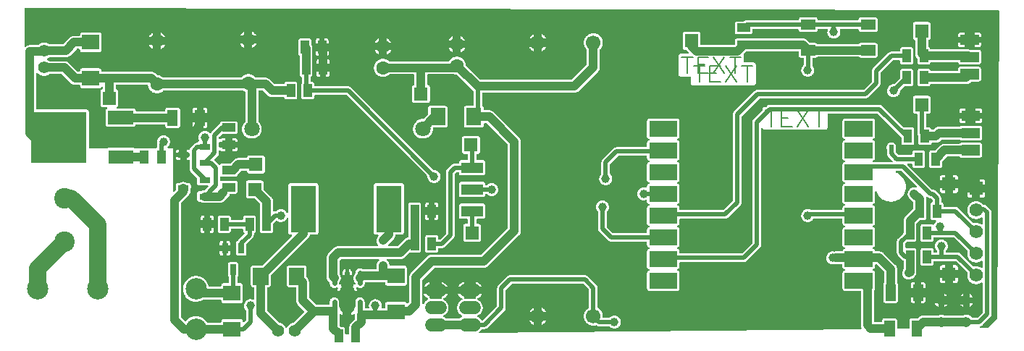
<source format=gtl>
G04 Layer: TopLayer*
G04 EasyEDA v6.4.14, 2021-01-13T22:08:33+05:30*
G04 86367838682644779aaaf904656d52d0,3bf0aa112e6740ff84f30f28e6d2add8,10*
G04 Gerber Generator version 0.2*
G04 Scale: 100 percent, Rotated: No, Reflected: No *
G04 Dimensions in millimeters *
G04 leading zeros omitted , absolute positions ,4 integer and 5 decimal *
%FSLAX45Y45*%
%MOMM*%

%ADD10C,1.0000*%
%ADD11C,0.5000*%
%ADD12C,2.0000*%
%ADD13C,0.5800*%
%ADD14C,1.8000*%
%ADD15C,0.2032*%
%ADD16C,0.6100*%
%ADD17C,0.6096*%
%ADD19R,1.0000X1.5500*%
%ADD20R,1.2500X0.7000*%
%ADD21R,1.2000X1.9000*%
%ADD22R,3.0000X5.5000*%
%ADD23R,2.5400X1.2700*%
%ADD24R,1.5500X1.0000*%
%ADD26R,2.0000X1.8000*%
%ADD27R,1.8000X2.0000*%
%ADD28R,6.5000X6.0000*%
%ADD29R,3.0000X1.6000*%
%ADD30R,3.2918X1.8288*%
%ADD31C,1.7000*%
%ADD32C,1.4224*%
%ADD33C,2.5000*%
%ADD34C,1.5748*%
%ADD35R,1.5748X1.5748*%
%ADD36C,1.6000*%
%ADD38C,1.1938*%
%ADD39C,2.4000*%
%ADD40C,1.5000*%

%LPD*%
G36*
X10413339Y365455D02*
G01*
X10410444Y365861D01*
X10407802Y367080D01*
X10405618Y368960D01*
X10404094Y371398D01*
X10403281Y374192D01*
X10403179Y463296D01*
X10402722Y468020D01*
X10401401Y472592D01*
X10399318Y476808D01*
X10396474Y480568D01*
X10392968Y483768D01*
X10388955Y486257D01*
X10384536Y487984D01*
X10379862Y488848D01*
X10257485Y488950D01*
X10252811Y488543D01*
X10248239Y487222D01*
X10243972Y485089D01*
X10240213Y482244D01*
X10237012Y478739D01*
X10234523Y474726D01*
X10233558Y472592D01*
X10232288Y468020D01*
X10231932Y465683D01*
X10231831Y454101D01*
X10231424Y451256D01*
X10230256Y448614D01*
X10228326Y446430D01*
X10225887Y444855D01*
X10223144Y444042D01*
X10144201Y443941D01*
X10141356Y444347D01*
X10138714Y445566D01*
X10136530Y447446D01*
X10134955Y449884D01*
X10134142Y452678D01*
X10134142Y809548D01*
X10135006Y812393D01*
X10136682Y814882D01*
X10139578Y817575D01*
X10142778Y821436D01*
X10145115Y825906D01*
X10146538Y830681D01*
X10146944Y833170D01*
X10147046Y1018540D01*
X10146639Y1023162D01*
X10145369Y1027633D01*
X10143337Y1031849D01*
X10140594Y1035558D01*
X10137190Y1038758D01*
X10133279Y1041247D01*
X10131196Y1042263D01*
X10126726Y1043635D01*
X10123017Y1044295D01*
X10120274Y1045464D01*
X10118039Y1047343D01*
X10116413Y1049832D01*
X10115600Y1052626D01*
X10115600Y1055573D01*
X10116413Y1058367D01*
X10118039Y1060856D01*
X10120274Y1062736D01*
X10123017Y1063904D01*
X10126726Y1064564D01*
X10131196Y1065936D01*
X10135311Y1068120D01*
X10138968Y1070965D01*
X10142067Y1074420D01*
X10144455Y1078433D01*
X10146080Y1082751D01*
X10146944Y1087323D01*
X10147046Y1107998D01*
X10147452Y1110843D01*
X10148671Y1113485D01*
X10150551Y1115669D01*
X10152989Y1117244D01*
X10155783Y1118057D01*
X10162540Y1118158D01*
X10165689Y1117650D01*
X10168534Y1116228D01*
X10251592Y1033322D01*
X10253421Y1030782D01*
X10254437Y1027734D01*
X10254437Y905662D01*
X10253472Y902716D01*
X10252710Y901395D01*
X10248646Y896366D01*
X10246410Y891997D01*
X10245598Y889660D01*
X10244683Y884834D01*
X10244531Y882396D01*
X10244632Y690016D01*
X10245547Y685393D01*
X10246258Y683107D01*
X10248392Y678891D01*
X10251236Y675132D01*
X10254742Y671931D01*
X10258755Y669442D01*
X10263174Y667715D01*
X10267848Y666851D01*
X10390225Y666750D01*
X10394899Y667156D01*
X10399471Y668477D01*
X10403687Y670610D01*
X10407497Y673455D01*
X10410647Y676960D01*
X10413187Y680974D01*
X10414863Y685393D01*
X10415422Y687679D01*
X10415879Y692404D01*
X10415879Y882396D01*
X10415371Y887272D01*
X10414812Y889660D01*
X10412984Y894232D01*
X10410291Y898347D01*
X10407700Y901395D01*
X10406888Y902716D01*
X10405973Y905662D01*
X10405872Y1061720D01*
X10405465Y1069594D01*
X10404195Y1077417D01*
X10402163Y1085088D01*
X10399318Y1092454D01*
X10395712Y1099515D01*
X10391394Y1106170D01*
X10386415Y1112316D01*
X10383723Y1115212D01*
X10248747Y1250035D01*
X10242550Y1255014D01*
X10235946Y1259332D01*
X10228884Y1262888D01*
X10221468Y1265732D01*
X10213848Y1267815D01*
X10206024Y1269034D01*
X10198100Y1269441D01*
X10156494Y1269441D01*
X10153446Y1269898D01*
X10150703Y1271270D01*
X10148468Y1273403D01*
X10146944Y1276096D01*
X10145979Y1279855D01*
X10144302Y1284071D01*
X10141864Y1287983D01*
X10138816Y1291386D01*
X10135158Y1294180D01*
X10131094Y1296314D01*
X10126726Y1297635D01*
X10123017Y1298295D01*
X10120274Y1299464D01*
X10118039Y1301343D01*
X10116413Y1303832D01*
X10115600Y1306626D01*
X10115600Y1309573D01*
X10116413Y1312367D01*
X10118039Y1314856D01*
X10120274Y1316736D01*
X10123017Y1317904D01*
X10126726Y1318564D01*
X10131196Y1319936D01*
X10135311Y1322120D01*
X10138968Y1324965D01*
X10142067Y1328420D01*
X10144455Y1332433D01*
X10146080Y1336751D01*
X10146944Y1341323D01*
X10147046Y1526540D01*
X10146639Y1531162D01*
X10145369Y1535633D01*
X10143337Y1539849D01*
X10140594Y1543558D01*
X10137190Y1546758D01*
X10133279Y1549247D01*
X10131196Y1550263D01*
X10126726Y1551635D01*
X10123017Y1552295D01*
X10120274Y1553464D01*
X10118039Y1555343D01*
X10116413Y1557832D01*
X10115600Y1560626D01*
X10115600Y1563573D01*
X10116413Y1566367D01*
X10118039Y1568856D01*
X10120274Y1570736D01*
X10123017Y1571904D01*
X10126726Y1572564D01*
X10131196Y1573936D01*
X10135311Y1576120D01*
X10138968Y1578965D01*
X10142067Y1582420D01*
X10144455Y1586433D01*
X10146080Y1590751D01*
X10146944Y1595323D01*
X10147046Y1780539D01*
X10146639Y1785162D01*
X10145369Y1789633D01*
X10143337Y1793849D01*
X10140594Y1797557D01*
X10137190Y1800758D01*
X10133279Y1803247D01*
X10131196Y1804263D01*
X10126726Y1805635D01*
X10123017Y1806295D01*
X10120274Y1807464D01*
X10118039Y1809343D01*
X10116413Y1811832D01*
X10115600Y1814626D01*
X10115600Y1817573D01*
X10116413Y1820367D01*
X10118039Y1822856D01*
X10120274Y1824736D01*
X10123017Y1825904D01*
X10126726Y1826564D01*
X10131196Y1827936D01*
X10135311Y1830120D01*
X10138968Y1832965D01*
X10142067Y1836420D01*
X10144455Y1840433D01*
X10146080Y1844751D01*
X10146944Y1849323D01*
X10147046Y1962556D01*
X10147452Y1965401D01*
X10148671Y1968042D01*
X10150551Y1970227D01*
X10152989Y1971802D01*
X10155783Y1972614D01*
X10158730Y1972614D01*
X10161676Y1971700D01*
X10164216Y1969922D01*
X10166096Y1967484D01*
X10168940Y1960372D01*
X10173970Y1949196D01*
X10179710Y1938426D01*
X10186263Y1928063D01*
X10193426Y1918207D01*
X10201351Y1908860D01*
X10209834Y1900072D01*
X10218928Y1891944D01*
X10228580Y1884425D01*
X10238740Y1877568D01*
X10249357Y1871472D01*
X10260330Y1866138D01*
X10271658Y1861566D01*
X10283291Y1857806D01*
X10295178Y1854860D01*
X10307218Y1852726D01*
X10319359Y1851456D01*
X10331602Y1851050D01*
X10343591Y1851456D01*
X10355529Y1852675D01*
X10367365Y1854707D01*
X10378998Y1857552D01*
X10390428Y1861159D01*
X10401604Y1865579D01*
X10412425Y1870710D01*
X10422890Y1876602D01*
X10432897Y1883206D01*
X10442448Y1890420D01*
X10451490Y1898294D01*
X10459974Y1906778D01*
X10467848Y1915820D01*
X10475112Y1925370D01*
X10481665Y1935429D01*
X10487558Y1945893D01*
X10490250Y1951228D01*
X10495026Y1962251D01*
X10499039Y1973529D01*
X10502239Y1985111D01*
X10504678Y1996846D01*
X10506354Y2008733D01*
X10507167Y2020671D01*
X10507167Y2032711D01*
X10506354Y2044700D01*
X10504678Y2056638D01*
X10502239Y2068423D01*
X10498988Y2079955D01*
X10494924Y2091334D01*
X10490149Y2102358D01*
X10484561Y2113026D01*
X10481564Y2118207D01*
X10474909Y2128266D01*
X10467644Y2137816D01*
X10459720Y2146858D01*
X10451185Y2155342D01*
X10442092Y2163216D01*
X10432491Y2170480D01*
X10422432Y2177034D01*
X10411917Y2182926D01*
X10401046Y2188057D01*
X10394086Y2191004D01*
X10392867Y2191816D01*
X10390784Y2194052D01*
X10389463Y2196795D01*
X10389108Y2198268D01*
X10389108Y2201214D01*
X10389920Y2204008D01*
X10391495Y2206447D01*
X10393680Y2208326D01*
X10396321Y2209546D01*
X10399166Y2209952D01*
X10452303Y2209952D01*
X10455452Y2209444D01*
X10458297Y2208022D01*
X10633100Y2033371D01*
X10634929Y2030831D01*
X10635945Y2027783D01*
X10635945Y2024735D01*
X10635132Y2021992D01*
X10633557Y2019554D01*
X10631373Y2017674D01*
X10628731Y2016455D01*
X10625886Y2016048D01*
X10623346Y2016353D01*
X10618724Y2017420D01*
X10609275Y2018588D01*
X10600537Y2018639D01*
X10592663Y2017826D01*
X10584942Y2016201D01*
X10577372Y2013712D01*
X10570159Y2010511D01*
X10563301Y2006549D01*
X10556900Y2001875D01*
X10553852Y1999335D01*
X10548264Y1993747D01*
X10543286Y1987550D01*
X10538968Y1980946D01*
X10535412Y1973884D01*
X10532567Y1966468D01*
X10530484Y1958848D01*
X10529265Y1951024D01*
X10528858Y1943100D01*
X10529265Y1935175D01*
X10530484Y1927352D01*
X10532567Y1919732D01*
X10535412Y1912315D01*
X10538968Y1905254D01*
X10543286Y1898650D01*
X10548264Y1892452D01*
X10590987Y1849628D01*
X10592816Y1847088D01*
X10593832Y1844039D01*
X10593832Y1773834D01*
X10592816Y1770837D01*
X10590987Y1768246D01*
X10499090Y1676247D01*
X10494111Y1670050D01*
X10489793Y1663446D01*
X10486186Y1656384D01*
X10483342Y1648968D01*
X10481310Y1641348D01*
X10480040Y1633524D01*
X10479633Y1625600D01*
X10479532Y1485188D01*
X10478516Y1482140D01*
X10476636Y1479550D01*
X10414254Y1417980D01*
X10410139Y1412697D01*
X10406786Y1406906D01*
X10405364Y1403858D01*
X10403179Y1397508D01*
X10402417Y1394256D01*
X10401554Y1387652D01*
X10401452Y1257300D01*
X10401858Y1250696D01*
X10403179Y1244193D01*
X10405313Y1237894D01*
X10408208Y1231950D01*
X10411917Y1226464D01*
X10416286Y1221486D01*
X10469575Y1168349D01*
X10475061Y1164183D01*
X10477195Y1162304D01*
X10478770Y1159865D01*
X10479532Y1157122D01*
X10479633Y1063447D01*
X10479227Y1060500D01*
X10477957Y1057808D01*
X10473842Y1050899D01*
X10470540Y1043533D01*
X10468000Y1035913D01*
X10467035Y1032002D01*
X10465765Y1024026D01*
X10465358Y1016000D01*
X10465765Y1008075D01*
X10466984Y1000252D01*
X10469067Y992632D01*
X10471912Y985215D01*
X10475468Y978153D01*
X10479786Y971550D01*
X10484764Y965352D01*
X10490352Y959764D01*
X10496550Y954786D01*
X10503154Y950468D01*
X10510215Y946912D01*
X10517632Y944067D01*
X10525252Y941984D01*
X10533075Y940765D01*
X10541000Y940358D01*
X10548924Y940765D01*
X10556748Y941984D01*
X10564368Y944067D01*
X10571784Y946912D01*
X10578846Y950468D01*
X10585450Y954786D01*
X10591647Y959764D01*
X10608818Y976782D01*
X10614101Y982675D01*
X10618724Y989076D01*
X10622686Y995934D01*
X10625937Y1003198D01*
X10628376Y1010716D01*
X10630001Y1018489D01*
X10630560Y1022400D01*
X10630966Y1030274D01*
X10630865Y1286357D01*
X10629950Y1291031D01*
X10629239Y1293266D01*
X10627106Y1297482D01*
X10624261Y1301292D01*
X10620756Y1304493D01*
X10616742Y1306982D01*
X10612323Y1308658D01*
X10610037Y1309217D01*
X10605312Y1309674D01*
X10511485Y1309776D01*
X10508691Y1310589D01*
X10506252Y1312113D01*
X10504373Y1314297D01*
X10503154Y1316939D01*
X10502747Y1319834D01*
X10502747Y1358849D01*
X10503255Y1361998D01*
X10503865Y1363472D01*
X10505795Y1366062D01*
X10520934Y1380845D01*
X10523728Y1382268D01*
X10526877Y1382725D01*
X10605312Y1382725D01*
X10610037Y1383182D01*
X10614558Y1384503D01*
X10616742Y1385417D01*
X10620756Y1387906D01*
X10624261Y1391107D01*
X10627106Y1394917D01*
X10629239Y1399133D01*
X10630509Y1403705D01*
X10630966Y1408379D01*
X10631068Y1591665D01*
X10632084Y1594662D01*
X10633913Y1597253D01*
X10670438Y1633778D01*
X10673029Y1635658D01*
X10674502Y1636268D01*
X10677652Y1636725D01*
X10719612Y1636725D01*
X10724337Y1637182D01*
X10728858Y1638503D01*
X10731042Y1639417D01*
X10735056Y1641906D01*
X10738561Y1645107D01*
X10741406Y1648917D01*
X10743539Y1653133D01*
X10744809Y1657705D01*
X10745266Y1662379D01*
X10745266Y1878025D01*
X10745114Y1882749D01*
X10744657Y1887524D01*
X10742523Y1899412D01*
X10742930Y1902256D01*
X10744149Y1904898D01*
X10746028Y1907082D01*
X10748467Y1908657D01*
X10751261Y1909470D01*
X10754258Y1909470D01*
X10757204Y1908505D01*
X10759744Y1906727D01*
X10764723Y1902510D01*
X10770158Y1898954D01*
X10776000Y1896160D01*
X10782147Y1894078D01*
X10788548Y1892858D01*
X10796778Y1892300D01*
X10798352Y1891944D01*
X10801197Y1890522D01*
X10815980Y1875891D01*
X10817860Y1873300D01*
X10818469Y1871827D01*
X10818825Y1870303D01*
X10818825Y1849932D01*
X10817809Y1846884D01*
X10816996Y1845564D01*
X10814710Y1843278D01*
X10811865Y1841855D01*
X10807598Y1840077D01*
X10803686Y1837537D01*
X10800334Y1834337D01*
X10797641Y1830628D01*
X10795609Y1826463D01*
X10794339Y1821992D01*
X10793933Y1817420D01*
X10794034Y1660042D01*
X10794949Y1655368D01*
X10795660Y1653133D01*
X10797794Y1648917D01*
X10800638Y1645107D01*
X10804144Y1641906D01*
X10808157Y1639417D01*
X10812576Y1637741D01*
X10814862Y1637182D01*
X10819587Y1636725D01*
X10854131Y1636623D01*
X10856925Y1635810D01*
X10859312Y1634286D01*
X10861243Y1632102D01*
X10862411Y1629460D01*
X10862818Y1626565D01*
X10862411Y1623720D01*
X10861243Y1621129D01*
X10859363Y1618945D01*
X10853267Y1612950D01*
X10847882Y1606296D01*
X10843310Y1599082D01*
X10841278Y1595272D01*
X10837367Y1585925D01*
X10835487Y1583436D01*
X10832947Y1581658D01*
X10829950Y1580692D01*
X10826648Y1580743D01*
X10824921Y1581200D01*
X10823295Y1581962D01*
X10817606Y1585925D01*
X10815320Y1587042D01*
X10812881Y1587906D01*
X10807852Y1588922D01*
X10805312Y1589074D01*
X10705287Y1589074D01*
X10700562Y1588617D01*
X10696041Y1587296D01*
X10693857Y1586382D01*
X10689844Y1583893D01*
X10686338Y1580692D01*
X10683494Y1576882D01*
X10681360Y1572666D01*
X10680090Y1568094D01*
X10679633Y1563420D01*
X10679734Y1406042D01*
X10680649Y1401368D01*
X10681360Y1399133D01*
X10683494Y1394917D01*
X10686338Y1391107D01*
X10689844Y1387906D01*
X10693857Y1385417D01*
X10698276Y1383741D01*
X10700562Y1383182D01*
X10705287Y1382725D01*
X10805312Y1382725D01*
X10810036Y1383182D01*
X10814558Y1384503D01*
X10816742Y1385417D01*
X10820755Y1387906D01*
X10824260Y1391107D01*
X10827105Y1394917D01*
X10829239Y1399133D01*
X10830509Y1403705D01*
X10830966Y1408379D01*
X10831068Y1426514D01*
X10831880Y1429308D01*
X10832541Y1430578D01*
X10834471Y1432763D01*
X10836910Y1434338D01*
X10839653Y1435150D01*
X11061903Y1435252D01*
X11065052Y1434744D01*
X11067897Y1433322D01*
X11223955Y1277416D01*
X11225784Y1274876D01*
X11226800Y1271828D01*
X11226901Y1270254D01*
X11224971Y1258722D01*
X11224107Y1249324D01*
X11224107Y1239926D01*
X11224971Y1230579D01*
X11225682Y1225956D01*
X11227765Y1216812D01*
X11230660Y1207922D01*
X11232388Y1203553D01*
X11236452Y1195120D01*
X11241278Y1187094D01*
X11246764Y1179525D01*
X11252962Y1172464D01*
X11259718Y1165961D01*
X11267033Y1160119D01*
X11274856Y1154988D01*
X11278920Y1152652D01*
X11287353Y1148588D01*
X11296142Y1145336D01*
X11300612Y1143965D01*
X11309756Y1141882D01*
X11319052Y1140612D01*
X11328400Y1140206D01*
X11338255Y1140663D01*
X11348059Y1142085D01*
X11352885Y1143101D01*
X11357660Y1144371D01*
X11367008Y1147622D01*
X11376050Y1151686D01*
X11384635Y1156614D01*
X11390071Y1160221D01*
X11393017Y1161135D01*
X11396014Y1161135D01*
X11398808Y1160322D01*
X11401247Y1158798D01*
X11403126Y1156614D01*
X11404346Y1153972D01*
X11404752Y1151077D01*
X11404650Y1082649D01*
X11403838Y1079855D01*
X11402263Y1077468D01*
X11400078Y1075537D01*
X11397437Y1074369D01*
X11394592Y1073962D01*
X11393017Y1074064D01*
X11390071Y1074978D01*
X11384635Y1078585D01*
X11376050Y1083513D01*
X11367008Y1087577D01*
X11357660Y1090828D01*
X11352885Y1092098D01*
X11343182Y1093927D01*
X11333327Y1094892D01*
X11323675Y1094892D01*
X11314277Y1094028D01*
X11302746Y1092098D01*
X11301171Y1092200D01*
X11298123Y1093216D01*
X11295583Y1095044D01*
X11145875Y1244600D01*
X11140643Y1248613D01*
X11137849Y1250391D01*
X11131905Y1253286D01*
X11125606Y1255420D01*
X11119104Y1256741D01*
X11112500Y1257147D01*
X10981385Y1257249D01*
X10978591Y1258062D01*
X10976152Y1259636D01*
X10974273Y1261821D01*
X10973054Y1264462D01*
X10972647Y1267307D01*
X10972800Y1274521D01*
X10973155Y1276096D01*
X10974578Y1278890D01*
X10978337Y1283004D01*
X10983264Y1289151D01*
X10987582Y1295755D01*
X10991138Y1302816D01*
X10993983Y1310182D01*
X10996015Y1317802D01*
X10997234Y1325626D01*
X10997641Y1333500D01*
X10997234Y1341424D01*
X10996015Y1349248D01*
X10993932Y1356868D01*
X10991088Y1364284D01*
X10987532Y1371346D01*
X10983214Y1377950D01*
X10978235Y1384147D01*
X10972647Y1389735D01*
X10966450Y1394714D01*
X10959846Y1399032D01*
X10952784Y1402588D01*
X10945368Y1405432D01*
X10937748Y1407515D01*
X10929924Y1408734D01*
X10922000Y1409141D01*
X10914075Y1408734D01*
X10906252Y1407515D01*
X10898632Y1405432D01*
X10891215Y1402588D01*
X10884154Y1399032D01*
X10877550Y1394714D01*
X10871352Y1389735D01*
X10865764Y1384147D01*
X10860786Y1377950D01*
X10856468Y1371346D01*
X10852912Y1364284D01*
X10850067Y1356868D01*
X10847984Y1349248D01*
X10846765Y1341424D01*
X10846358Y1333500D01*
X10846765Y1325626D01*
X10847984Y1317802D01*
X10850016Y1310182D01*
X10852861Y1302816D01*
X10856417Y1295755D01*
X10860735Y1289151D01*
X10865662Y1283004D01*
X10869422Y1278890D01*
X10870844Y1276096D01*
X10871352Y1272946D01*
X10871250Y1265885D01*
X10870438Y1263091D01*
X10868863Y1260652D01*
X10866678Y1258773D01*
X10864037Y1257554D01*
X10861192Y1257147D01*
X10839653Y1257249D01*
X10836910Y1258062D01*
X10834471Y1259636D01*
X10832541Y1261821D01*
X10831372Y1264462D01*
X10830966Y1267307D01*
X10830864Y1286357D01*
X10829950Y1291031D01*
X10829239Y1293266D01*
X10827105Y1297482D01*
X10824260Y1301292D01*
X10820755Y1304493D01*
X10816742Y1306982D01*
X10812322Y1308658D01*
X10810036Y1309217D01*
X10805312Y1309674D01*
X10705287Y1309674D01*
X10700562Y1309217D01*
X10696041Y1307896D01*
X10693857Y1306982D01*
X10689844Y1304493D01*
X10686338Y1301292D01*
X10683494Y1297482D01*
X10681360Y1293266D01*
X10680090Y1288694D01*
X10679633Y1284020D01*
X10679734Y1126642D01*
X10680649Y1121968D01*
X10681360Y1119733D01*
X10683494Y1115517D01*
X10686338Y1111707D01*
X10689844Y1108506D01*
X10693857Y1106017D01*
X10698276Y1104341D01*
X10700562Y1103782D01*
X10705287Y1103325D01*
X10805312Y1103325D01*
X10810036Y1103782D01*
X10814558Y1105103D01*
X10816742Y1106017D01*
X10820755Y1108506D01*
X10824260Y1111707D01*
X10827105Y1115517D01*
X10829239Y1119733D01*
X10830509Y1124305D01*
X10830966Y1128979D01*
X10831068Y1147114D01*
X10831880Y1149908D01*
X10832541Y1151178D01*
X10834471Y1153363D01*
X10836910Y1154938D01*
X10839653Y1155750D01*
X11087303Y1155852D01*
X11090452Y1155344D01*
X11093297Y1153922D01*
X11223955Y1023416D01*
X11225784Y1020876D01*
X11226800Y1017828D01*
X11226901Y1016253D01*
X11224971Y1004722D01*
X11224107Y995324D01*
X11224107Y985926D01*
X11224971Y976579D01*
X11225682Y971956D01*
X11227765Y962812D01*
X11230660Y953922D01*
X11232388Y949553D01*
X11236452Y941120D01*
X11241278Y933094D01*
X11246764Y925525D01*
X11252962Y918464D01*
X11259718Y911961D01*
X11267033Y906119D01*
X11274856Y900988D01*
X11278920Y898652D01*
X11287353Y894587D01*
X11296142Y891336D01*
X11300612Y889965D01*
X11309756Y887882D01*
X11319052Y886612D01*
X11328400Y886206D01*
X11338255Y886663D01*
X11348059Y888085D01*
X11352885Y889101D01*
X11357660Y890371D01*
X11367008Y893622D01*
X11376050Y897686D01*
X11384635Y902614D01*
X11390071Y906221D01*
X11393017Y907135D01*
X11396014Y907135D01*
X11398808Y906322D01*
X11401247Y904798D01*
X11403126Y902614D01*
X11404346Y899972D01*
X11404752Y897077D01*
X11404752Y558596D01*
X11404244Y555447D01*
X11402822Y552602D01*
X11347297Y497078D01*
X11344452Y495655D01*
X11341303Y495147D01*
X11286236Y495249D01*
X11283391Y496112D01*
X11280952Y497789D01*
X11277193Y502005D01*
X11271250Y507898D01*
X11264798Y513181D01*
X11257838Y517804D01*
X11250472Y521716D01*
X11242751Y524865D01*
X11234775Y527304D01*
X11226596Y528929D01*
X11218265Y529742D01*
X11209782Y529742D01*
X11201247Y528878D01*
X11192764Y527151D01*
X11188649Y525983D01*
X11180572Y522985D01*
X11175238Y520598D01*
X11172190Y520141D01*
X10963910Y520141D01*
X10960862Y520598D01*
X10955528Y522985D01*
X10947450Y525983D01*
X10939119Y528116D01*
X10930585Y529386D01*
X10926318Y529742D01*
X10917682Y529742D01*
X10909147Y528878D01*
X10900664Y527151D01*
X10896549Y525983D01*
X10888472Y522985D01*
X10883138Y520598D01*
X10880090Y520141D01*
X10709757Y520039D01*
X10701883Y519226D01*
X10694162Y517601D01*
X10686592Y515112D01*
X10679379Y511911D01*
X10672521Y507949D01*
X10666120Y503275D01*
X10663072Y500735D01*
X10652963Y490880D01*
X10650118Y489458D01*
X10646968Y488950D01*
X10575137Y488848D01*
X10570464Y487984D01*
X10566044Y486257D01*
X10562031Y483768D01*
X10558526Y480568D01*
X10555681Y476808D01*
X10553598Y472592D01*
X10552277Y468020D01*
X10551820Y463296D01*
X10551718Y375564D01*
X10550956Y372770D01*
X10549382Y370382D01*
X10547248Y368503D01*
X10544606Y367284D01*
X10543235Y366928D01*
G37*

%LPC*%
G36*
X10958220Y621233D02*
G01*
X10965688Y625195D01*
X10972749Y629869D01*
X10979302Y635254D01*
X10985246Y641197D01*
X10990630Y647750D01*
X10995304Y654812D01*
X10999266Y662279D01*
X10958220Y662279D01*
G37*
G36*
X11177879Y621233D02*
G01*
X11177930Y662279D01*
X11136833Y662279D01*
X11140795Y654812D01*
X11145469Y647750D01*
X11150854Y641197D01*
X11156797Y635254D01*
X11163350Y629869D01*
X11170412Y625195D01*
G37*
G36*
X11250320Y621233D02*
G01*
X11257788Y625195D01*
X11264849Y629869D01*
X11271402Y635254D01*
X11277346Y641197D01*
X11282730Y647750D01*
X11287404Y654812D01*
X11291366Y662279D01*
X11250320Y662279D01*
G37*
G36*
X10885779Y621233D02*
G01*
X10885830Y662279D01*
X10844733Y662279D01*
X10848695Y654812D01*
X10853369Y647750D01*
X10858754Y641197D01*
X10864697Y635254D01*
X10871250Y629869D01*
X10878312Y625195D01*
G37*
G36*
X10686542Y666750D02*
G01*
X10712551Y666851D01*
X10717225Y667715D01*
X10721644Y669442D01*
X10725658Y671931D01*
X10729163Y675132D01*
X10732008Y678891D01*
X10734090Y683107D01*
X10735411Y687679D01*
X10735868Y692404D01*
X10735868Y733552D01*
X10686542Y733552D01*
G37*
G36*
X10590174Y666750D02*
G01*
X10613847Y666750D01*
X10613847Y733552D01*
X10564520Y733552D01*
X10564520Y692404D01*
X10564977Y687679D01*
X10566298Y683107D01*
X10568381Y678891D01*
X10571226Y675132D01*
X10574731Y671931D01*
X10578744Y669442D01*
X10583164Y667715D01*
X10587837Y666851D01*
G37*
G36*
X10958220Y734669D02*
G01*
X10999266Y734720D01*
X10995304Y742188D01*
X10990630Y749249D01*
X10985246Y755802D01*
X10979302Y761746D01*
X10972749Y767130D01*
X10965688Y771804D01*
X10958220Y775766D01*
G37*
G36*
X11177930Y734669D02*
G01*
X11177879Y775766D01*
X11170412Y771804D01*
X11163350Y767130D01*
X11156797Y761746D01*
X11150854Y755802D01*
X11145469Y749249D01*
X11140795Y742188D01*
X11136833Y734720D01*
G37*
G36*
X11250320Y734669D02*
G01*
X11291366Y734720D01*
X11287404Y742188D01*
X11282730Y749249D01*
X11277346Y755802D01*
X11271402Y761746D01*
X11264849Y767130D01*
X11257788Y771804D01*
X11250320Y775766D01*
G37*
G36*
X10885830Y734669D02*
G01*
X10885779Y775766D01*
X10878312Y771804D01*
X10871250Y767130D01*
X10864697Y761746D01*
X10858754Y755802D01*
X10853369Y749249D01*
X10848695Y742188D01*
X10844733Y734720D01*
G37*
G36*
X10686542Y841248D02*
G01*
X10735868Y841248D01*
X10735868Y882396D01*
X10735411Y887120D01*
X10734090Y891692D01*
X10732008Y895908D01*
X10729163Y899668D01*
X10725658Y902868D01*
X10721644Y905357D01*
X10717225Y907084D01*
X10712551Y907948D01*
X10686542Y908050D01*
G37*
G36*
X10564520Y841248D02*
G01*
X10613847Y841248D01*
X10613847Y908050D01*
X10587837Y907948D01*
X10583164Y907084D01*
X10578744Y905357D01*
X10574731Y902868D01*
X10571226Y899668D01*
X10568381Y895908D01*
X10566298Y891692D01*
X10564977Y887120D01*
X10564520Y882396D01*
G37*
G36*
X11056620Y898906D02*
G01*
X11092027Y899007D01*
X11096650Y899871D01*
X11101070Y901598D01*
X11105083Y904087D01*
X11108588Y907287D01*
X11111433Y911047D01*
X11113566Y915314D01*
X11114328Y917549D01*
X11115192Y922172D01*
X11115294Y957580D01*
X11056620Y957580D01*
G37*
G36*
X10932160Y898906D02*
G01*
X10965180Y898906D01*
X10965180Y957580D01*
X10906506Y957580D01*
X10906607Y922172D01*
X10907471Y917549D01*
X10909198Y913130D01*
X10911687Y909116D01*
X10914888Y905611D01*
X10918647Y902766D01*
X10922914Y900633D01*
X10925149Y899871D01*
X10929772Y899007D01*
G37*
G36*
X11056620Y1049020D02*
G01*
X11115294Y1049020D01*
X11115192Y1084427D01*
X11114328Y1089050D01*
X11112601Y1093470D01*
X11110112Y1097483D01*
X11106912Y1100988D01*
X11103152Y1103833D01*
X11098885Y1105966D01*
X11096650Y1106728D01*
X11092027Y1107592D01*
X11056620Y1107694D01*
G37*
G36*
X10906506Y1049020D02*
G01*
X10965180Y1049020D01*
X10965180Y1107694D01*
X10929772Y1107592D01*
X10925149Y1106728D01*
X10920730Y1105001D01*
X10916716Y1102512D01*
X10913211Y1099312D01*
X10910366Y1095552D01*
X10908233Y1091285D01*
X10907471Y1089050D01*
X10906607Y1084427D01*
G37*

%LPD*%
G36*
X3960926Y297180D02*
G01*
X3958031Y297586D01*
X3955440Y298805D01*
X3953256Y300685D01*
X3952341Y301853D01*
X3951173Y304495D01*
X3950766Y307340D01*
X3950665Y359257D01*
X3949750Y363931D01*
X3949039Y366166D01*
X3946906Y370382D01*
X3944061Y374192D01*
X3940556Y377393D01*
X3936542Y379882D01*
X3932123Y381558D01*
X3929837Y382117D01*
X3925112Y382574D01*
X3905351Y382676D01*
X3903827Y383032D01*
X3902354Y383641D01*
X3899763Y385521D01*
X3887571Y397865D01*
X3886149Y400710D01*
X3885641Y403860D01*
X3885742Y531114D01*
X3886555Y533908D01*
X3888130Y536346D01*
X3890314Y538226D01*
X3892956Y539445D01*
X3895801Y539851D01*
X3897528Y539699D01*
X3899204Y539242D01*
X3900779Y538530D01*
X3906265Y534416D01*
X3914749Y528726D01*
X3923741Y523748D01*
X3923741Y618540D01*
X3888435Y618642D01*
X3885692Y619455D01*
X3883253Y621030D01*
X3881374Y623214D01*
X3880154Y625856D01*
X3879748Y628700D01*
X3879646Y681786D01*
X3878783Y688594D01*
X3877106Y695198D01*
X3874566Y701548D01*
X3871315Y707542D01*
X3867302Y713079D01*
X3862628Y718108D01*
X3857396Y722477D01*
X3851656Y726186D01*
X3845458Y729081D01*
X3842207Y730300D01*
X3835450Y732028D01*
X3828592Y732942D01*
X3821684Y732942D01*
X3818229Y732637D01*
X3811524Y731316D01*
X3804970Y729183D01*
X3801821Y727862D01*
X3795826Y724560D01*
X3790238Y720496D01*
X3785260Y715822D01*
X3780891Y710539D01*
X3777183Y704697D01*
X3774287Y698500D01*
X3772154Y691997D01*
X3771392Y688644D01*
X3770528Y681837D01*
X3770426Y657301D01*
X3770020Y654456D01*
X3768801Y651814D01*
X3766921Y649630D01*
X3764483Y648055D01*
X3761740Y647242D01*
X3616960Y647141D01*
X3613810Y647649D01*
X3610965Y649071D01*
X3531971Y728065D01*
X3530549Y730910D01*
X3530041Y734060D01*
X3529939Y912469D01*
X3529126Y920343D01*
X3527501Y928065D01*
X3525012Y935634D01*
X3521811Y942848D01*
X3517849Y949706D01*
X3513175Y956106D01*
X3510635Y959154D01*
X3503625Y966266D01*
X3501745Y968857D01*
X3501136Y970330D01*
X3500628Y973480D01*
X3500526Y1080262D01*
X3499662Y1084935D01*
X3497935Y1089355D01*
X3495446Y1093368D01*
X3492296Y1096873D01*
X3488486Y1099718D01*
X3484270Y1101801D01*
X3479698Y1103122D01*
X3474974Y1103528D01*
X3292601Y1103426D01*
X3290265Y1103122D01*
X3285744Y1101801D01*
X3283559Y1100886D01*
X3279546Y1098346D01*
X3276041Y1095197D01*
X3273196Y1091387D01*
X3271062Y1087170D01*
X3270300Y1084935D01*
X3269437Y1080262D01*
X3269335Y877874D01*
X3269792Y873201D01*
X3270300Y870864D01*
X3272028Y866444D01*
X3274517Y862431D01*
X3277717Y858926D01*
X3281476Y856081D01*
X3283559Y854913D01*
X3287979Y853236D01*
X3290265Y852678D01*
X3294989Y852220D01*
X3368598Y852271D01*
X3371443Y851814D01*
X3374085Y850646D01*
X3376269Y848715D01*
X3377844Y846328D01*
X3378657Y843534D01*
X3378758Y698500D01*
X3379165Y690575D01*
X3380384Y682752D01*
X3382467Y675132D01*
X3385312Y667715D01*
X3388868Y660654D01*
X3393186Y654050D01*
X3398164Y647852D01*
X3473348Y572414D01*
X3474770Y569569D01*
X3475177Y567994D01*
X3475177Y564845D01*
X3474161Y561797D01*
X3473348Y560425D01*
X3353358Y440435D01*
X3350463Y439013D01*
X3344367Y437896D01*
X3335477Y435711D01*
X3326892Y432714D01*
X3318560Y428904D01*
X3310636Y424332D01*
X3303219Y419049D01*
X3296310Y413054D01*
X3293059Y409854D01*
X3287064Y402945D01*
X3281730Y395528D01*
X3277158Y387654D01*
X3273298Y379323D01*
X3271774Y376783D01*
X3269589Y374751D01*
X3268268Y373989D01*
X3265424Y373126D01*
X3262376Y373126D01*
X3259531Y373989D01*
X3257042Y375666D01*
X3255162Y378002D01*
X3252673Y383540D01*
X3248456Y391617D01*
X3243478Y399288D01*
X3237788Y406450D01*
X3234740Y409854D01*
X3228086Y416102D01*
X3224580Y419049D01*
X3217164Y424332D01*
X3209239Y428904D01*
X3200908Y432714D01*
X3192322Y435711D01*
X3183432Y437896D01*
X3177336Y439013D01*
X3174441Y440435D01*
X3042564Y572312D01*
X3041142Y575157D01*
X3040634Y578307D01*
X3040735Y843534D01*
X3041548Y846328D01*
X3043123Y848715D01*
X3045307Y850646D01*
X3047949Y851814D01*
X3050794Y852271D01*
X3057398Y852373D01*
X3059734Y852678D01*
X3064256Y853998D01*
X3066440Y854913D01*
X3070453Y857453D01*
X3073958Y860602D01*
X3076803Y864412D01*
X3078937Y868629D01*
X3079699Y870864D01*
X3080562Y875537D01*
X3080766Y983945D01*
X3081782Y986993D01*
X3082594Y988364D01*
X3515918Y1421790D01*
X3521354Y1427886D01*
X3526129Y1434541D01*
X3530142Y1441653D01*
X3533394Y1449120D01*
X3536238Y1458366D01*
X3537813Y1460906D01*
X3539998Y1462938D01*
X3542690Y1464208D01*
X3545636Y1464665D01*
X3614775Y1464767D01*
X3617112Y1465072D01*
X3621684Y1466392D01*
X3625900Y1468475D01*
X3629660Y1471320D01*
X3632860Y1474825D01*
X3634232Y1476806D01*
X3636314Y1481023D01*
X3637635Y1485595D01*
X3638042Y1490319D01*
X3637940Y2042668D01*
X3637076Y2047341D01*
X3635349Y2051710D01*
X3634232Y2053793D01*
X3631336Y2057603D01*
X3627882Y2060752D01*
X3625900Y2062124D01*
X3621684Y2064207D01*
X3617112Y2065528D01*
X3612387Y2065934D01*
X3310026Y2065832D01*
X3307689Y2065528D01*
X3303117Y2064207D01*
X3298901Y2062124D01*
X3295142Y2059279D01*
X3291941Y2055774D01*
X3290570Y2053793D01*
X3288487Y2049576D01*
X3287166Y2045004D01*
X3286760Y2040280D01*
X3286658Y1727149D01*
X3285845Y1724355D01*
X3284270Y1721916D01*
X3282086Y1720037D01*
X3279444Y1718818D01*
X3276600Y1718411D01*
X3273450Y1718919D01*
X3270656Y1720342D01*
X3269437Y1721357D01*
X3267557Y1723898D01*
X3263595Y1730705D01*
X3258921Y1737055D01*
X3253638Y1742846D01*
X3247745Y1748078D01*
X3241395Y1752701D01*
X3234537Y1756613D01*
X3227324Y1759813D01*
X3219856Y1762201D01*
X3212185Y1763826D01*
X3204311Y1764639D01*
X3196437Y1764639D01*
X3188614Y1763826D01*
X3180892Y1762201D01*
X3173374Y1759762D01*
X3166160Y1756562D01*
X3159302Y1752600D01*
X3152902Y1747977D01*
X3147009Y1742693D01*
X3144469Y1740865D01*
X3142996Y1740255D01*
X3139846Y1739747D01*
X3131972Y1739646D01*
X3125368Y1738782D01*
X3122168Y1738020D01*
X3119526Y1737664D01*
X3116630Y1738071D01*
X3114040Y1739290D01*
X3111855Y1741170D01*
X3110941Y1742338D01*
X3109772Y1744980D01*
X3109366Y1747824D01*
X3109264Y1859737D01*
X3108960Y1863699D01*
X3107690Y1871522D01*
X3105658Y1879193D01*
X3102813Y1886559D01*
X3099206Y1893620D01*
X3094888Y1900275D01*
X3089910Y1906422D01*
X3087217Y1909318D01*
X3001924Y1994712D01*
X3000502Y1997557D01*
X3000095Y1999132D01*
X2999892Y2075027D01*
X2999028Y2079650D01*
X2997301Y2084070D01*
X2994812Y2088083D01*
X2991612Y2091588D01*
X2987852Y2094433D01*
X2983585Y2096566D01*
X2981350Y2097328D01*
X2976727Y2098192D01*
X2814472Y2098192D01*
X2809849Y2097328D01*
X2805430Y2095601D01*
X2801416Y2093112D01*
X2797911Y2089912D01*
X2795066Y2086152D01*
X2792933Y2081885D01*
X2792171Y2079650D01*
X2791307Y2075027D01*
X2791307Y1912772D01*
X2792171Y1908149D01*
X2793898Y1903730D01*
X2796387Y1899716D01*
X2799588Y1896211D01*
X2803347Y1893366D01*
X2807614Y1891233D01*
X2809849Y1890471D01*
X2814472Y1889607D01*
X2890367Y1889404D01*
X2893415Y1888388D01*
X2894787Y1887575D01*
X2955086Y1827428D01*
X2956915Y1824888D01*
X2957931Y1821840D01*
X2958033Y1509979D01*
X2958490Y1505305D01*
X2959760Y1500733D01*
X2961894Y1496517D01*
X2964738Y1492707D01*
X2968244Y1489506D01*
X2972257Y1487017D01*
X2976676Y1485341D01*
X2978962Y1484782D01*
X2983687Y1484325D01*
X3083712Y1484325D01*
X3088436Y1484782D01*
X3092958Y1486103D01*
X3095142Y1487017D01*
X3099155Y1489506D01*
X3102660Y1492707D01*
X3105505Y1496517D01*
X3107639Y1500733D01*
X3108909Y1505305D01*
X3109366Y1509979D01*
X3109468Y1588922D01*
X3110484Y1591919D01*
X3112312Y1594510D01*
X3143910Y1626057D01*
X3146450Y1627936D01*
X3147923Y1628546D01*
X3151073Y1629054D01*
X3154121Y1628546D01*
X3155594Y1627987D01*
X3160420Y1624888D01*
X3167837Y1620824D01*
X3171647Y1619097D01*
X3179622Y1616354D01*
X3187801Y1614474D01*
X3196183Y1613560D01*
X3204311Y1613560D01*
X3212185Y1614373D01*
X3219856Y1615998D01*
X3227324Y1618386D01*
X3234537Y1621586D01*
X3241395Y1625498D01*
X3247745Y1630121D01*
X3253638Y1635353D01*
X3258921Y1641144D01*
X3263595Y1647494D01*
X3267557Y1654302D01*
X3269437Y1656842D01*
X3271977Y1658670D01*
X3273450Y1659280D01*
X3276600Y1659788D01*
X3279444Y1659382D01*
X3282086Y1658162D01*
X3284270Y1656283D01*
X3285845Y1653844D01*
X3286658Y1651050D01*
X3286760Y1490319D01*
X3287166Y1485595D01*
X3288487Y1481023D01*
X3290570Y1476806D01*
X3293465Y1472996D01*
X3296920Y1469847D01*
X3298901Y1468475D01*
X3303117Y1466392D01*
X3307689Y1465072D01*
X3312414Y1464665D01*
X3321659Y1464564D01*
X3324453Y1463751D01*
X3326892Y1462176D01*
X3328771Y1459992D01*
X3329990Y1457350D01*
X3330397Y1454505D01*
X3329889Y1451356D01*
X3329279Y1449882D01*
X3327400Y1447292D01*
X2986633Y1106525D01*
X2984042Y1104646D01*
X2982569Y1104036D01*
X2979470Y1103528D01*
X2872638Y1103426D01*
X2867964Y1102563D01*
X2863596Y1100886D01*
X2859532Y1098346D01*
X2856026Y1095197D01*
X2853182Y1091387D01*
X2851099Y1087170D01*
X2849778Y1082598D01*
X2849372Y1077874D01*
X2849473Y875537D01*
X2850337Y870864D01*
X2852064Y866444D01*
X2854553Y862431D01*
X2857703Y858926D01*
X2861513Y856081D01*
X2865729Y853998D01*
X2870301Y852678D01*
X2875026Y852220D01*
X2880614Y852119D01*
X2883408Y851306D01*
X2885846Y849782D01*
X2887726Y847598D01*
X2888945Y844956D01*
X2889351Y842111D01*
X2889250Y712165D01*
X2888437Y709422D01*
X2886862Y706983D01*
X2884678Y705104D01*
X2882036Y703884D01*
X2879191Y703478D01*
X2877108Y703681D01*
X2866745Y707390D01*
X2862478Y708558D01*
X2858109Y709472D01*
X2849270Y710539D01*
X2840837Y710539D01*
X2832963Y709726D01*
X2825242Y708101D01*
X2817672Y705612D01*
X2810459Y702411D01*
X2803601Y698449D01*
X2797200Y693775D01*
X2794152Y691235D01*
X2788564Y685647D01*
X2783586Y679450D01*
X2779268Y672846D01*
X2775712Y665784D01*
X2772867Y658368D01*
X2770784Y650748D01*
X2769565Y642924D01*
X2769158Y635000D01*
X2769565Y627126D01*
X2770784Y619302D01*
X2772816Y611682D01*
X2775661Y604316D01*
X2779217Y597255D01*
X2783535Y590651D01*
X2788462Y584504D01*
X2792222Y580390D01*
X2793644Y577596D01*
X2794152Y574446D01*
X2794152Y469696D01*
X2793644Y466547D01*
X2792222Y463702D01*
X2771902Y443230D01*
X2769311Y441350D01*
X2767838Y440740D01*
X2764688Y440232D01*
X2761843Y440639D01*
X2759202Y441858D01*
X2757017Y443738D01*
X2755442Y446176D01*
X2754630Y448970D01*
X2754122Y456234D01*
X2752801Y460756D01*
X2750718Y465023D01*
X2747873Y468782D01*
X2744368Y471982D01*
X2740304Y474472D01*
X2735935Y476199D01*
X2731262Y477062D01*
X2528874Y477164D01*
X2524201Y476707D01*
X2521864Y476199D01*
X2517444Y474472D01*
X2513431Y471982D01*
X2509926Y468782D01*
X2507081Y465023D01*
X2504948Y460756D01*
X2503678Y456234D01*
X2503220Y451510D01*
X2503119Y445973D01*
X2502306Y443179D01*
X2501646Y441909D01*
X2499715Y439724D01*
X2497277Y438200D01*
X2494534Y437388D01*
X2493060Y437235D01*
X2342286Y437540D01*
X2339492Y438353D01*
X2337054Y439978D01*
X2335174Y442163D01*
X2328824Y451459D01*
X2321814Y460248D01*
X2314143Y468528D01*
X2305862Y476148D01*
X2297074Y483158D01*
X2287778Y489508D01*
X2278024Y495147D01*
X2267864Y500024D01*
X2257399Y504139D01*
X2246630Y507441D01*
X2235657Y509930D01*
X2230120Y510895D01*
X2218944Y512114D01*
X2207717Y512572D01*
X2196592Y512165D01*
X2191054Y511657D01*
X2180082Y509981D01*
X2169261Y507542D01*
X2163927Y506069D01*
X2153412Y502412D01*
X2143201Y498043D01*
X2138222Y495604D01*
X2128570Y490118D01*
X2119325Y483920D01*
X2110587Y477113D01*
X2102358Y469646D01*
X2094738Y461568D01*
X2090115Y456285D01*
X2088946Y455320D01*
X2086203Y454050D01*
X2083257Y453643D01*
X2081682Y453745D01*
X2080158Y454101D01*
X2078685Y454710D01*
X2076094Y456590D01*
X2033371Y499465D01*
X2031949Y502310D01*
X2031441Y505459D01*
X2031441Y1831339D01*
X2031949Y1834489D01*
X2033371Y1837334D01*
X2112924Y1917039D01*
X2118360Y1923084D01*
X2123084Y1929638D01*
X2127097Y1936699D01*
X2131060Y1945741D01*
X2132076Y1947164D01*
X2134768Y1949399D01*
X2138730Y1952193D01*
X2142083Y1955749D01*
X2144725Y1959864D01*
X2146554Y1964385D01*
X2147468Y1969160D01*
X2147570Y2041601D01*
X2147163Y2046325D01*
X2145842Y2050846D01*
X2143760Y2055114D01*
X2140864Y2058873D01*
X2137410Y2062073D01*
X2133346Y2064562D01*
X2128926Y2066289D01*
X2124303Y2067153D01*
X2106371Y2067356D01*
X2103475Y2068271D01*
X2098700Y2071268D01*
X2091436Y2075180D01*
X2083765Y2078228D01*
X2075789Y2080463D01*
X2067661Y2081784D01*
X2059432Y2082241D01*
X2051202Y2081784D01*
X2043074Y2080463D01*
X2035098Y2078228D01*
X2027428Y2075180D01*
X2020163Y2071268D01*
X2015388Y2068271D01*
X2012492Y2067356D01*
X1994560Y2067153D01*
X1989937Y2066289D01*
X1985518Y2064562D01*
X1981454Y2062073D01*
X1977999Y2058873D01*
X1975104Y2055114D01*
X1973021Y2050846D01*
X1971700Y2046325D01*
X1971293Y2041601D01*
X1971293Y1993595D01*
X1970786Y1990445D01*
X1969363Y1987600D01*
X1954123Y1972208D01*
X1951583Y1970379D01*
X1948535Y1969363D01*
X1945487Y1969363D01*
X1942744Y1970176D01*
X1941474Y1970836D01*
X1939289Y1972767D01*
X1937715Y1975205D01*
X1936902Y1977948D01*
X1936800Y2476703D01*
X1882393Y2476804D01*
X1879600Y2477617D01*
X1877161Y2479192D01*
X1875282Y2481376D01*
X1874113Y2484018D01*
X1873757Y2485390D01*
X1873808Y2488336D01*
X1874621Y2491181D01*
X1876247Y2493619D01*
X1880412Y2497378D01*
X1886153Y2503373D01*
X1891182Y2509926D01*
X1895500Y2516987D01*
X1899005Y2524455D01*
X1901647Y2532278D01*
X1902663Y2536291D01*
X1903984Y2544470D01*
X1904441Y2552700D01*
X1904034Y2560624D01*
X1902815Y2568448D01*
X1900732Y2576068D01*
X1897888Y2583484D01*
X1894332Y2590546D01*
X1890014Y2597150D01*
X1885035Y2603347D01*
X1879447Y2608935D01*
X1873250Y2613914D01*
X1866646Y2618232D01*
X1859584Y2621788D01*
X1852168Y2624632D01*
X1844548Y2626715D01*
X1836724Y2627934D01*
X1828800Y2628341D01*
X1820875Y2627934D01*
X1813052Y2626715D01*
X1805432Y2624632D01*
X1798015Y2621788D01*
X1790954Y2618232D01*
X1784350Y2613914D01*
X1778152Y2608935D01*
X1772564Y2603347D01*
X1767586Y2597150D01*
X1763268Y2590546D01*
X1759712Y2583484D01*
X1756867Y2576068D01*
X1754784Y2568448D01*
X1753565Y2560624D01*
X1753158Y2552700D01*
X1753666Y2543098D01*
X1753260Y2540203D01*
X1752346Y2536647D01*
X1751685Y2533040D01*
X1751279Y2529382D01*
X1751126Y2525674D01*
X1751025Y2485390D01*
X1750212Y2482646D01*
X1748688Y2480208D01*
X1746504Y2478328D01*
X1743862Y2477109D01*
X1740966Y2476703D01*
X1661566Y2476703D01*
X1656486Y2477617D01*
X1651812Y2478074D01*
X1551787Y2478074D01*
X1547114Y2477617D01*
X1542034Y2476703D01*
X1490116Y2476703D01*
X1488186Y2476906D01*
X1484071Y2478227D01*
X1479296Y2479090D01*
X1476908Y2479243D01*
X1176934Y2479243D01*
X1172108Y2478786D01*
X1165606Y2476906D01*
X1163675Y2476703D01*
X962863Y2476804D01*
X960069Y2477617D01*
X957681Y2479192D01*
X955751Y2481376D01*
X954582Y2484018D01*
X954176Y2486863D01*
X954176Y2903524D01*
X953719Y2908249D01*
X952398Y2912821D01*
X950315Y2917037D01*
X947470Y2920796D01*
X943965Y2923997D01*
X939952Y2926486D01*
X935532Y2928213D01*
X930859Y2929077D01*
X352501Y2929178D01*
X349656Y2929585D01*
X347014Y2930804D01*
X344830Y2932684D01*
X343255Y2935122D01*
X342442Y2937916D01*
X342341Y3347110D01*
X342747Y3349955D01*
X343966Y3352596D01*
X345846Y3354781D01*
X348284Y3356305D01*
X351078Y3357118D01*
X352501Y3357270D01*
X354228Y3357118D01*
X357378Y3356000D01*
X358800Y3355086D01*
X363118Y3350666D01*
X369773Y3344570D01*
X376885Y3339134D01*
X384505Y3334410D01*
X388467Y3332276D01*
X396697Y3328670D01*
X405180Y3325774D01*
X413918Y3323742D01*
X422808Y3322472D01*
X431800Y3322065D01*
X436575Y3322167D01*
X446024Y3323132D01*
X455371Y3324961D01*
X459943Y3326231D01*
X468884Y3329482D01*
X477520Y3333546D01*
X485648Y3338423D01*
X490931Y3342030D01*
X492404Y3342690D01*
X495604Y3343198D01*
X635000Y3343198D01*
X638149Y3342690D01*
X640994Y3341268D01*
X740714Y3241700D01*
X746607Y3236417D01*
X753008Y3231743D01*
X759866Y3227781D01*
X763422Y3226054D01*
X770839Y3223260D01*
X778459Y3221177D01*
X786282Y3219958D01*
X794207Y3219551D01*
X843534Y3219450D01*
X846277Y3218637D01*
X848715Y3217062D01*
X850646Y3214878D01*
X851814Y3212236D01*
X852220Y3209391D01*
X852373Y3202838D01*
X853236Y3198164D01*
X853948Y3195929D01*
X856081Y3191713D01*
X858926Y3187903D01*
X862431Y3184753D01*
X866444Y3182213D01*
X870864Y3180537D01*
X875537Y3179673D01*
X877874Y3179521D01*
X1077874Y3179521D01*
X1082497Y3179978D01*
X1087018Y3181197D01*
X1091184Y3183229D01*
X1094892Y3186023D01*
X1098092Y3189376D01*
X1100328Y3192424D01*
X1102512Y3194354D01*
X1105154Y3195523D01*
X1107998Y3195929D01*
X1110843Y3195523D01*
X1113485Y3194354D01*
X1115669Y3192424D01*
X1117244Y3189986D01*
X1118057Y3187242D01*
X1118158Y3174542D01*
X1117701Y3171494D01*
X1116330Y3168751D01*
X1114196Y3166516D01*
X1111504Y3164992D01*
X1107694Y3164027D01*
X1103376Y3162300D01*
X1099413Y3159760D01*
X1095959Y3156559D01*
X1093165Y3152800D01*
X1091082Y3148634D01*
X1089812Y3144113D01*
X1089406Y3139440D01*
X1089507Y2979572D01*
X1090371Y2974949D01*
X1092098Y2970530D01*
X1094587Y2966516D01*
X1097788Y2963011D01*
X1101547Y2960166D01*
X1105814Y2958033D01*
X1108049Y2957271D01*
X1112672Y2956407D01*
X1161542Y2956306D01*
X1164386Y2955899D01*
X1167028Y2954680D01*
X1169212Y2952800D01*
X1170787Y2950362D01*
X1171600Y2947568D01*
X1171600Y2944672D01*
X1170787Y2941878D01*
X1169212Y2939440D01*
X1166977Y2937560D01*
X1163472Y2935782D01*
X1159459Y2932938D01*
X1156055Y2929382D01*
X1153363Y2925267D01*
X1151534Y2920746D01*
X1150620Y2915920D01*
X1150518Y2753410D01*
X1150924Y2748686D01*
X1152245Y2744165D01*
X1153160Y2741980D01*
X1155700Y2737967D01*
X1158849Y2734462D01*
X1162659Y2731617D01*
X1166876Y2729484D01*
X1171448Y2728214D01*
X1173784Y2727858D01*
X1476349Y2727756D01*
X1481124Y2728214D01*
X1485696Y2729534D01*
X1489964Y2731668D01*
X1493774Y2734564D01*
X1496923Y2738069D01*
X1498295Y2740050D01*
X1500378Y2744368D01*
X1502003Y2750464D01*
X1503476Y2753258D01*
X1505712Y2755442D01*
X1508556Y2756865D01*
X1510080Y2757220D01*
X1839722Y2756662D01*
X1842566Y2756204D01*
X1845208Y2755036D01*
X1847342Y2753156D01*
X1848916Y2750718D01*
X1849729Y2747924D01*
X1849932Y2734716D01*
X1850796Y2730093D01*
X1852523Y2725674D01*
X1855012Y2721660D01*
X1858213Y2718155D01*
X1861972Y2715310D01*
X1866239Y2713177D01*
X1870760Y2711856D01*
X1875485Y2711450D01*
X1997862Y2711551D01*
X2002536Y2712415D01*
X2006904Y2714142D01*
X2010968Y2716631D01*
X2014474Y2719832D01*
X2017318Y2723591D01*
X2019401Y2727807D01*
X2020722Y2732379D01*
X2021128Y2737104D01*
X2021027Y2929483D01*
X2020722Y2931820D01*
X2019401Y2936392D01*
X2017318Y2940608D01*
X2014474Y2944368D01*
X2010968Y2947568D01*
X2006904Y2950057D01*
X2002536Y2951784D01*
X1997862Y2952648D01*
X1875485Y2952750D01*
X1870760Y2952343D01*
X1866239Y2951022D01*
X1861972Y2948889D01*
X1858213Y2946044D01*
X1855012Y2942539D01*
X1852523Y2938526D01*
X1850796Y2934106D01*
X1849932Y2929483D01*
X1849831Y2918104D01*
X1849424Y2915259D01*
X1848205Y2912618D01*
X1846325Y2910433D01*
X1843887Y2908858D01*
X1841144Y2908046D01*
X1511757Y2908655D01*
X1508912Y2909062D01*
X1506321Y2910230D01*
X1504137Y2912110D01*
X1502562Y2914548D01*
X1500581Y2921965D01*
X1499666Y2924251D01*
X1497177Y2928416D01*
X1495704Y2930347D01*
X1492148Y2933649D01*
X1488084Y2936290D01*
X1483563Y2938068D01*
X1478788Y2938983D01*
X1287119Y2939084D01*
X1284274Y2939491D01*
X1281633Y2940710D01*
X1279448Y2942590D01*
X1277874Y2945028D01*
X1277061Y2947822D01*
X1277061Y2950718D01*
X1277924Y2953512D01*
X1279499Y2955950D01*
X1281734Y2957830D01*
X1285189Y2959658D01*
X1289202Y2962452D01*
X1291031Y2964129D01*
X1294079Y2967990D01*
X1296314Y2972358D01*
X1297736Y2977083D01*
X1298194Y2981960D01*
X1298092Y3141776D01*
X1297787Y3144113D01*
X1296517Y3148634D01*
X1294434Y3152800D01*
X1291640Y3156559D01*
X1288186Y3159760D01*
X1284224Y3162300D01*
X1279906Y3164027D01*
X1276096Y3164992D01*
X1273403Y3166516D01*
X1271270Y3168751D01*
X1269898Y3171494D01*
X1269441Y3174542D01*
X1269542Y3210814D01*
X1270355Y3213608D01*
X1271930Y3216046D01*
X1274114Y3217926D01*
X1276756Y3219145D01*
X1279601Y3219551D01*
X1639417Y3219450D01*
X1642160Y3218637D01*
X1644599Y3217062D01*
X1646529Y3214878D01*
X1647698Y3212236D01*
X1648764Y3206191D01*
X1650949Y3196996D01*
X1652320Y3192475D01*
X1655724Y3183686D01*
X1659839Y3175203D01*
X1664716Y3167126D01*
X1670304Y3159556D01*
X1676552Y3152444D01*
X1683410Y3145993D01*
X1690776Y3140100D01*
X1698650Y3134969D01*
X1706981Y3130499D01*
X1715668Y3126790D01*
X1724660Y3123895D01*
X1733854Y3121812D01*
X1743202Y3120542D01*
X1752600Y3120136D01*
X1757476Y3120237D01*
X1767128Y3121152D01*
X1771954Y3121914D01*
X1781403Y3124149D01*
X1786026Y3125571D01*
X1795119Y3129076D01*
X1803806Y3133394D01*
X1812086Y3138474D01*
X1819859Y3144316D01*
X1824736Y3148431D01*
X1826006Y3149193D01*
X1828901Y3150057D01*
X2758490Y3150158D01*
X2760370Y3149955D01*
X2762148Y3149447D01*
X2773730Y3143199D01*
X2780233Y3140252D01*
X2782519Y3138373D01*
X2784195Y3135884D01*
X2785059Y3133039D01*
X2785160Y2797098D01*
X2784602Y2793847D01*
X2783941Y2792323D01*
X2783027Y2790901D01*
X2774899Y2782570D01*
X2768549Y2774848D01*
X2762910Y2766669D01*
X2757932Y2757982D01*
X2753766Y2748889D01*
X2750362Y2739542D01*
X2747822Y2729890D01*
X2746095Y2720035D01*
X2745232Y2710078D01*
X2745232Y2700172D01*
X2746095Y2690418D01*
X2747721Y2680716D01*
X2750210Y2671216D01*
X2753461Y2661970D01*
X2757525Y2653030D01*
X2762300Y2644444D01*
X2767838Y2636316D01*
X2773984Y2628696D01*
X2780792Y2621584D01*
X2788158Y2615133D01*
X2796032Y2609291D01*
X2804414Y2604109D01*
X2813151Y2599690D01*
X2822295Y2596032D01*
X2831642Y2593187D01*
X2836418Y2592019D01*
X2846120Y2590393D01*
X2855874Y2589530D01*
X2865729Y2589530D01*
X2875483Y2590393D01*
X2885186Y2592019D01*
X2894685Y2594508D01*
X2903931Y2597810D01*
X2908452Y2599690D01*
X2917190Y2604109D01*
X2925572Y2609291D01*
X2933446Y2615133D01*
X2940812Y2621584D01*
X2947619Y2628696D01*
X2953766Y2636316D01*
X2959303Y2644444D01*
X2964078Y2653030D01*
X2968091Y2661970D01*
X2971393Y2671216D01*
X2973882Y2680716D01*
X2975508Y2690418D01*
X2976372Y2700172D01*
X2976321Y2710078D01*
X2975508Y2720035D01*
X2973781Y2729890D01*
X2971190Y2739542D01*
X2967837Y2748889D01*
X2963672Y2757982D01*
X2958693Y2766669D01*
X2953054Y2774848D01*
X2946704Y2782570D01*
X2938576Y2790901D01*
X2937662Y2792323D01*
X2937002Y2793847D01*
X2936595Y2795422D01*
X2936443Y2797098D01*
X2936544Y3141421D01*
X2937357Y3144215D01*
X2938932Y3146653D01*
X2941116Y3148533D01*
X2943758Y3149752D01*
X2946603Y3150158D01*
X2987040Y3150158D01*
X2990189Y3149650D01*
X2993034Y3148228D01*
X3048152Y3093364D01*
X3054350Y3088386D01*
X3060954Y3084068D01*
X3068015Y3080512D01*
X3075432Y3077667D01*
X3083052Y3075584D01*
X3090875Y3074365D01*
X3098800Y3073958D01*
X3232912Y3073857D01*
X3235756Y3072942D01*
X3238246Y3071266D01*
X3239312Y3070148D01*
X3240836Y3067558D01*
X3241903Y3063951D01*
X3243732Y3059785D01*
X3246272Y3055975D01*
X3249422Y3052673D01*
X3253130Y3050032D01*
X3257296Y3048050D01*
X3261664Y3046831D01*
X3266236Y3046425D01*
X3366211Y3046425D01*
X3370935Y3046882D01*
X3375507Y3048203D01*
X3379724Y3050286D01*
X3381705Y3051606D01*
X3385159Y3054807D01*
X3388055Y3058617D01*
X3390137Y3062833D01*
X3391458Y3067405D01*
X3391865Y3072079D01*
X3391865Y3227120D01*
X3391458Y3231794D01*
X3390137Y3236366D01*
X3388055Y3240582D01*
X3385159Y3244392D01*
X3381705Y3247593D01*
X3377641Y3250082D01*
X3373221Y3251758D01*
X3370935Y3252317D01*
X3366211Y3252774D01*
X3263950Y3252673D01*
X3259429Y3251860D01*
X3255162Y3250234D01*
X3251250Y3247948D01*
X3247796Y3244951D01*
X3244900Y3241395D01*
X3242716Y3237382D01*
X3241294Y3233064D01*
X3240125Y3230270D01*
X3239312Y3229051D01*
X3237077Y3227019D01*
X3234385Y3225698D01*
X3232912Y3225342D01*
X3134360Y3225241D01*
X3131210Y3225749D01*
X3128365Y3227171D01*
X3073247Y3282035D01*
X3067050Y3287014D01*
X3060446Y3291332D01*
X3053384Y3294887D01*
X3045968Y3297732D01*
X3038348Y3299815D01*
X3030524Y3301034D01*
X3022600Y3301441D01*
X2907741Y3301542D01*
X2904845Y3302457D01*
X2902356Y3304133D01*
X2898292Y3308756D01*
X2891739Y3315462D01*
X2884627Y3321608D01*
X2877007Y3327044D01*
X2868930Y3331819D01*
X2860497Y3335832D01*
X2851708Y3339084D01*
X2842666Y3341573D01*
X2833420Y3343198D01*
X2824073Y3344062D01*
X2814726Y3344062D01*
X2805379Y3343198D01*
X2796133Y3341573D01*
X2787091Y3339084D01*
X2778302Y3335832D01*
X2769870Y3331819D01*
X2761792Y3327044D01*
X2754172Y3321608D01*
X2747060Y3315462D01*
X2740507Y3308756D01*
X2736443Y3304133D01*
X2733954Y3302457D01*
X2731058Y3301542D01*
X1830374Y3301441D01*
X1827428Y3301898D01*
X1826006Y3302406D01*
X1823567Y3304082D01*
X1816100Y3310229D01*
X1808073Y3315715D01*
X1799640Y3320389D01*
X1795272Y3322472D01*
X1786229Y3325977D01*
X1776933Y3328619D01*
X1772208Y3329635D01*
X1762607Y3330956D01*
X1756308Y3331514D01*
X1753514Y3332530D01*
X1752244Y3333292D01*
X1733854Y3351428D01*
X1727657Y3356406D01*
X1721053Y3360724D01*
X1713992Y3364280D01*
X1706575Y3367125D01*
X1698955Y3369208D01*
X1691132Y3370427D01*
X1683207Y3370834D01*
X1112266Y3370935D01*
X1109472Y3371748D01*
X1107033Y3373323D01*
X1105154Y3375507D01*
X1103934Y3378149D01*
X1103528Y3380994D01*
X1103426Y3387547D01*
X1103122Y3389934D01*
X1101801Y3394456D01*
X1099718Y3398723D01*
X1096873Y3402482D01*
X1093368Y3405682D01*
X1089304Y3408172D01*
X1084935Y3409899D01*
X1080262Y3410762D01*
X877874Y3410864D01*
X873201Y3410407D01*
X870864Y3409899D01*
X866444Y3408172D01*
X862431Y3405682D01*
X858926Y3402482D01*
X856081Y3398723D01*
X853948Y3394456D01*
X852678Y3389934D01*
X852220Y3385210D01*
X852119Y3379571D01*
X851306Y3376777D01*
X850646Y3375507D01*
X848715Y3373323D01*
X846277Y3371748D01*
X843534Y3370935D01*
X829767Y3370834D01*
X826617Y3371342D01*
X823772Y3372764D01*
X721207Y3475075D01*
X715010Y3480054D01*
X708406Y3484372D01*
X701344Y3487928D01*
X693928Y3490772D01*
X686308Y3492855D01*
X678484Y3494074D01*
X670560Y3494481D01*
X495604Y3494481D01*
X492404Y3494989D01*
X489559Y3496513D01*
X481380Y3501948D01*
X472744Y3506520D01*
X466902Y3509162D01*
X464566Y3511042D01*
X462889Y3513531D01*
X462026Y3516376D01*
X462026Y3519424D01*
X462889Y3522268D01*
X464566Y3524758D01*
X466902Y3526637D01*
X472744Y3529279D01*
X481380Y3533851D01*
X489559Y3539286D01*
X492404Y3540810D01*
X495604Y3541318D01*
X687222Y3541420D01*
X695096Y3542233D01*
X702818Y3543858D01*
X710387Y3546348D01*
X717600Y3549548D01*
X724458Y3553510D01*
X730859Y3558184D01*
X733907Y3560724D01*
X811072Y3637635D01*
X813917Y3639058D01*
X817067Y3639565D01*
X843534Y3639464D01*
X846328Y3638651D01*
X848766Y3637076D01*
X850646Y3634892D01*
X851865Y3632250D01*
X852271Y3629406D01*
X852373Y3622852D01*
X852678Y3620465D01*
X853998Y3615944D01*
X856081Y3611676D01*
X858926Y3607917D01*
X862431Y3604717D01*
X866495Y3602228D01*
X870864Y3600500D01*
X875537Y3599637D01*
X1077925Y3599535D01*
X1082598Y3599992D01*
X1084935Y3600500D01*
X1089355Y3602228D01*
X1093368Y3604717D01*
X1096873Y3607917D01*
X1099718Y3611676D01*
X1101852Y3615944D01*
X1103122Y3620465D01*
X1103579Y3625189D01*
X1103579Y3805174D01*
X1103122Y3809898D01*
X1101852Y3814470D01*
X1099718Y3818686D01*
X1096873Y3822496D01*
X1093368Y3825646D01*
X1089355Y3828186D01*
X1084935Y3829862D01*
X1080262Y3830726D01*
X877925Y3830828D01*
X873201Y3830421D01*
X868629Y3829100D01*
X864412Y3827018D01*
X860602Y3824173D01*
X857453Y3820668D01*
X854964Y3816654D01*
X853236Y3812235D01*
X852373Y3807561D01*
X852271Y3801008D01*
X851865Y3798163D01*
X850646Y3795522D01*
X848766Y3793337D01*
X846328Y3791762D01*
X843534Y3790950D01*
X781507Y3790848D01*
X773582Y3790442D01*
X765759Y3789222D01*
X758139Y3787140D01*
X750722Y3784346D01*
X743661Y3780739D01*
X737057Y3776421D01*
X730910Y3771442D01*
X653694Y3694531D01*
X650849Y3693109D01*
X647700Y3692601D01*
X495604Y3692601D01*
X492404Y3693109D01*
X489559Y3694633D01*
X481634Y3699916D01*
X473252Y3704386D01*
X464464Y3708044D01*
X459943Y3709568D01*
X455371Y3710838D01*
X446024Y3712667D01*
X436575Y3713632D01*
X427329Y3713632D01*
X418439Y3712819D01*
X414020Y3712108D01*
X405333Y3710025D01*
X396849Y3707231D01*
X388670Y3703624D01*
X380898Y3699256D01*
X373532Y3694226D01*
X366623Y3688486D01*
X362204Y3684371D01*
X359359Y3682949D01*
X356209Y3682441D01*
X262636Y3682339D01*
X254609Y3681476D01*
X246735Y3679748D01*
X239064Y3677208D01*
X231698Y3673856D01*
X228142Y3671925D01*
X221437Y3667404D01*
X216814Y3663899D01*
X215239Y3663187D01*
X213512Y3662730D01*
X210312Y3662679D01*
X207517Y3663492D01*
X206248Y3664153D01*
X204063Y3666083D01*
X202539Y3668522D01*
X201726Y3671265D01*
X201574Y3672738D01*
X201574Y4103928D01*
X202031Y4106773D01*
X203200Y4109415D01*
X205130Y4111599D01*
X207517Y4113174D01*
X210312Y4113987D01*
X11592255Y4089196D01*
X11594998Y4088384D01*
X11597436Y4086809D01*
X11599316Y4084624D01*
X11600535Y4081983D01*
X11600942Y4079138D01*
X11576100Y480923D01*
X11575542Y477774D01*
X11574932Y476300D01*
X11573052Y473760D01*
X11477396Y379577D01*
X11474856Y377748D01*
X11473434Y377139D01*
X11470335Y376631D01*
X11382705Y375716D01*
X11379860Y376123D01*
X11377218Y377342D01*
X11375034Y379222D01*
X11373459Y381660D01*
X11372646Y384454D01*
X11372646Y387350D01*
X11373510Y390144D01*
X11375085Y392633D01*
X11377320Y394512D01*
X11380012Y395681D01*
X11386159Y397814D01*
X11392001Y400761D01*
X11397437Y404368D01*
X11402314Y408686D01*
X11493500Y500024D01*
X11497513Y505256D01*
X11499291Y508050D01*
X11502186Y513994D01*
X11504320Y520293D01*
X11505641Y526796D01*
X11506047Y533400D01*
X11505946Y1730502D01*
X11505082Y1737106D01*
X11503355Y1743506D01*
X11500815Y1749602D01*
X11499291Y1752549D01*
X11495582Y1758035D01*
X11491214Y1763014D01*
X11450675Y1803400D01*
X11445443Y1807413D01*
X11442649Y1809191D01*
X11436705Y1812086D01*
X11430406Y1814220D01*
X11423904Y1815541D01*
X11414760Y1816049D01*
X11411966Y1816912D01*
X11409476Y1818538D01*
X11405311Y1823212D01*
X11398504Y1829968D01*
X11391087Y1836064D01*
X11383162Y1841500D01*
X11374729Y1846122D01*
X11365941Y1849983D01*
X11356848Y1853031D01*
X11352225Y1854250D01*
X11342776Y1855978D01*
X11333226Y1856892D01*
X11323726Y1856892D01*
X11314379Y1856028D01*
X11309756Y1855317D01*
X11300612Y1853234D01*
X11291722Y1850339D01*
X11287353Y1848612D01*
X11278920Y1844548D01*
X11270894Y1839722D01*
X11263325Y1834235D01*
X11256264Y1828038D01*
X11249761Y1821281D01*
X11243919Y1813966D01*
X11238788Y1806143D01*
X11236452Y1802079D01*
X11232388Y1793646D01*
X11229136Y1784857D01*
X11227765Y1780387D01*
X11225682Y1771243D01*
X11224412Y1761947D01*
X11224006Y1752600D01*
X11224412Y1743252D01*
X11225682Y1733956D01*
X11227765Y1724812D01*
X11230660Y1715922D01*
X11232388Y1711553D01*
X11236452Y1703120D01*
X11241278Y1695094D01*
X11246764Y1687525D01*
X11252962Y1680464D01*
X11259718Y1673961D01*
X11267033Y1668119D01*
X11274856Y1662988D01*
X11278920Y1660652D01*
X11287353Y1656588D01*
X11296142Y1653336D01*
X11300612Y1651965D01*
X11309756Y1649882D01*
X11319052Y1648612D01*
X11328400Y1648206D01*
X11338255Y1648663D01*
X11348059Y1650085D01*
X11352885Y1651101D01*
X11357660Y1652371D01*
X11367008Y1655622D01*
X11376050Y1659686D01*
X11384635Y1664614D01*
X11390071Y1668221D01*
X11393017Y1669135D01*
X11396014Y1669135D01*
X11398808Y1668322D01*
X11401247Y1666798D01*
X11403126Y1664614D01*
X11404346Y1661972D01*
X11404752Y1659077D01*
X11404650Y1590649D01*
X11403838Y1587855D01*
X11402263Y1585468D01*
X11400078Y1583537D01*
X11397437Y1582369D01*
X11394592Y1581962D01*
X11393017Y1582064D01*
X11390071Y1582978D01*
X11384635Y1586585D01*
X11376050Y1591513D01*
X11367008Y1595577D01*
X11357660Y1598828D01*
X11352885Y1600098D01*
X11343182Y1601927D01*
X11333327Y1602892D01*
X11323675Y1602892D01*
X11314277Y1602028D01*
X11302746Y1600098D01*
X11301171Y1600200D01*
X11298123Y1601216D01*
X11295583Y1603044D01*
X11120475Y1778000D01*
X11115243Y1782013D01*
X11112449Y1783791D01*
X11106505Y1786686D01*
X11100206Y1788820D01*
X11093704Y1790141D01*
X11087100Y1790547D01*
X10953953Y1790649D01*
X10951210Y1791462D01*
X10948771Y1793036D01*
X10946841Y1795221D01*
X10945672Y1797862D01*
X10945266Y1800707D01*
X10945164Y1819706D01*
X10944301Y1824278D01*
X10942675Y1828596D01*
X10940288Y1832559D01*
X10937240Y1836013D01*
X10933582Y1838909D01*
X10929518Y1841042D01*
X10925860Y1842465D01*
X10924489Y1843278D01*
X10922203Y1845564D01*
X10921390Y1846884D01*
X10920374Y1849932D01*
X10920272Y1893925D01*
X10919815Y1900529D01*
X10918545Y1907032D01*
X10916412Y1913280D01*
X10913465Y1919224D01*
X10909808Y1924761D01*
X10905439Y1929739D01*
X10853775Y1981200D01*
X10848543Y1985213D01*
X10845749Y1986991D01*
X10839805Y1989886D01*
X10833506Y1992020D01*
X10827004Y1993341D01*
X10818622Y1993900D01*
X10817047Y1994255D01*
X10814202Y1995678D01*
X10527182Y2282698D01*
X10525760Y2285542D01*
X10525252Y2288692D01*
X10525658Y2291537D01*
X10526877Y2294178D01*
X10528757Y2296363D01*
X10531195Y2297938D01*
X10533989Y2298750D01*
X10571073Y2298852D01*
X10573969Y2298446D01*
X10576560Y2297226D01*
X10578744Y2295347D01*
X10579658Y2294178D01*
X10580827Y2291537D01*
X10581233Y2288692D01*
X10581335Y2269642D01*
X10582249Y2264968D01*
X10582960Y2262733D01*
X10585094Y2258517D01*
X10587939Y2254707D01*
X10591444Y2251506D01*
X10595457Y2249017D01*
X10599877Y2247341D01*
X10602163Y2246782D01*
X10606887Y2246325D01*
X10706912Y2246325D01*
X10711637Y2246782D01*
X10716158Y2248103D01*
X10718342Y2249017D01*
X10722356Y2251506D01*
X10725861Y2254707D01*
X10728706Y2258517D01*
X10730839Y2262733D01*
X10732109Y2267305D01*
X10732566Y2271979D01*
X10732465Y2429357D01*
X10731550Y2434031D01*
X10730839Y2436266D01*
X10728706Y2440482D01*
X10725861Y2444292D01*
X10722356Y2447493D01*
X10718342Y2449982D01*
X10713923Y2451658D01*
X10711637Y2452217D01*
X10706912Y2452674D01*
X10606887Y2452674D01*
X10602163Y2452217D01*
X10597642Y2450896D01*
X10595457Y2449982D01*
X10591444Y2447493D01*
X10587939Y2444292D01*
X10585094Y2440482D01*
X10582960Y2436266D01*
X10581690Y2431694D01*
X10581233Y2427020D01*
X10581132Y2408885D01*
X10580319Y2406091D01*
X10579658Y2404821D01*
X10577728Y2402636D01*
X10575290Y2401062D01*
X10572546Y2400249D01*
X10426496Y2400147D01*
X10423347Y2400655D01*
X10420502Y2402078D01*
X10390378Y2432202D01*
X10388955Y2435047D01*
X10388447Y2438196D01*
X10388447Y2462733D01*
X10388650Y2464816D01*
X10391851Y2474010D01*
X10393426Y2481529D01*
X10393832Y2485339D01*
X10393832Y2492603D01*
X10393019Y2499309D01*
X10391394Y2505913D01*
X10390327Y2509113D01*
X10387533Y2515311D01*
X10384028Y2521102D01*
X10379811Y2526436D01*
X10377525Y2528925D01*
X10372445Y2533396D01*
X10366857Y2537256D01*
X10360863Y2540406D01*
X10357713Y2541727D01*
X10351262Y2543708D01*
X10344556Y2544927D01*
X10337800Y2545334D01*
X10331043Y2544927D01*
X10324338Y2543708D01*
X10317886Y2541727D01*
X10311688Y2538933D01*
X10305897Y2535428D01*
X10300563Y2531211D01*
X10298074Y2528925D01*
X10293604Y2523845D01*
X10289743Y2518257D01*
X10286593Y2512263D01*
X10285272Y2509113D01*
X10283291Y2502662D01*
X10282072Y2495956D01*
X10281666Y2489200D01*
X10281767Y2485339D01*
X10282174Y2481529D01*
X10283748Y2474010D01*
X10286949Y2464816D01*
X10287152Y2462733D01*
X10287254Y2409698D01*
X10288117Y2403094D01*
X10289844Y2396693D01*
X10292384Y2390597D01*
X10293908Y2387650D01*
X10297617Y2382164D01*
X10301986Y2377186D01*
X10351617Y2327402D01*
X10353040Y2324557D01*
X10353548Y2321407D01*
X10353141Y2318562D01*
X10351922Y2315921D01*
X10350042Y2313736D01*
X10347604Y2312162D01*
X10344810Y2311349D01*
X10135616Y2311247D01*
X10133533Y2311450D01*
X10129266Y2312974D01*
X10124440Y2313990D01*
X10121595Y2314803D01*
X10119106Y2316327D01*
X10117175Y2318512D01*
X10115905Y2321204D01*
X10115499Y2324100D01*
X10115905Y2326995D01*
X10117175Y2329688D01*
X10119106Y2331872D01*
X10121595Y2333396D01*
X10124440Y2334209D01*
X10129012Y2335174D01*
X10131196Y2335936D01*
X10135311Y2338120D01*
X10138968Y2340965D01*
X10142067Y2344420D01*
X10144455Y2348433D01*
X10146080Y2352751D01*
X10146944Y2357323D01*
X10147046Y2542540D01*
X10146639Y2547162D01*
X10145369Y2551633D01*
X10143337Y2555849D01*
X10140594Y2559558D01*
X10137190Y2562758D01*
X10133279Y2565247D01*
X10131196Y2566263D01*
X10126726Y2567635D01*
X10123017Y2568295D01*
X10120274Y2569464D01*
X10118039Y2571343D01*
X10116413Y2573832D01*
X10115600Y2576626D01*
X10115600Y2579573D01*
X10116413Y2582367D01*
X10118039Y2584856D01*
X10120274Y2586736D01*
X10123017Y2587904D01*
X10126726Y2588564D01*
X10131196Y2589936D01*
X10135311Y2592120D01*
X10138968Y2594965D01*
X10142067Y2598420D01*
X10144455Y2602433D01*
X10146080Y2606751D01*
X10146944Y2611323D01*
X10146944Y2798927D01*
X10146080Y2803550D01*
X10144353Y2807970D01*
X10141864Y2811983D01*
X10138664Y2815488D01*
X10134904Y2818333D01*
X10130637Y2820466D01*
X10128402Y2821228D01*
X10123779Y2822092D01*
X9789820Y2822092D01*
X9785197Y2821228D01*
X9780778Y2819501D01*
X9776764Y2817012D01*
X9773259Y2813812D01*
X9770414Y2810052D01*
X9768281Y2805785D01*
X9767519Y2803550D01*
X9766655Y2798927D01*
X9766554Y2613660D01*
X9766960Y2609037D01*
X9768230Y2604566D01*
X9770262Y2600350D01*
X9773005Y2596642D01*
X9776409Y2593441D01*
X9780320Y2590952D01*
X9782403Y2589936D01*
X9786874Y2588564D01*
X9790582Y2587904D01*
X9793325Y2586736D01*
X9795560Y2584856D01*
X9797186Y2582367D01*
X9797999Y2579573D01*
X9797999Y2576626D01*
X9797186Y2573832D01*
X9795560Y2571343D01*
X9793325Y2569464D01*
X9790582Y2568295D01*
X9786874Y2567635D01*
X9782403Y2566263D01*
X9778288Y2564079D01*
X9774631Y2561234D01*
X9771532Y2557780D01*
X9769144Y2553766D01*
X9767519Y2549448D01*
X9766655Y2544876D01*
X9766554Y2359660D01*
X9766960Y2355037D01*
X9768230Y2350566D01*
X9770262Y2346350D01*
X9773005Y2342642D01*
X9776409Y2339441D01*
X9780320Y2336952D01*
X9782403Y2335936D01*
X9786874Y2334564D01*
X9790582Y2333904D01*
X9793325Y2332736D01*
X9795560Y2330856D01*
X9797186Y2328367D01*
X9797999Y2325573D01*
X9797999Y2322626D01*
X9797186Y2319832D01*
X9795560Y2317343D01*
X9793325Y2315464D01*
X9790582Y2314295D01*
X9786874Y2313635D01*
X9782403Y2312263D01*
X9778288Y2310079D01*
X9774631Y2307234D01*
X9771532Y2303780D01*
X9769144Y2299766D01*
X9767519Y2295448D01*
X9766655Y2290876D01*
X9766554Y2105660D01*
X9766960Y2101037D01*
X9768230Y2096566D01*
X9770262Y2092350D01*
X9773005Y2088642D01*
X9776409Y2085441D01*
X9780320Y2082952D01*
X9782403Y2081936D01*
X9786874Y2080564D01*
X9790582Y2079904D01*
X9793325Y2078736D01*
X9795560Y2076856D01*
X9797186Y2074367D01*
X9797999Y2071573D01*
X9797999Y2068626D01*
X9797186Y2065832D01*
X9795560Y2063343D01*
X9793325Y2061464D01*
X9790582Y2060295D01*
X9786874Y2059635D01*
X9782403Y2058263D01*
X9778288Y2056079D01*
X9774631Y2053234D01*
X9771532Y2049780D01*
X9769144Y2045766D01*
X9767519Y2041448D01*
X9766655Y2036876D01*
X9766554Y1851660D01*
X9766960Y1847037D01*
X9768230Y1842566D01*
X9770262Y1838350D01*
X9773005Y1834642D01*
X9776409Y1831441D01*
X9780320Y1828952D01*
X9782403Y1827936D01*
X9786874Y1826564D01*
X9790582Y1825904D01*
X9793325Y1824736D01*
X9795560Y1822856D01*
X9797186Y1820367D01*
X9797999Y1817573D01*
X9797999Y1814626D01*
X9797186Y1811832D01*
X9795560Y1809343D01*
X9793325Y1807464D01*
X9790582Y1806295D01*
X9786874Y1805635D01*
X9782403Y1804263D01*
X9778288Y1802079D01*
X9774631Y1799234D01*
X9771532Y1795780D01*
X9769144Y1791766D01*
X9767519Y1787448D01*
X9766655Y1782876D01*
X9766554Y1762607D01*
X9766147Y1759762D01*
X9764928Y1757121D01*
X9763048Y1754936D01*
X9760610Y1753362D01*
X9757816Y1752549D01*
X9404146Y1752447D01*
X9402318Y1752600D01*
X9400590Y1753107D01*
X9395358Y1755952D01*
X9387941Y1759356D01*
X9380169Y1761998D01*
X9372142Y1763775D01*
X9364014Y1764639D01*
X9355937Y1764639D01*
X9348063Y1763826D01*
X9340342Y1762201D01*
X9332772Y1759712D01*
X9325559Y1756511D01*
X9318701Y1752549D01*
X9312300Y1747875D01*
X9309252Y1745335D01*
X9303664Y1739747D01*
X9298686Y1733550D01*
X9294368Y1726946D01*
X9290812Y1719884D01*
X9287967Y1712468D01*
X9285884Y1704848D01*
X9284665Y1697024D01*
X9284258Y1689100D01*
X9284665Y1681175D01*
X9285884Y1673352D01*
X9287967Y1665732D01*
X9290812Y1658315D01*
X9294368Y1651254D01*
X9298686Y1644650D01*
X9303664Y1638452D01*
X9309252Y1632864D01*
X9315450Y1627886D01*
X9322054Y1623568D01*
X9329115Y1620012D01*
X9336532Y1617167D01*
X9344152Y1615084D01*
X9351975Y1613865D01*
X9359900Y1613458D01*
X9368078Y1613865D01*
X9372142Y1614424D01*
X9380169Y1616202D01*
X9387941Y1618843D01*
X9395358Y1622247D01*
X9402368Y1626514D01*
X9408922Y1631442D01*
X9414865Y1637080D01*
X9420148Y1643329D01*
X9423552Y1647952D01*
X9426194Y1649984D01*
X9429292Y1651000D01*
X9430969Y1651152D01*
X9757816Y1651050D01*
X9760610Y1650238D01*
X9763048Y1648663D01*
X9764928Y1646478D01*
X9766147Y1643837D01*
X9766554Y1640992D01*
X9766655Y1595323D01*
X9767519Y1590751D01*
X9769144Y1586433D01*
X9771532Y1582420D01*
X9774631Y1578965D01*
X9778288Y1576120D01*
X9782403Y1573936D01*
X9786874Y1572564D01*
X9790582Y1571904D01*
X9793325Y1570736D01*
X9795560Y1568856D01*
X9797186Y1566367D01*
X9797999Y1563573D01*
X9797999Y1560626D01*
X9797186Y1557832D01*
X9795560Y1555343D01*
X9793325Y1553464D01*
X9790582Y1552295D01*
X9786874Y1551635D01*
X9782403Y1550263D01*
X9778288Y1548079D01*
X9774631Y1545234D01*
X9771532Y1541780D01*
X9769144Y1537766D01*
X9767519Y1533448D01*
X9766655Y1528876D01*
X9766554Y1343660D01*
X9766960Y1339037D01*
X9768230Y1334566D01*
X9770262Y1330350D01*
X9773005Y1326642D01*
X9776409Y1323441D01*
X9780320Y1320952D01*
X9782403Y1319936D01*
X9786874Y1318564D01*
X9790582Y1317904D01*
X9793325Y1316736D01*
X9795560Y1314856D01*
X9797186Y1312367D01*
X9797999Y1309573D01*
X9797999Y1306626D01*
X9797186Y1303832D01*
X9795560Y1301343D01*
X9793325Y1299464D01*
X9790582Y1298295D01*
X9786874Y1297635D01*
X9782505Y1296314D01*
X9778441Y1294180D01*
X9774783Y1291386D01*
X9771735Y1287983D01*
X9769297Y1284071D01*
X9767620Y1279855D01*
X9766655Y1276096D01*
X9765131Y1273403D01*
X9762896Y1271270D01*
X9760153Y1269898D01*
X9757105Y1269441D01*
X9685883Y1269339D01*
X9677450Y1268374D01*
X9671050Y1267307D01*
X9664649Y1268374D01*
X9656216Y1269339D01*
X9648037Y1269339D01*
X9640163Y1268526D01*
X9632442Y1266901D01*
X9624872Y1264412D01*
X9617659Y1261211D01*
X9610801Y1257249D01*
X9604400Y1252575D01*
X9601352Y1250035D01*
X9595764Y1244447D01*
X9590786Y1238250D01*
X9586468Y1231646D01*
X9582912Y1224584D01*
X9580067Y1217168D01*
X9577984Y1209548D01*
X9576765Y1201724D01*
X9576358Y1193800D01*
X9576765Y1185875D01*
X9577984Y1178052D01*
X9580067Y1170432D01*
X9582912Y1163015D01*
X9586468Y1155954D01*
X9590786Y1149350D01*
X9595764Y1143152D01*
X9601352Y1137564D01*
X9607550Y1132586D01*
X9614154Y1128268D01*
X9621215Y1124712D01*
X9628632Y1121867D01*
X9636252Y1119784D01*
X9644075Y1118565D01*
X9652000Y1118158D01*
X9660432Y1118616D01*
X9671050Y1120292D01*
X9677450Y1119225D01*
X9685883Y1118260D01*
X9756394Y1118158D01*
X9759238Y1117752D01*
X9761880Y1116533D01*
X9764064Y1114653D01*
X9765639Y1112215D01*
X9766452Y1109421D01*
X9766554Y1089660D01*
X9766960Y1085037D01*
X9768230Y1080566D01*
X9770262Y1076350D01*
X9773005Y1072642D01*
X9776409Y1069441D01*
X9780320Y1066952D01*
X9782403Y1065936D01*
X9786874Y1064564D01*
X9790582Y1063904D01*
X9793325Y1062736D01*
X9795560Y1060856D01*
X9797186Y1058367D01*
X9797999Y1055573D01*
X9797999Y1052626D01*
X9797186Y1049832D01*
X9795560Y1047343D01*
X9793325Y1045464D01*
X9790582Y1044295D01*
X9786874Y1043635D01*
X9782403Y1042263D01*
X9778288Y1040079D01*
X9774631Y1037234D01*
X9771532Y1033780D01*
X9769144Y1029766D01*
X9767519Y1025448D01*
X9766655Y1020876D01*
X9766655Y833272D01*
X9767519Y828649D01*
X9769246Y824230D01*
X9771735Y820216D01*
X9774936Y816711D01*
X9778695Y813866D01*
X9782962Y811733D01*
X9785197Y810971D01*
X9789820Y810107D01*
X9972598Y810006D01*
X9975443Y809599D01*
X9978085Y808380D01*
X9980269Y806500D01*
X9981844Y804062D01*
X9982657Y801268D01*
X9982758Y406400D01*
X9983165Y398373D01*
X9984435Y390448D01*
X9986568Y382727D01*
X9987889Y378917D01*
X9989972Y373888D01*
X9990378Y371043D01*
X9989972Y368198D01*
X9988753Y365607D01*
X9986924Y363423D01*
X9984486Y361848D01*
X9981742Y360984D01*
X5524855Y313842D01*
X5522112Y314655D01*
X5519674Y316230D01*
X5517794Y318414D01*
X5516575Y321056D01*
X5516168Y323900D01*
X5516270Y325475D01*
X5516626Y326999D01*
X5518048Y329793D01*
X5520283Y332079D01*
X5528005Y338480D01*
X5531662Y341934D01*
X5535117Y345592D01*
X5541416Y353415D01*
X5545175Y358698D01*
X5547360Y360578D01*
X5549950Y361746D01*
X5552795Y362153D01*
X5585002Y362254D01*
X5591606Y363118D01*
X5598007Y364845D01*
X5604103Y367385D01*
X5607050Y368909D01*
X5612536Y372618D01*
X5617514Y376986D01*
X5816600Y576224D01*
X5820613Y581456D01*
X5822391Y584250D01*
X5825286Y590194D01*
X5827420Y596493D01*
X5828741Y602996D01*
X5829147Y609600D01*
X5829147Y813003D01*
X5829655Y816152D01*
X5831078Y818997D01*
X5899302Y887221D01*
X5902147Y888644D01*
X5905296Y889152D01*
X6731203Y889152D01*
X6734352Y888644D01*
X6737197Y887221D01*
X6800342Y824077D01*
X6801764Y821232D01*
X6802272Y818083D01*
X6802170Y615188D01*
X6801256Y612292D01*
X6799580Y609803D01*
X6797243Y607923D01*
X6789115Y602742D01*
X6781495Y596849D01*
X6774434Y590346D01*
X6767982Y583234D01*
X6762140Y575564D01*
X6756958Y567436D01*
X6752539Y558901D01*
X6748881Y550011D01*
X6745986Y540867D01*
X6743953Y531469D01*
X6742684Y521919D01*
X6742277Y512318D01*
X6742684Y502666D01*
X6743953Y493115D01*
X6746036Y483666D01*
X6748932Y474472D01*
X6752640Y465531D01*
X6757111Y456996D01*
X6762292Y448868D01*
X6768134Y441198D01*
X6774688Y434085D01*
X6781800Y427532D01*
X6789470Y421690D01*
X6797598Y416509D01*
X6806133Y412038D01*
X6815074Y408330D01*
X6824268Y405434D01*
X6833717Y403352D01*
X6843268Y402082D01*
X6852920Y401675D01*
X6862622Y402082D01*
X6872274Y403352D01*
X6881825Y405485D01*
X6884466Y405841D01*
X6886092Y405739D01*
X6889140Y404723D01*
X6893153Y401980D01*
X6898792Y398830D01*
X6904837Y396392D01*
X6911086Y394766D01*
X6917486Y393954D01*
X7038746Y393852D01*
X7041896Y393344D01*
X7044690Y391922D01*
X7048804Y388162D01*
X7054951Y383235D01*
X7061555Y378917D01*
X7068616Y375361D01*
X7075982Y372516D01*
X7083602Y370484D01*
X7091425Y369265D01*
X7099300Y368858D01*
X7107224Y369265D01*
X7115048Y370484D01*
X7122668Y372567D01*
X7130084Y375412D01*
X7137146Y378968D01*
X7143750Y383286D01*
X7149947Y388264D01*
X7155535Y393852D01*
X7160514Y400050D01*
X7164831Y406654D01*
X7168388Y413715D01*
X7171232Y421132D01*
X7173315Y428751D01*
X7174534Y436575D01*
X7174941Y444500D01*
X7174534Y452424D01*
X7173315Y460248D01*
X7171232Y467868D01*
X7168388Y475284D01*
X7164831Y482346D01*
X7160514Y488950D01*
X7155535Y495147D01*
X7149947Y500735D01*
X7143750Y505714D01*
X7137146Y510032D01*
X7130084Y513588D01*
X7122668Y516432D01*
X7115048Y518515D01*
X7107224Y519734D01*
X7099300Y520141D01*
X7091425Y519734D01*
X7083602Y518515D01*
X7075982Y516483D01*
X7068616Y513638D01*
X7061555Y510082D01*
X7054951Y505764D01*
X7048804Y500837D01*
X7044690Y497078D01*
X7041896Y495655D01*
X7038746Y495147D01*
X6972096Y495249D01*
X6969302Y496062D01*
X6966864Y497636D01*
X6964984Y499821D01*
X6963765Y502462D01*
X6963359Y505307D01*
X6963562Y512318D01*
X6963156Y521919D01*
X6961886Y531469D01*
X6959853Y540867D01*
X6956958Y550011D01*
X6953300Y558901D01*
X6948881Y567436D01*
X6943699Y575564D01*
X6937857Y583234D01*
X6931406Y590346D01*
X6924344Y596849D01*
X6916724Y602742D01*
X6908596Y607923D01*
X6906259Y609803D01*
X6904583Y612292D01*
X6903669Y615188D01*
X6903567Y843280D01*
X6903161Y849884D01*
X6901840Y856386D01*
X6899706Y862685D01*
X6896811Y868629D01*
X6893102Y874115D01*
X6888734Y879094D01*
X6789775Y977900D01*
X6784543Y981913D01*
X6781749Y983691D01*
X6775805Y986586D01*
X6769506Y988720D01*
X6763003Y990041D01*
X6756400Y990447D01*
X5876798Y990346D01*
X5870194Y989482D01*
X5863793Y987755D01*
X5857697Y985215D01*
X5854750Y983691D01*
X5849264Y979982D01*
X5844286Y975614D01*
X5740400Y871575D01*
X5736386Y866343D01*
X5734608Y863549D01*
X5731713Y857605D01*
X5729579Y851306D01*
X5728258Y844803D01*
X5727852Y838200D01*
X5727852Y634796D01*
X5727344Y631647D01*
X5725922Y628802D01*
X5562498Y465378D01*
X5559653Y463956D01*
X5556504Y463448D01*
X5551373Y463550D01*
X5548630Y464362D01*
X5546191Y465886D01*
X5544312Y468020D01*
X5538927Y475437D01*
X5532932Y482295D01*
X5526328Y488645D01*
X5519216Y494334D01*
X5511596Y499313D01*
X5502097Y504443D01*
X5499760Y506730D01*
X5498896Y508101D01*
X5497880Y511149D01*
X5497728Y512775D01*
X5497880Y514451D01*
X5498896Y517499D01*
X5499760Y518871D01*
X5502097Y521157D01*
X5507583Y524001D01*
X5515356Y528624D01*
X5522722Y533958D01*
X5529529Y539902D01*
X5535828Y546404D01*
X5541467Y553466D01*
X5546496Y561035D01*
X5550763Y569010D01*
X5554370Y577342D01*
X5557164Y585927D01*
X5559196Y594766D01*
X5560415Y603758D01*
X5560822Y612800D01*
X5560415Y621842D01*
X5559196Y630834D01*
X5557164Y639673D01*
X5554370Y648258D01*
X5550763Y656590D01*
X5546496Y664565D01*
X5541467Y672134D01*
X5535828Y679196D01*
X5529529Y685698D01*
X5522722Y691642D01*
X5515356Y696976D01*
X5507583Y701598D01*
X5502097Y704443D01*
X5499760Y706729D01*
X5498896Y708101D01*
X5497880Y711149D01*
X5497728Y712774D01*
X5497880Y714451D01*
X5498896Y717499D01*
X5499760Y718870D01*
X5502097Y721156D01*
X5507583Y724001D01*
X5515356Y728624D01*
X5522671Y733907D01*
X5529529Y739851D01*
X5535777Y746404D01*
X5541467Y753465D01*
X5546445Y760984D01*
X5550763Y768959D01*
X5479034Y768959D01*
X5478932Y721817D01*
X5478119Y719074D01*
X5476544Y716635D01*
X5474360Y714705D01*
X5471718Y713536D01*
X5468874Y713130D01*
X5460136Y713435D01*
X5360263Y713435D01*
X5351526Y713130D01*
X5348681Y713536D01*
X5346039Y714705D01*
X5343855Y716635D01*
X5342280Y719074D01*
X5341467Y721817D01*
X5341366Y768959D01*
X5269636Y768959D01*
X5273954Y760984D01*
X5278932Y753465D01*
X5284622Y746404D01*
X5290870Y739851D01*
X5297728Y733907D01*
X5305044Y728624D01*
X5312816Y724001D01*
X5318302Y721156D01*
X5320639Y718870D01*
X5321503Y717499D01*
X5322519Y714451D01*
X5322671Y712825D01*
X5322519Y711149D01*
X5321503Y708101D01*
X5320639Y706729D01*
X5318302Y704443D01*
X5312816Y701598D01*
X5305044Y696976D01*
X5297678Y691642D01*
X5290870Y685698D01*
X5284571Y679196D01*
X5278932Y672134D01*
X5273903Y664565D01*
X5269636Y656590D01*
X5266029Y648258D01*
X5263235Y639673D01*
X5261203Y630834D01*
X5259984Y621842D01*
X5259578Y612800D01*
X5259984Y603758D01*
X5261203Y594766D01*
X5263235Y585927D01*
X5266029Y577342D01*
X5269636Y569010D01*
X5273903Y561035D01*
X5278932Y553466D01*
X5284571Y546404D01*
X5290870Y539902D01*
X5297678Y533958D01*
X5305044Y528624D01*
X5312816Y524001D01*
X5318302Y521157D01*
X5320639Y518871D01*
X5321503Y517499D01*
X5322519Y514451D01*
X5322671Y512826D01*
X5322519Y511149D01*
X5321503Y508101D01*
X5320639Y506730D01*
X5318302Y504443D01*
X5312562Y501446D01*
X5304332Y496468D01*
X5295138Y489762D01*
X5293563Y489051D01*
X5291886Y488594D01*
X5290108Y488442D01*
X5130292Y488442D01*
X5128514Y488594D01*
X5126837Y489051D01*
X5125262Y489762D01*
X5120030Y493725D01*
X5112004Y499059D01*
X5102098Y504443D01*
X5099761Y506730D01*
X5098897Y508101D01*
X5097881Y511149D01*
X5097729Y512775D01*
X5097881Y514451D01*
X5098897Y517499D01*
X5099761Y518871D01*
X5102098Y521157D01*
X5107584Y524001D01*
X5115356Y528624D01*
X5122722Y533958D01*
X5129530Y539902D01*
X5135829Y546404D01*
X5141468Y553466D01*
X5146497Y561035D01*
X5150764Y569010D01*
X5154371Y577342D01*
X5157165Y585927D01*
X5159197Y594766D01*
X5160416Y603758D01*
X5160822Y612800D01*
X5160416Y621842D01*
X5159197Y630834D01*
X5157165Y639673D01*
X5154371Y648258D01*
X5150764Y656590D01*
X5146497Y664565D01*
X5141468Y672134D01*
X5135829Y679196D01*
X5129530Y685698D01*
X5122722Y691642D01*
X5115356Y696976D01*
X5107584Y701598D01*
X5102098Y704443D01*
X5099761Y706729D01*
X5098897Y708101D01*
X5097881Y711149D01*
X5097729Y712774D01*
X5097881Y714451D01*
X5098897Y717499D01*
X5099761Y718870D01*
X5102098Y721156D01*
X5107584Y724001D01*
X5115356Y728624D01*
X5122672Y733907D01*
X5129530Y739851D01*
X5135778Y746404D01*
X5141468Y753465D01*
X5146446Y760984D01*
X5150764Y768959D01*
X5079034Y768959D01*
X5078933Y721817D01*
X5078120Y719074D01*
X5076545Y716635D01*
X5074361Y714705D01*
X5071719Y713536D01*
X5068874Y713130D01*
X5060137Y713435D01*
X4960264Y713435D01*
X4951526Y713130D01*
X4948682Y713536D01*
X4946040Y714705D01*
X4943856Y716635D01*
X4942281Y719074D01*
X4941468Y721817D01*
X4941366Y768959D01*
X4869586Y768959D01*
X4872329Y763778D01*
X4877358Y755650D01*
X4883150Y748080D01*
X4886299Y744474D01*
X4893106Y737819D01*
X4900523Y731774D01*
X4908448Y726490D01*
X4918303Y721156D01*
X4920640Y718870D01*
X4921504Y717499D01*
X4922520Y714451D01*
X4922672Y712825D01*
X4922520Y711149D01*
X4921504Y708101D01*
X4920640Y706729D01*
X4918303Y704443D01*
X4912614Y701497D01*
X4904435Y696569D01*
X4896764Y690880D01*
X4889652Y684530D01*
X4886299Y681126D01*
X4880152Y673811D01*
X4874768Y665937D01*
X4870094Y657606D01*
X4868265Y655015D01*
X4865674Y653084D01*
X4864201Y652475D01*
X4861001Y651967D01*
X4858156Y652373D01*
X4855514Y653592D01*
X4853330Y655472D01*
X4851755Y657910D01*
X4850942Y660704D01*
X4850841Y763473D01*
X4851298Y766419D01*
X4851806Y767791D01*
X4853432Y770280D01*
X4854549Y771296D01*
X4853432Y772312D01*
X4851806Y774801D01*
X4850942Y777646D01*
X4850841Y846480D01*
X4851298Y849426D01*
X4852568Y852119D01*
X4853432Y853287D01*
X4854549Y854303D01*
X4853432Y855319D01*
X4851806Y857808D01*
X4850942Y860653D01*
X4850841Y929640D01*
X4851349Y932789D01*
X4852771Y935634D01*
X4995265Y1078128D01*
X4998110Y1079550D01*
X5001260Y1080058D01*
X5579262Y1080160D01*
X5587136Y1080973D01*
X5594858Y1082598D01*
X5602427Y1085088D01*
X5609640Y1088288D01*
X5616498Y1092250D01*
X5622899Y1096924D01*
X5625947Y1099464D01*
X5987135Y1460652D01*
X5992114Y1466850D01*
X5996432Y1473454D01*
X5999988Y1480515D01*
X6002832Y1487932D01*
X6004915Y1495552D01*
X6006134Y1503375D01*
X6006541Y1511300D01*
X6006439Y2556662D01*
X6005626Y2564536D01*
X6004001Y2572258D01*
X6001512Y2579827D01*
X5998311Y2587040D01*
X5994349Y2593898D01*
X5989675Y2600299D01*
X5987135Y2603347D01*
X5689447Y2901035D01*
X5683250Y2906014D01*
X5676646Y2910332D01*
X5669584Y2913888D01*
X5662168Y2916732D01*
X5654548Y2918815D01*
X5646724Y2920034D01*
X5638800Y2920441D01*
X5579465Y2920542D01*
X5576722Y2921355D01*
X5574284Y2922930D01*
X5572353Y2925114D01*
X5571185Y2927756D01*
X5570778Y2930601D01*
X5570677Y2947111D01*
X5569813Y2951632D01*
X5568188Y2956001D01*
X5567121Y2958033D01*
X5564378Y2961741D01*
X5561025Y2964942D01*
X5554624Y2969310D01*
X5552846Y2971901D01*
X5552236Y2973324D01*
X5551881Y2974848D01*
X5551779Y3114598D01*
X5552186Y3117443D01*
X5553354Y3120085D01*
X5555284Y3122269D01*
X5557723Y3123844D01*
X5560466Y3124657D01*
X6629400Y3124758D01*
X6637324Y3125165D01*
X6645148Y3126384D01*
X6652768Y3128467D01*
X6660184Y3131312D01*
X6667246Y3134868D01*
X6673850Y3139186D01*
X6680047Y3144164D01*
X6909155Y3373272D01*
X6914134Y3379470D01*
X6918452Y3386074D01*
X6922008Y3393135D01*
X6924852Y3400551D01*
X6926935Y3408172D01*
X6928154Y3415995D01*
X6928561Y3423920D01*
X6928561Y3627424D01*
X6929069Y3630523D01*
X6930491Y3633368D01*
X6934809Y3638042D01*
X6940956Y3645458D01*
X6946442Y3653332D01*
X6951218Y3661664D01*
X6955231Y3670350D01*
X6958533Y3679393D01*
X6960971Y3688638D01*
X6962648Y3698087D01*
X6963460Y3707688D01*
X6963460Y3717290D01*
X6962648Y3726891D01*
X6960971Y3736390D01*
X6958431Y3745737D01*
X6956907Y3750310D01*
X6953199Y3759250D01*
X6948728Y3767785D01*
X6943547Y3775913D01*
X6937705Y3783584D01*
X6931152Y3790696D01*
X6924040Y3797249D01*
X6916369Y3803091D01*
X6908241Y3808272D01*
X6899706Y3812743D01*
X6890766Y3816451D01*
X6881571Y3819347D01*
X6872122Y3821429D01*
X6862572Y3822700D01*
X6852920Y3823106D01*
X6843268Y3822700D01*
X6833717Y3821429D01*
X6824268Y3819347D01*
X6815074Y3816451D01*
X6806133Y3812743D01*
X6797598Y3808272D01*
X6789470Y3803091D01*
X6781800Y3797249D01*
X6774688Y3790696D01*
X6768134Y3783584D01*
X6762292Y3775913D01*
X6757111Y3767785D01*
X6752640Y3759250D01*
X6748932Y3750310D01*
X6746036Y3741115D01*
X6743953Y3731666D01*
X6742684Y3722115D01*
X6742277Y3712464D01*
X6742684Y3702862D01*
X6743903Y3693363D01*
X6745986Y3683965D01*
X6748881Y3674821D01*
X6752539Y3665931D01*
X6756908Y3657447D01*
X6762038Y3649319D01*
X6767880Y3641699D01*
X6774332Y3634587D01*
X6776161Y3631996D01*
X6776770Y3630523D01*
X6777278Y3627424D01*
X6777278Y3459479D01*
X6776770Y3456330D01*
X6775348Y3453485D01*
X6599834Y3277971D01*
X6596989Y3276549D01*
X6593840Y3276041D01*
X5536641Y3276041D01*
X5533491Y3276549D01*
X5530697Y3277971D01*
X5365292Y3443325D01*
X5363921Y3445967D01*
X5363311Y3448913D01*
X5362448Y3458311D01*
X5360720Y3467608D01*
X5358180Y3476701D01*
X5354828Y3485540D01*
X5350713Y3494074D01*
X5345836Y3502151D01*
X5340248Y3509772D01*
X5334000Y3516884D01*
X5327142Y3523386D01*
X5319776Y3529279D01*
X5311851Y3534460D01*
X5303520Y3538931D01*
X5294833Y3542639D01*
X5285841Y3545586D01*
X5276596Y3547668D01*
X5267248Y3548938D01*
X5257800Y3549345D01*
X5248402Y3548938D01*
X5239105Y3547719D01*
X5229961Y3545636D01*
X5221020Y3542741D01*
X5212384Y3539083D01*
X5204104Y3534714D01*
X5196230Y3529584D01*
X5188864Y3523742D01*
X5182006Y3517341D01*
X5175808Y3510330D01*
X5170220Y3502761D01*
X5166817Y3497630D01*
X5164582Y3495649D01*
X5161940Y3494379D01*
X5158994Y3493973D01*
X4470501Y3494074D01*
X4469028Y3494379D01*
X4466336Y3495649D01*
X4461459Y3499764D01*
X4453686Y3505606D01*
X4445406Y3510686D01*
X4441139Y3512972D01*
X4432198Y3516884D01*
X4423003Y3519982D01*
X4413554Y3522167D01*
X4408728Y3522979D01*
X4399076Y3523843D01*
X4389475Y3523843D01*
X4380026Y3522979D01*
X4370679Y3521303D01*
X4361535Y3518814D01*
X4352696Y3515461D01*
X4344111Y3511346D01*
X4335983Y3506470D01*
X4328312Y3500932D01*
X4321200Y3494684D01*
X4314647Y3487826D01*
X4308703Y3480409D01*
X4303522Y3472484D01*
X4299000Y3464153D01*
X4295292Y3455415D01*
X4292346Y3446424D01*
X4290263Y3437178D01*
X4289501Y3432505D01*
X4288637Y3423056D01*
X4288637Y3413556D01*
X4289501Y3404108D01*
X4291177Y3394811D01*
X4293717Y3385667D01*
X4297070Y3376777D01*
X4299000Y3372459D01*
X4303522Y3364128D01*
X4308703Y3356203D01*
X4314647Y3348786D01*
X4321200Y3341928D01*
X4328312Y3335680D01*
X4335983Y3330143D01*
X4344111Y3325266D01*
X4352696Y3321151D01*
X4361535Y3317798D01*
X4370679Y3315309D01*
X4380026Y3313633D01*
X4389475Y3312769D01*
X4399076Y3312769D01*
X4408728Y3313633D01*
X4418279Y3315462D01*
X4423003Y3316630D01*
X4432198Y3319729D01*
X4441139Y3323640D01*
X4449622Y3328365D01*
X4457649Y3333851D01*
X4466336Y3340963D01*
X4469028Y3342233D01*
X4471974Y3342640D01*
X4754321Y3342538D01*
X4757115Y3341725D01*
X4758385Y3341065D01*
X4760569Y3339134D01*
X4762144Y3336696D01*
X4762957Y3333953D01*
X4763058Y3225342D01*
X4762601Y3222294D01*
X4761230Y3219551D01*
X4759096Y3217316D01*
X4756404Y3215792D01*
X4752594Y3214827D01*
X4748276Y3213100D01*
X4744313Y3210560D01*
X4740859Y3207359D01*
X4738065Y3203600D01*
X4735982Y3199434D01*
X4734712Y3194913D01*
X4734306Y3190240D01*
X4734407Y3030372D01*
X4735271Y3025749D01*
X4736998Y3021330D01*
X4739487Y3017316D01*
X4742688Y3013811D01*
X4746447Y3010966D01*
X4750714Y3008833D01*
X4752949Y3008071D01*
X4757572Y3007207D01*
X4919827Y3007207D01*
X4924450Y3008071D01*
X4928870Y3009798D01*
X4932883Y3012287D01*
X4936388Y3015488D01*
X4939233Y3019247D01*
X4941366Y3023514D01*
X4942128Y3025749D01*
X4942992Y3030372D01*
X4943094Y3190240D01*
X4942687Y3194913D01*
X4941417Y3199434D01*
X4939334Y3203600D01*
X4936540Y3207359D01*
X4933086Y3210560D01*
X4929124Y3213100D01*
X4924806Y3214827D01*
X4920996Y3215792D01*
X4918303Y3217316D01*
X4916170Y3219551D01*
X4914798Y3222294D01*
X4914341Y3225342D01*
X4914442Y3333953D01*
X4915255Y3336696D01*
X4916830Y3339134D01*
X4919014Y3341065D01*
X4921656Y3342233D01*
X4924501Y3342640D01*
X5226913Y3342538D01*
X5233111Y3340963D01*
X5242763Y3339134D01*
X5254091Y3338017D01*
X5256885Y3337001D01*
X5259324Y3335223D01*
X5447487Y3147060D01*
X5449366Y3144469D01*
X5449976Y3142996D01*
X5450433Y3139846D01*
X5450332Y2979166D01*
X5449519Y2976372D01*
X5447995Y2973984D01*
X5445810Y2972054D01*
X5443169Y2970885D01*
X5440273Y2970428D01*
X5362752Y2970326D01*
X5358079Y2969463D01*
X5353659Y2967786D01*
X5349646Y2965246D01*
X5346141Y2962097D01*
X5343296Y2958287D01*
X5341162Y2954070D01*
X5339892Y2949498D01*
X5339435Y2944774D01*
X5339435Y2744774D01*
X5339892Y2740101D01*
X5341162Y2735529D01*
X5343296Y2731312D01*
X5346141Y2727502D01*
X5349646Y2724353D01*
X5353659Y2721813D01*
X5358079Y2720136D01*
X5362752Y2719273D01*
X5365089Y2719120D01*
X5545124Y2719120D01*
X5549798Y2719578D01*
X5554370Y2720898D01*
X5556554Y2721813D01*
X5560568Y2724353D01*
X5564073Y2727502D01*
X5566918Y2731312D01*
X5569051Y2735529D01*
X5570321Y2740101D01*
X5570778Y2744774D01*
X5570880Y2760421D01*
X5571693Y2763215D01*
X5572353Y2764485D01*
X5574284Y2766669D01*
X5576722Y2768244D01*
X5579465Y2769057D01*
X5603240Y2769158D01*
X5606389Y2768650D01*
X5609234Y2767228D01*
X5853328Y2523134D01*
X5854750Y2520289D01*
X5855258Y2517140D01*
X5855258Y1546860D01*
X5854750Y1543710D01*
X5853328Y1540865D01*
X5545734Y1233271D01*
X5542889Y1231849D01*
X5539740Y1231341D01*
X4961737Y1231239D01*
X4953863Y1230426D01*
X4946142Y1228801D01*
X4938572Y1226312D01*
X4931359Y1223111D01*
X4924501Y1219149D01*
X4918100Y1214475D01*
X4915052Y1211935D01*
X4718964Y1015847D01*
X4713986Y1009650D01*
X4709668Y1003046D01*
X4706112Y995984D01*
X4703267Y988568D01*
X4701184Y980948D01*
X4699965Y973124D01*
X4699558Y965200D01*
X4699558Y683260D01*
X4699050Y680110D01*
X4697628Y677265D01*
X4684014Y663651D01*
X4681169Y662228D01*
X4679594Y661822D01*
X4676495Y661822D01*
X4674971Y662178D01*
X4672177Y663549D01*
X4669942Y665683D01*
X4667910Y668985D01*
X4665065Y672541D01*
X4661611Y675487D01*
X4657648Y677824D01*
X4653381Y679450D01*
X4648860Y680262D01*
X4446574Y680364D01*
X4441901Y679907D01*
X4439564Y679399D01*
X4435144Y677672D01*
X4431131Y675182D01*
X4427626Y671982D01*
X4424781Y668223D01*
X4422648Y663956D01*
X4421378Y659434D01*
X4420920Y654710D01*
X4420819Y609803D01*
X4420006Y607060D01*
X4419346Y605790D01*
X4417415Y603605D01*
X4416247Y602691D01*
X4413656Y601522D01*
X4410760Y601116D01*
X4386326Y601218D01*
X4383532Y602030D01*
X4382262Y602691D01*
X4380077Y604621D01*
X4378502Y607060D01*
X4377690Y609803D01*
X4377588Y611276D01*
X4377994Y614070D01*
X4379061Y618185D01*
X4380484Y626516D01*
X4380941Y635000D01*
X4380534Y642924D01*
X4379315Y650748D01*
X4377232Y658368D01*
X4374388Y665784D01*
X4370832Y672846D01*
X4366514Y679450D01*
X4361535Y685647D01*
X4355947Y691235D01*
X4349750Y696214D01*
X4343146Y700532D01*
X4336084Y704088D01*
X4328668Y706932D01*
X4321048Y709015D01*
X4313224Y710234D01*
X4305300Y710641D01*
X4297375Y710234D01*
X4289552Y709015D01*
X4281932Y706932D01*
X4274515Y704088D01*
X4267454Y700532D01*
X4260850Y696214D01*
X4254652Y691235D01*
X4249064Y685647D01*
X4244086Y679450D01*
X4239768Y672846D01*
X4236212Y665784D01*
X4233367Y658368D01*
X4231284Y650748D01*
X4230065Y642924D01*
X4229658Y635000D01*
X4230116Y626516D01*
X4231538Y618185D01*
X4232605Y614070D01*
X4233011Y611276D01*
X4232605Y608380D01*
X4231386Y605790D01*
X4229506Y603605D01*
X4228338Y602691D01*
X4225696Y601522D01*
X4222851Y601116D01*
X4188460Y601218D01*
X4185716Y602030D01*
X4184446Y602691D01*
X4182262Y604621D01*
X4180687Y607060D01*
X4179874Y609803D01*
X4179671Y681837D01*
X4178808Y688644D01*
X4177080Y695299D01*
X4174591Y701649D01*
X4171238Y707694D01*
X4167225Y713232D01*
X4162551Y718210D01*
X4157218Y722630D01*
X4154424Y724560D01*
X4148378Y727862D01*
X4142028Y730351D01*
X4135374Y732078D01*
X4128566Y732942D01*
X4121607Y732942D01*
X4114698Y732028D01*
X4107942Y730300D01*
X4101541Y727710D01*
X4095597Y724408D01*
X4090111Y720344D01*
X4085132Y715670D01*
X4080814Y710387D01*
X4077157Y704596D01*
X4074261Y698398D01*
X4073093Y695198D01*
X4071416Y688594D01*
X4070553Y681786D01*
X4070451Y628700D01*
X4070045Y625856D01*
X4068826Y623214D01*
X4066946Y621030D01*
X4064508Y619455D01*
X4061764Y618642D01*
X4026408Y618540D01*
X4026408Y523748D01*
X4035450Y528726D01*
X4039819Y531520D01*
X4049522Y538683D01*
X4051096Y539394D01*
X4052773Y539800D01*
X4055922Y539851D01*
X4058716Y539038D01*
X4059986Y538378D01*
X4062171Y536448D01*
X4063746Y534009D01*
X4064558Y531266D01*
X4064558Y480059D01*
X4064050Y476910D01*
X4062628Y474065D01*
X4021582Y432917D01*
X4016298Y427024D01*
X4011625Y420624D01*
X4007713Y413766D01*
X4004462Y406501D01*
X4002024Y398983D01*
X4000398Y391210D01*
X3999839Y387299D01*
X3999433Y379374D01*
X3999331Y306222D01*
X3998518Y303428D01*
X3996994Y301040D01*
X3994810Y299110D01*
X3992219Y297942D01*
X3990848Y297586D01*
G37*

%LPC*%
G36*
X6251803Y413054D02*
G01*
X6260287Y417677D01*
X6268313Y423062D01*
X6275882Y429107D01*
X6282893Y435813D01*
X6289243Y443077D01*
X6294983Y450900D01*
X6300012Y459181D01*
X6302197Y463448D01*
X6251803Y463448D01*
G37*
G36*
X6154064Y413054D02*
G01*
X6154064Y463448D01*
X6103670Y463448D01*
X6108293Y454964D01*
X6113678Y446938D01*
X6119723Y439369D01*
X6126429Y432358D01*
X6133693Y426008D01*
X6141516Y420268D01*
X6149797Y415239D01*
G37*
G36*
X6251803Y561187D02*
G01*
X6302197Y561187D01*
X6297574Y569671D01*
X6292189Y577697D01*
X6286144Y585266D01*
X6279438Y592277D01*
X6272174Y598627D01*
X6264351Y604367D01*
X6256070Y609396D01*
X6251803Y611581D01*
G37*
G36*
X6103670Y561187D02*
G01*
X6154064Y561187D01*
X6154064Y611581D01*
X6145580Y606958D01*
X6137554Y601573D01*
X6129985Y595528D01*
X6122974Y588822D01*
X6116624Y581558D01*
X6110884Y573735D01*
X6105855Y565454D01*
G37*
G36*
X2528925Y665835D02*
G01*
X2731262Y665937D01*
X2735935Y666800D01*
X2740355Y668528D01*
X2744368Y671017D01*
X2747873Y674217D01*
X2750718Y677976D01*
X2752852Y682244D01*
X2754122Y686765D01*
X2754579Y691489D01*
X2754579Y871474D01*
X2754122Y876198D01*
X2752852Y880770D01*
X2750718Y884986D01*
X2747873Y888796D01*
X2744368Y891946D01*
X2740355Y894486D01*
X2735935Y896162D01*
X2731262Y897026D01*
X2702407Y897128D01*
X2699562Y897585D01*
X2696921Y898753D01*
X2694736Y900684D01*
X2693162Y903071D01*
X2692349Y905865D01*
X2692349Y970381D01*
X2693314Y973328D01*
X2698140Y979678D01*
X2700375Y984046D01*
X2701798Y988771D01*
X2702153Y991158D01*
X2702153Y1121003D01*
X2701290Y1125626D01*
X2699562Y1130046D01*
X2697073Y1134110D01*
X2693873Y1137564D01*
X2690114Y1140460D01*
X2685846Y1142542D01*
X2681325Y1143863D01*
X2676601Y1144270D01*
X2604211Y1144168D01*
X2601874Y1143863D01*
X2597353Y1142542D01*
X2593086Y1140460D01*
X2589326Y1137564D01*
X2586126Y1134110D01*
X2583637Y1130046D01*
X2581910Y1125626D01*
X2581046Y1121003D01*
X2581046Y991158D01*
X2582011Y986383D01*
X2583840Y981811D01*
X2586482Y977696D01*
X2589072Y974648D01*
X2590495Y971854D01*
X2590850Y970381D01*
X2590952Y907287D01*
X2590546Y904443D01*
X2589326Y901801D01*
X2587447Y899617D01*
X2585008Y898093D01*
X2582214Y897280D01*
X2580792Y897128D01*
X2526538Y897026D01*
X2521864Y896162D01*
X2517495Y894486D01*
X2513431Y891946D01*
X2509926Y888796D01*
X2507081Y884986D01*
X2504998Y880770D01*
X2503678Y876198D01*
X2503271Y871474D01*
X2503170Y865886D01*
X2502357Y863092D01*
X2500782Y860653D01*
X2498598Y858774D01*
X2495956Y857554D01*
X2493111Y857148D01*
X2363063Y857250D01*
X2360117Y858164D01*
X2357628Y859891D01*
X2355748Y862279D01*
X2354630Y865073D01*
X2353310Y870559D01*
X2350008Y881380D01*
X2345893Y891844D01*
X2341016Y902055D01*
X2335377Y911809D01*
X2332329Y916533D01*
X2325624Y925626D01*
X2318258Y934212D01*
X2310282Y942187D01*
X2301748Y949553D01*
X2292705Y956310D01*
X2283155Y962304D01*
X2273147Y967587D01*
X2262835Y972108D01*
X2257552Y974090D01*
X2246731Y977392D01*
X2235758Y979932D01*
X2224582Y981608D01*
X2213356Y982471D01*
X2202078Y982471D01*
X2190800Y981608D01*
X2185212Y980897D01*
X2174189Y978763D01*
X2168702Y977442D01*
X2157933Y974090D01*
X2152650Y972159D01*
X2142337Y967638D01*
X2132380Y962355D01*
X2122830Y956360D01*
X2113737Y949706D01*
X2105202Y942340D01*
X2097278Y934364D01*
X2089912Y925830D01*
X2083206Y916787D01*
X2077212Y907237D01*
X2071979Y897280D01*
X2069592Y892149D01*
X2065477Y881634D01*
X2062175Y870915D01*
X2060803Y865428D01*
X2058720Y854354D01*
X2057450Y843178D01*
X2057044Y831900D01*
X2057450Y820623D01*
X2058720Y809447D01*
X2060803Y798372D01*
X2063750Y787501D01*
X2065477Y782167D01*
X2069592Y771652D01*
X2074519Y761492D01*
X2080107Y751738D01*
X2086457Y742442D01*
X2093518Y733653D01*
X2101138Y725373D01*
X2109419Y717702D01*
X2118207Y710692D01*
X2127554Y704342D01*
X2137308Y698703D01*
X2147468Y693826D01*
X2152650Y691642D01*
X2163267Y687933D01*
X2168702Y686358D01*
X2179675Y683869D01*
X2185212Y682904D01*
X2196439Y681685D01*
X2207717Y681228D01*
X2218944Y681685D01*
X2230120Y682904D01*
X2241194Y685038D01*
X2252065Y687933D01*
X2262682Y691642D01*
X2272995Y696163D01*
X2278024Y698652D01*
X2289454Y705154D01*
X2291283Y705662D01*
X2293162Y705866D01*
X2494534Y705764D01*
X2497328Y704951D01*
X2499766Y703376D01*
X2501646Y701192D01*
X2502865Y698550D01*
X2503271Y695706D01*
X2503373Y689152D01*
X2503678Y686765D01*
X2504998Y682244D01*
X2507081Y677976D01*
X2509926Y674217D01*
X2513431Y671017D01*
X2517495Y668528D01*
X2521864Y666800D01*
X2526538Y665937D01*
G37*
G36*
X3859784Y806246D02*
G01*
X3923741Y806246D01*
X3923741Y861060D01*
X3908856Y861161D01*
X3906062Y861974D01*
X3903624Y863549D01*
X3901744Y865733D01*
X3900525Y868324D01*
X3900119Y871219D01*
X3900119Y885494D01*
X3895293Y881278D01*
X3892550Y879957D01*
X3891076Y879602D01*
X3888130Y879602D01*
X3885336Y880414D01*
X3882898Y881989D01*
X3881018Y884174D01*
X3879799Y886815D01*
X3879392Y889660D01*
X3879850Y902614D01*
X3880662Y905408D01*
X3882237Y907846D01*
X3887266Y914298D01*
X3891534Y921258D01*
X3893413Y924915D01*
X3896512Y932484D01*
X3897782Y936396D01*
X3899611Y944371D01*
X3900220Y948385D01*
X3900627Y952906D01*
X3900627Y961948D01*
X3900220Y966469D01*
X3898798Y974445D01*
X3896563Y982218D01*
X3893515Y989736D01*
X3889654Y996848D01*
X3886657Y1001572D01*
X3886098Y1002995D01*
X3885641Y1006043D01*
X3885641Y1158240D01*
X3886149Y1161389D01*
X3887571Y1164234D01*
X3903065Y1179728D01*
X3905910Y1181150D01*
X3909060Y1181658D01*
X4341520Y1181557D01*
X4344263Y1180744D01*
X4346702Y1179169D01*
X4348632Y1176985D01*
X4349800Y1174343D01*
X4350207Y1171498D01*
X4349800Y1168501D01*
X4348480Y1165809D01*
X4346498Y1163624D01*
X4340606Y1158290D01*
X4335322Y1152448D01*
X4330700Y1146048D01*
X4326737Y1139190D01*
X4323537Y1131976D01*
X4321098Y1124458D01*
X4319473Y1116685D01*
X4318660Y1108862D01*
X4318558Y1070508D01*
X4318152Y1067663D01*
X4316933Y1065022D01*
X4315053Y1062837D01*
X4312615Y1061262D01*
X4309821Y1060450D01*
X4163618Y1060348D01*
X4160469Y1060856D01*
X4157624Y1062329D01*
X4151731Y1066139D01*
X4145483Y1069136D01*
X4138879Y1071270D01*
X4132072Y1072591D01*
X4128617Y1072946D01*
X4121708Y1072946D01*
X4118254Y1072642D01*
X4111548Y1071321D01*
X4104995Y1069187D01*
X4101846Y1067866D01*
X4095851Y1064564D01*
X4090263Y1060500D01*
X4085285Y1055827D01*
X4080916Y1050544D01*
X4077208Y1044702D01*
X4074312Y1038504D01*
X4072178Y1032002D01*
X4071416Y1028649D01*
X4070553Y1021842D01*
X4070451Y1013663D01*
X4070045Y1010818D01*
X4068826Y1008176D01*
X4065371Y1003858D01*
X4060698Y997153D01*
X4056786Y989939D01*
X4053687Y982421D01*
X4051401Y974547D01*
X4050029Y966520D01*
X4049572Y961948D01*
X4049572Y952906D01*
X4050588Y944321D01*
X4051401Y940308D01*
X4053687Y932434D01*
X4056786Y924915D01*
X4060698Y917702D01*
X4065371Y910996D01*
X4068826Y906678D01*
X4070045Y904036D01*
X4070451Y901192D01*
X4070451Y896416D01*
X4070807Y889609D01*
X4070400Y886764D01*
X4069181Y884123D01*
X4067301Y881938D01*
X4064863Y880364D01*
X4062120Y879551D01*
X4059123Y879551D01*
X4056227Y880465D01*
X4053738Y882142D01*
X4050080Y885444D01*
X4049979Y869746D01*
X4049166Y867003D01*
X4047591Y864565D01*
X4045407Y862685D01*
X4042765Y861466D01*
X4039920Y861060D01*
X4026408Y861060D01*
X4026408Y806246D01*
X4090415Y806246D01*
X4089908Y811377D01*
X4088180Y821537D01*
X4085590Y831494D01*
X4083507Y838047D01*
X4083456Y841248D01*
X4084269Y844042D01*
X4085844Y846480D01*
X4088028Y848360D01*
X4090670Y849528D01*
X4093514Y849985D01*
X4095242Y849833D01*
X4096918Y849376D01*
X4104741Y845667D01*
X4111345Y843483D01*
X4118203Y842162D01*
X4125112Y841756D01*
X4131970Y842162D01*
X4138726Y843483D01*
X4142028Y844397D01*
X4148378Y846937D01*
X4154424Y850239D01*
X4159961Y854303D01*
X4162551Y856538D01*
X4167225Y861568D01*
X4171238Y867105D01*
X4174591Y873150D01*
X4177080Y879500D01*
X4178808Y886155D01*
X4179671Y892962D01*
X4179773Y898906D01*
X4180179Y901750D01*
X4181398Y904392D01*
X4183278Y906576D01*
X4185716Y908151D01*
X4188460Y908964D01*
X4410811Y909066D01*
X4413656Y908659D01*
X4416298Y907440D01*
X4418482Y905560D01*
X4420057Y903122D01*
X4420870Y900328D01*
X4420971Y894689D01*
X4421378Y889965D01*
X4422698Y885444D01*
X4424781Y881176D01*
X4427626Y877417D01*
X4431131Y874217D01*
X4435195Y871728D01*
X4439564Y870000D01*
X4444238Y869137D01*
X4646625Y869035D01*
X4651298Y869492D01*
X4653635Y870000D01*
X4658055Y871728D01*
X4662068Y874217D01*
X4665573Y877417D01*
X4668418Y881176D01*
X4670552Y885444D01*
X4671822Y889965D01*
X4672279Y894689D01*
X4672279Y1074674D01*
X4671822Y1079398D01*
X4670552Y1083970D01*
X4668418Y1088186D01*
X4665573Y1091996D01*
X4662068Y1095146D01*
X4658055Y1097686D01*
X4653635Y1099362D01*
X4648962Y1100226D01*
X4479848Y1100378D01*
X4476800Y1100785D01*
X4474057Y1102156D01*
X4471873Y1104239D01*
X4470349Y1106881D01*
X4469688Y1109827D01*
X4468672Y1118108D01*
X4467860Y1122172D01*
X4465523Y1130096D01*
X4462322Y1137767D01*
X4460443Y1141476D01*
X4456023Y1148486D01*
X4450892Y1154988D01*
X4445050Y1160881D01*
X4440834Y1164640D01*
X4439158Y1167130D01*
X4438599Y1168501D01*
X4438192Y1171498D01*
X4438599Y1174343D01*
X4439767Y1176985D01*
X4441698Y1179169D01*
X4444136Y1180744D01*
X4446879Y1181557D01*
X4597400Y1181658D01*
X4605324Y1182065D01*
X4613148Y1183284D01*
X4620768Y1185367D01*
X4628184Y1188212D01*
X4635246Y1191768D01*
X4641850Y1196086D01*
X4648047Y1201064D01*
X4701641Y1254404D01*
X4704486Y1255826D01*
X4706061Y1256233D01*
X4709464Y1256182D01*
X4711750Y1255826D01*
X4814112Y1255725D01*
X4818837Y1256182D01*
X4823358Y1257503D01*
X4825542Y1258417D01*
X4829556Y1260906D01*
X4833061Y1264107D01*
X4835906Y1267917D01*
X4838039Y1272133D01*
X4839309Y1276705D01*
X4839766Y1281379D01*
X4839665Y1819757D01*
X4838750Y1824431D01*
X4838039Y1826666D01*
X4835906Y1830882D01*
X4833061Y1834692D01*
X4829556Y1837893D01*
X4825542Y1840382D01*
X4821123Y1842058D01*
X4818837Y1842617D01*
X4814112Y1843074D01*
X4714087Y1843074D01*
X4709363Y1842617D01*
X4704842Y1841296D01*
X4702657Y1840382D01*
X4698644Y1837893D01*
X4695139Y1834692D01*
X4692294Y1830882D01*
X4690160Y1826666D01*
X4688890Y1822094D01*
X4688433Y1817420D01*
X4688332Y1440688D01*
X4688027Y1439214D01*
X4686706Y1436522D01*
X4684725Y1434338D01*
X4682185Y1432763D01*
X4676800Y1431239D01*
X4669078Y1428394D01*
X4661763Y1424736D01*
X4654854Y1420368D01*
X4648454Y1415237D01*
X4567834Y1334871D01*
X4564989Y1333449D01*
X4561840Y1332941D01*
X4460240Y1333042D01*
X4457446Y1333855D01*
X4455007Y1335430D01*
X4453128Y1337614D01*
X4451908Y1340256D01*
X4451502Y1343101D01*
X4452010Y1346250D01*
X4453432Y1349095D01*
X4515916Y1411681D01*
X4521454Y1417878D01*
X4526280Y1424686D01*
X4530344Y1431950D01*
X4533595Y1439621D01*
X4535982Y1447546D01*
X4537456Y1455775D01*
X4538218Y1458569D01*
X4539792Y1461058D01*
X4541977Y1462989D01*
X4544669Y1464208D01*
X4546092Y1464564D01*
X4612386Y1464665D01*
X4617110Y1465072D01*
X4621682Y1466392D01*
X4625898Y1468475D01*
X4629658Y1471320D01*
X4632858Y1474825D01*
X4634230Y1476806D01*
X4636312Y1481023D01*
X4637633Y1485595D01*
X4638040Y1490319D01*
X4637938Y2042668D01*
X4637074Y2047341D01*
X4635347Y2051710D01*
X4634230Y2053793D01*
X4631334Y2057603D01*
X4627880Y2060752D01*
X4625898Y2062124D01*
X4621682Y2064207D01*
X4617110Y2065528D01*
X4612386Y2065934D01*
X4310024Y2065832D01*
X4307687Y2065528D01*
X4303115Y2064207D01*
X4298899Y2062124D01*
X4295140Y2059279D01*
X4291939Y2055774D01*
X4290568Y2053793D01*
X4288485Y2049576D01*
X4287164Y2045004D01*
X4286758Y2040280D01*
X4286859Y1487932D01*
X4287723Y1483258D01*
X4289450Y1478889D01*
X4290568Y1476806D01*
X4293463Y1472996D01*
X4296918Y1469847D01*
X4298899Y1468475D01*
X4303115Y1466392D01*
X4307687Y1465072D01*
X4312412Y1464665D01*
X4331919Y1464564D01*
X4334713Y1463751D01*
X4337151Y1462176D01*
X4339031Y1459992D01*
X4340250Y1457350D01*
X4340656Y1454505D01*
X4340555Y1452981D01*
X4339691Y1450136D01*
X4338015Y1447698D01*
X4333036Y1441500D01*
X4328718Y1434896D01*
X4325112Y1427835D01*
X4322267Y1420418D01*
X4320184Y1412748D01*
X4318965Y1404924D01*
X4318558Y1397000D01*
X4318965Y1389126D01*
X4320184Y1381302D01*
X4322216Y1373682D01*
X4325061Y1366316D01*
X4328617Y1359255D01*
X4332935Y1352651D01*
X4336288Y1348079D01*
X4336999Y1346504D01*
X4337405Y1344828D01*
X4337456Y1341678D01*
X4336643Y1338884D01*
X4335983Y1337614D01*
X4334052Y1335430D01*
X4331614Y1333855D01*
X4328871Y1333042D01*
X3873500Y1332941D01*
X3865575Y1332534D01*
X3857751Y1331315D01*
X3850132Y1329232D01*
X3842715Y1326388D01*
X3835654Y1322832D01*
X3829050Y1318514D01*
X3822852Y1313535D01*
X3753764Y1244447D01*
X3748786Y1238250D01*
X3744468Y1231646D01*
X3740912Y1224584D01*
X3738067Y1217168D01*
X3735984Y1209548D01*
X3734765Y1201724D01*
X3734358Y1193800D01*
X3734460Y968552D01*
X3735273Y960678D01*
X3736898Y952957D01*
X3739387Y945387D01*
X3742588Y938174D01*
X3746550Y931316D01*
X3751224Y924915D01*
X3753764Y921867D01*
X3767480Y908050D01*
X3769309Y905510D01*
X3770325Y902462D01*
X3770528Y892962D01*
X3771392Y886155D01*
X3773119Y879500D01*
X3775659Y873150D01*
X3777183Y870051D01*
X3780891Y864260D01*
X3785260Y858977D01*
X3790238Y854303D01*
X3795826Y850239D01*
X3801821Y846937D01*
X3808222Y844397D01*
X3814826Y842721D01*
X3818229Y842162D01*
X3825087Y841756D01*
X3831996Y842162D01*
X3838803Y843483D01*
X3845407Y845667D01*
X3853230Y849325D01*
X3854907Y849782D01*
X3858056Y849833D01*
X3860850Y849020D01*
X3863289Y847445D01*
X3865168Y845261D01*
X3866387Y842619D01*
X3866794Y839774D01*
X3866642Y838047D01*
X3863136Y826516D01*
X3861003Y816457D01*
G37*
G36*
X7506208Y810006D02*
G01*
X7837779Y810107D01*
X7842402Y810971D01*
X7846822Y812698D01*
X7850835Y815187D01*
X7854340Y818388D01*
X7857185Y822147D01*
X7859318Y826414D01*
X7860080Y828649D01*
X7860944Y833272D01*
X7861046Y1018540D01*
X7860639Y1023162D01*
X7859369Y1027633D01*
X7857337Y1031849D01*
X7854594Y1035558D01*
X7851190Y1038758D01*
X7847279Y1041247D01*
X7845196Y1042263D01*
X7840725Y1043635D01*
X7837017Y1044295D01*
X7834274Y1045464D01*
X7832039Y1047343D01*
X7830413Y1049832D01*
X7829600Y1052626D01*
X7829600Y1055573D01*
X7830413Y1058367D01*
X7832039Y1060856D01*
X7834274Y1062736D01*
X7837017Y1063904D01*
X7840725Y1064564D01*
X7845196Y1065936D01*
X7849311Y1068120D01*
X7852968Y1070965D01*
X7856067Y1074420D01*
X7858455Y1078433D01*
X7860080Y1082751D01*
X7860944Y1087323D01*
X7861046Y1132992D01*
X7861452Y1135837D01*
X7862671Y1138478D01*
X7864551Y1140663D01*
X7866989Y1142238D01*
X7869783Y1143050D01*
X8610600Y1143152D01*
X8617204Y1143558D01*
X8623706Y1144879D01*
X8630005Y1147013D01*
X8635949Y1149908D01*
X8641435Y1153617D01*
X8646414Y1157986D01*
X8801100Y1312824D01*
X8805113Y1318056D01*
X8806891Y1320850D01*
X8809786Y1326794D01*
X8811920Y1333093D01*
X8813241Y1339596D01*
X8813647Y1346200D01*
X8813749Y2701442D01*
X8814562Y2704236D01*
X8816136Y2706674D01*
X8818321Y2708554D01*
X8820962Y2709722D01*
X8823807Y2710180D01*
X8826754Y2709722D01*
X8829446Y2708452D01*
X8831630Y2706471D01*
X8833815Y2703271D01*
X8837015Y2699715D01*
X8840825Y2696819D01*
X8845092Y2694686D01*
X8849664Y2693365D01*
X8854440Y2692908D01*
X9568027Y2693009D01*
X9572650Y2693873D01*
X9577070Y2695600D01*
X9581083Y2698089D01*
X9584588Y2701290D01*
X9587433Y2705049D01*
X9589566Y2709316D01*
X9590328Y2711551D01*
X9591192Y2716174D01*
X9591294Y2872892D01*
X9591700Y2875737D01*
X9592919Y2878378D01*
X9594799Y2880563D01*
X9597237Y2882138D01*
X9600031Y2882950D01*
X10172903Y2883052D01*
X10176052Y2882544D01*
X10178897Y2881122D01*
X10451287Y2608884D01*
X10453116Y2606344D01*
X10454132Y2603296D01*
X10454233Y2538679D01*
X10454690Y2534005D01*
X10455960Y2529433D01*
X10458094Y2525217D01*
X10460939Y2521407D01*
X10464444Y2518206D01*
X10468457Y2515717D01*
X10472877Y2514041D01*
X10475163Y2513482D01*
X10479887Y2513025D01*
X10579912Y2513025D01*
X10584637Y2513482D01*
X10589158Y2514803D01*
X10591342Y2515717D01*
X10595356Y2518206D01*
X10598861Y2521407D01*
X10601706Y2525217D01*
X10603839Y2529433D01*
X10605109Y2534005D01*
X10605566Y2538679D01*
X10605465Y2696057D01*
X10604550Y2700731D01*
X10603839Y2702966D01*
X10601706Y2707182D01*
X10598861Y2710992D01*
X10595356Y2714193D01*
X10591342Y2716682D01*
X10586923Y2718358D01*
X10584637Y2718917D01*
X10579912Y2719374D01*
X10486694Y2719476D01*
X10485170Y2719832D01*
X10483697Y2720441D01*
X10481106Y2722321D01*
X10231475Y2971800D01*
X10226243Y2975813D01*
X10223449Y2977591D01*
X10217505Y2980486D01*
X10211206Y2982620D01*
X10204704Y2983941D01*
X10198100Y2984347D01*
X8912098Y2984246D01*
X8905494Y2983382D01*
X8899093Y2981655D01*
X8892997Y2979115D01*
X8890050Y2977591D01*
X8884564Y2973882D01*
X8879586Y2969514D01*
X8870188Y2960268D01*
X8867343Y2958846D01*
X8865768Y2958439D01*
X8852052Y2958236D01*
X8847429Y2957372D01*
X8843010Y2955645D01*
X8838996Y2953156D01*
X8835491Y2949956D01*
X8832646Y2946196D01*
X8830513Y2941929D01*
X8829751Y2939694D01*
X8828887Y2935071D01*
X8828684Y2921355D01*
X8827668Y2918307D01*
X8826855Y2916936D01*
X8727186Y2817114D01*
X8722817Y2812135D01*
X8719108Y2806649D01*
X8716213Y2800705D01*
X8714079Y2794406D01*
X8712758Y2787904D01*
X8712352Y2781300D01*
X8712352Y1371396D01*
X8711844Y1368247D01*
X8710422Y1365402D01*
X8591397Y1246378D01*
X8588552Y1244955D01*
X8585403Y1244447D01*
X7869783Y1244549D01*
X7866989Y1245362D01*
X7864551Y1246936D01*
X7862671Y1249121D01*
X7861452Y1251762D01*
X7861046Y1254607D01*
X7860944Y1274876D01*
X7860080Y1279448D01*
X7858455Y1283766D01*
X7856067Y1287780D01*
X7852968Y1291234D01*
X7849311Y1294079D01*
X7845196Y1296263D01*
X7840725Y1297635D01*
X7837017Y1298295D01*
X7834274Y1299464D01*
X7832039Y1301343D01*
X7830413Y1303832D01*
X7829600Y1306626D01*
X7829600Y1309573D01*
X7830413Y1312367D01*
X7832039Y1314856D01*
X7834274Y1316736D01*
X7837017Y1317904D01*
X7840725Y1318564D01*
X7845196Y1319936D01*
X7849311Y1322120D01*
X7852968Y1324965D01*
X7856067Y1328420D01*
X7858455Y1332433D01*
X7860080Y1336751D01*
X7860944Y1341323D01*
X7861046Y1526540D01*
X7860639Y1531162D01*
X7859369Y1535633D01*
X7857337Y1539849D01*
X7854594Y1543558D01*
X7851190Y1546758D01*
X7847279Y1549247D01*
X7845196Y1550263D01*
X7840725Y1551635D01*
X7837017Y1552295D01*
X7834274Y1553464D01*
X7832039Y1555343D01*
X7830413Y1557832D01*
X7829600Y1560626D01*
X7829600Y1563573D01*
X7830413Y1566367D01*
X7832039Y1568856D01*
X7834274Y1570736D01*
X7837017Y1571904D01*
X7840725Y1572564D01*
X7845196Y1573936D01*
X7849311Y1576120D01*
X7852968Y1578965D01*
X7856067Y1582420D01*
X7858455Y1586433D01*
X7860080Y1590751D01*
X7860944Y1595323D01*
X7861046Y1640992D01*
X7861452Y1643837D01*
X7862671Y1646478D01*
X7864551Y1648663D01*
X7866989Y1650238D01*
X7869783Y1651050D01*
X8394700Y1651152D01*
X8401304Y1651558D01*
X8407806Y1652879D01*
X8414105Y1655013D01*
X8420049Y1657908D01*
X8425535Y1661617D01*
X8430514Y1665986D01*
X8572500Y1808124D01*
X8576513Y1813356D01*
X8578291Y1816150D01*
X8581186Y1822094D01*
X8583320Y1828393D01*
X8584641Y1834896D01*
X8585047Y1841500D01*
X8585047Y2845003D01*
X8585555Y2848152D01*
X8586978Y2850997D01*
X8794902Y3058922D01*
X8797747Y3060344D01*
X8800896Y3060852D01*
X10036302Y3060954D01*
X10042906Y3061817D01*
X10049306Y3063544D01*
X10055402Y3066084D01*
X10058349Y3067608D01*
X10063835Y3071317D01*
X10068814Y3075686D01*
X10198100Y3205124D01*
X10202113Y3210356D01*
X10203891Y3213150D01*
X10206786Y3219094D01*
X10208920Y3225393D01*
X10210241Y3231896D01*
X10210647Y3238500D01*
X10210647Y3353003D01*
X10211155Y3356152D01*
X10212578Y3358997D01*
X10357002Y3503422D01*
X10359847Y3504844D01*
X10362996Y3505352D01*
X10432846Y3505250D01*
X10435590Y3504437D01*
X10438028Y3502863D01*
X10439958Y3500678D01*
X10441127Y3498037D01*
X10441533Y3495192D01*
X10441635Y3476142D01*
X10442549Y3471468D01*
X10443260Y3469233D01*
X10445394Y3465017D01*
X10448239Y3461207D01*
X10451744Y3458006D01*
X10455757Y3455517D01*
X10460177Y3453841D01*
X10462463Y3453282D01*
X10467187Y3452825D01*
X10567212Y3452825D01*
X10571937Y3453282D01*
X10576458Y3454603D01*
X10578642Y3455517D01*
X10582656Y3458006D01*
X10586161Y3461207D01*
X10589006Y3465017D01*
X10591139Y3469233D01*
X10592409Y3473805D01*
X10592866Y3478479D01*
X10592765Y3635857D01*
X10591850Y3640531D01*
X10591139Y3642766D01*
X10589006Y3646982D01*
X10586161Y3650792D01*
X10582656Y3653993D01*
X10578642Y3656482D01*
X10574223Y3658158D01*
X10571937Y3658717D01*
X10567212Y3659174D01*
X10467187Y3659174D01*
X10462463Y3658717D01*
X10457942Y3657396D01*
X10455757Y3656482D01*
X10451744Y3653993D01*
X10448239Y3650792D01*
X10445394Y3646982D01*
X10443260Y3642766D01*
X10441990Y3638194D01*
X10441533Y3633520D01*
X10441432Y3615385D01*
X10440619Y3612591D01*
X10439958Y3611321D01*
X10438028Y3609136D01*
X10435590Y3607562D01*
X10432846Y3606749D01*
X10337800Y3606647D01*
X10331196Y3606241D01*
X10324693Y3604920D01*
X10318394Y3602786D01*
X10312450Y3599891D01*
X10306964Y3596182D01*
X10301986Y3591814D01*
X10121900Y3411575D01*
X10117886Y3406343D01*
X10116108Y3403549D01*
X10113213Y3397605D01*
X10111079Y3391306D01*
X10109758Y3384804D01*
X10109352Y3378200D01*
X10109352Y3263696D01*
X10108844Y3260547D01*
X10107422Y3257702D01*
X10013797Y3164078D01*
X10010952Y3162655D01*
X10007803Y3162147D01*
X8772398Y3162046D01*
X8765794Y3161182D01*
X8759393Y3159455D01*
X8753297Y3156915D01*
X8750350Y3155391D01*
X8744864Y3151682D01*
X8739886Y3147314D01*
X8496300Y2903575D01*
X8492286Y2898343D01*
X8490508Y2895549D01*
X8487613Y2889605D01*
X8485479Y2883306D01*
X8484158Y2876804D01*
X8483752Y2870200D01*
X8483752Y1866696D01*
X8483244Y1863547D01*
X8481822Y1860702D01*
X8375497Y1754378D01*
X8372652Y1752955D01*
X8369503Y1752447D01*
X7869783Y1752549D01*
X7866989Y1753362D01*
X7864551Y1754936D01*
X7862671Y1757121D01*
X7861452Y1759762D01*
X7861046Y1762607D01*
X7860944Y1782876D01*
X7860080Y1787448D01*
X7858455Y1791766D01*
X7856067Y1795780D01*
X7852968Y1799234D01*
X7849311Y1802079D01*
X7845196Y1804263D01*
X7840725Y1805635D01*
X7837017Y1806295D01*
X7834274Y1807464D01*
X7832039Y1809343D01*
X7830413Y1811832D01*
X7829600Y1814626D01*
X7829600Y1817573D01*
X7830413Y1820367D01*
X7832039Y1822856D01*
X7834274Y1824736D01*
X7837017Y1825904D01*
X7840725Y1826564D01*
X7845196Y1827936D01*
X7849311Y1830120D01*
X7852968Y1832965D01*
X7856067Y1836420D01*
X7858455Y1840433D01*
X7860080Y1844751D01*
X7860944Y1849323D01*
X7861046Y2034539D01*
X7860639Y2039162D01*
X7859369Y2043633D01*
X7857337Y2047849D01*
X7854594Y2051557D01*
X7851190Y2054758D01*
X7847279Y2057247D01*
X7845196Y2058263D01*
X7840725Y2059635D01*
X7837017Y2060295D01*
X7834274Y2061464D01*
X7832039Y2063343D01*
X7830413Y2065832D01*
X7829600Y2068626D01*
X7829600Y2071573D01*
X7830413Y2074367D01*
X7832039Y2076856D01*
X7834274Y2078736D01*
X7837017Y2079904D01*
X7840725Y2080564D01*
X7845196Y2081936D01*
X7849311Y2084120D01*
X7852968Y2086965D01*
X7856067Y2090420D01*
X7858455Y2094433D01*
X7860080Y2098751D01*
X7860944Y2103323D01*
X7861046Y2288540D01*
X7860639Y2293162D01*
X7859369Y2297633D01*
X7857337Y2301849D01*
X7854594Y2305558D01*
X7851190Y2308758D01*
X7847279Y2311247D01*
X7845196Y2312263D01*
X7840725Y2313635D01*
X7837017Y2314295D01*
X7834274Y2315464D01*
X7832039Y2317343D01*
X7830413Y2319832D01*
X7829600Y2322626D01*
X7829600Y2325573D01*
X7830413Y2328367D01*
X7832039Y2330856D01*
X7834274Y2332736D01*
X7837017Y2333904D01*
X7840725Y2334564D01*
X7845196Y2335936D01*
X7849311Y2338120D01*
X7852968Y2340965D01*
X7856067Y2344420D01*
X7858455Y2348433D01*
X7860080Y2352751D01*
X7860944Y2357323D01*
X7861046Y2542540D01*
X7860639Y2547162D01*
X7859369Y2551633D01*
X7857337Y2555849D01*
X7854594Y2559558D01*
X7851190Y2562758D01*
X7847279Y2565247D01*
X7845196Y2566263D01*
X7840725Y2567635D01*
X7837017Y2568295D01*
X7834274Y2569464D01*
X7832039Y2571343D01*
X7830413Y2573832D01*
X7829600Y2576626D01*
X7829600Y2579573D01*
X7830413Y2582367D01*
X7832039Y2584856D01*
X7834274Y2586736D01*
X7837017Y2587904D01*
X7840725Y2588564D01*
X7845196Y2589936D01*
X7849311Y2592120D01*
X7852968Y2594965D01*
X7856067Y2598420D01*
X7858455Y2602433D01*
X7860080Y2606751D01*
X7860944Y2611323D01*
X7860944Y2798927D01*
X7860080Y2803550D01*
X7858353Y2807970D01*
X7855864Y2811983D01*
X7852664Y2815488D01*
X7848904Y2818333D01*
X7844637Y2820466D01*
X7842402Y2821228D01*
X7837779Y2822092D01*
X7503820Y2822092D01*
X7499197Y2821228D01*
X7494778Y2819501D01*
X7490764Y2817012D01*
X7487259Y2813812D01*
X7484414Y2810052D01*
X7482281Y2805785D01*
X7481519Y2803550D01*
X7480655Y2798927D01*
X7480553Y2613660D01*
X7480960Y2609037D01*
X7482230Y2604566D01*
X7484262Y2600350D01*
X7487005Y2596642D01*
X7490409Y2593441D01*
X7494320Y2590952D01*
X7496403Y2589936D01*
X7500874Y2588564D01*
X7504582Y2587904D01*
X7507325Y2586736D01*
X7509560Y2584856D01*
X7511186Y2582367D01*
X7511999Y2579573D01*
X7511999Y2576626D01*
X7511186Y2573832D01*
X7509560Y2571343D01*
X7507325Y2569464D01*
X7504582Y2568295D01*
X7500874Y2567635D01*
X7496403Y2566263D01*
X7492288Y2564079D01*
X7488631Y2561234D01*
X7485532Y2557780D01*
X7483144Y2553766D01*
X7481519Y2549448D01*
X7480655Y2544876D01*
X7480553Y2499207D01*
X7480147Y2496362D01*
X7478928Y2493721D01*
X7477048Y2491536D01*
X7474610Y2489962D01*
X7471816Y2489149D01*
X7124700Y2489047D01*
X7118096Y2488641D01*
X7111593Y2487320D01*
X7105294Y2485186D01*
X7099350Y2482291D01*
X7093864Y2478582D01*
X7088886Y2474214D01*
X6959600Y2344775D01*
X6955586Y2339543D01*
X6953808Y2336749D01*
X6950913Y2330805D01*
X6948779Y2324506D01*
X6947458Y2318004D01*
X6947052Y2311400D01*
X6947052Y2181453D01*
X6946544Y2178304D01*
X6945122Y2175510D01*
X6941362Y2171395D01*
X6936435Y2165248D01*
X6932117Y2158644D01*
X6928561Y2151583D01*
X6925716Y2144217D01*
X6923684Y2136597D01*
X6922465Y2128774D01*
X6922058Y2120900D01*
X6922465Y2112975D01*
X6923684Y2105152D01*
X6925767Y2097532D01*
X6928612Y2090115D01*
X6932168Y2083054D01*
X6936486Y2076450D01*
X6941464Y2070252D01*
X6947052Y2064664D01*
X6953250Y2059686D01*
X6959853Y2055368D01*
X6966915Y2051812D01*
X6974331Y2048967D01*
X6981952Y2046884D01*
X6989775Y2045665D01*
X6997700Y2045258D01*
X7005624Y2045665D01*
X7013448Y2046884D01*
X7021068Y2048967D01*
X7028484Y2051812D01*
X7035546Y2055368D01*
X7042150Y2059686D01*
X7048347Y2064664D01*
X7053935Y2070252D01*
X7058914Y2076450D01*
X7063231Y2083054D01*
X7066788Y2090115D01*
X7069632Y2097532D01*
X7071715Y2105152D01*
X7072934Y2112975D01*
X7073341Y2120900D01*
X7072934Y2128774D01*
X7071715Y2136597D01*
X7069683Y2144217D01*
X7066838Y2151583D01*
X7063282Y2158644D01*
X7058964Y2165248D01*
X7054037Y2171395D01*
X7050278Y2175510D01*
X7048855Y2178304D01*
X7048347Y2181453D01*
X7048347Y2286203D01*
X7048855Y2289352D01*
X7050278Y2292197D01*
X7143902Y2385822D01*
X7146747Y2387244D01*
X7149896Y2387752D01*
X7471816Y2387650D01*
X7474610Y2386838D01*
X7477048Y2385263D01*
X7478928Y2383078D01*
X7480147Y2380437D01*
X7480553Y2377592D01*
X7480655Y2357323D01*
X7481519Y2352751D01*
X7483144Y2348433D01*
X7485532Y2344420D01*
X7488631Y2340965D01*
X7492288Y2338120D01*
X7496403Y2335936D01*
X7500874Y2334564D01*
X7504582Y2333904D01*
X7507325Y2332736D01*
X7509560Y2330856D01*
X7511186Y2328367D01*
X7511999Y2325573D01*
X7511999Y2322626D01*
X7511186Y2319832D01*
X7509560Y2317343D01*
X7507325Y2315464D01*
X7504582Y2314295D01*
X7500874Y2313635D01*
X7496403Y2312263D01*
X7492288Y2310079D01*
X7488631Y2307234D01*
X7485532Y2303780D01*
X7483144Y2299766D01*
X7481519Y2295448D01*
X7480655Y2290876D01*
X7480553Y2105660D01*
X7480960Y2101037D01*
X7482230Y2096566D01*
X7484262Y2092350D01*
X7487005Y2088642D01*
X7490409Y2085441D01*
X7494320Y2082952D01*
X7496403Y2081936D01*
X7500874Y2080564D01*
X7504582Y2079904D01*
X7507325Y2078736D01*
X7509560Y2076856D01*
X7511186Y2074367D01*
X7511999Y2071573D01*
X7511999Y2068626D01*
X7511186Y2065832D01*
X7509560Y2063343D01*
X7507325Y2061464D01*
X7504582Y2060295D01*
X7500874Y2059635D01*
X7496403Y2058263D01*
X7492288Y2056079D01*
X7488631Y2053234D01*
X7485532Y2049780D01*
X7483144Y2045766D01*
X7481519Y2041448D01*
X7480655Y2036876D01*
X7480553Y2024125D01*
X7480147Y2021281D01*
X7478928Y2018639D01*
X7477048Y2016455D01*
X7474610Y2014931D01*
X7471816Y2014118D01*
X7470394Y2013966D01*
X7468717Y2014118D01*
X7463028Y2015845D01*
X7454798Y2017674D01*
X7450632Y2018284D01*
X7442200Y2018741D01*
X7434275Y2018334D01*
X7426452Y2017115D01*
X7418831Y2015032D01*
X7411415Y2012188D01*
X7404353Y2008632D01*
X7397750Y2004314D01*
X7391552Y1999335D01*
X7385964Y1993747D01*
X7380986Y1987550D01*
X7376668Y1980946D01*
X7373112Y1973884D01*
X7370267Y1966468D01*
X7368184Y1958848D01*
X7366965Y1951024D01*
X7366558Y1943100D01*
X7366965Y1935175D01*
X7368184Y1927352D01*
X7370267Y1919732D01*
X7373112Y1912315D01*
X7376668Y1905254D01*
X7380986Y1898650D01*
X7385964Y1892452D01*
X7391552Y1886864D01*
X7397750Y1881886D01*
X7404353Y1877568D01*
X7411415Y1874012D01*
X7418831Y1871167D01*
X7426452Y1869084D01*
X7434275Y1867865D01*
X7442200Y1867458D01*
X7450632Y1867916D01*
X7458964Y1869338D01*
X7468717Y1872081D01*
X7470394Y1872234D01*
X7473238Y1871776D01*
X7475880Y1870608D01*
X7478064Y1868678D01*
X7479639Y1866290D01*
X7480452Y1863496D01*
X7480553Y1851660D01*
X7480960Y1847037D01*
X7482230Y1842566D01*
X7484262Y1838350D01*
X7487005Y1834642D01*
X7490409Y1831441D01*
X7494320Y1828952D01*
X7496403Y1827936D01*
X7500874Y1826564D01*
X7504582Y1825904D01*
X7507325Y1824736D01*
X7509560Y1822856D01*
X7511186Y1820367D01*
X7511999Y1817573D01*
X7511999Y1814626D01*
X7511186Y1811832D01*
X7509560Y1809343D01*
X7507325Y1807464D01*
X7504582Y1806295D01*
X7500874Y1805635D01*
X7496403Y1804263D01*
X7492288Y1802079D01*
X7488631Y1799234D01*
X7485532Y1795780D01*
X7483144Y1791766D01*
X7481519Y1787448D01*
X7480655Y1782876D01*
X7480553Y1597660D01*
X7480960Y1593037D01*
X7482230Y1588566D01*
X7484262Y1584350D01*
X7487005Y1580642D01*
X7490409Y1577441D01*
X7494320Y1574952D01*
X7496403Y1573936D01*
X7500874Y1572564D01*
X7504582Y1571904D01*
X7507325Y1570736D01*
X7509560Y1568856D01*
X7511186Y1566367D01*
X7511999Y1563573D01*
X7511999Y1560626D01*
X7511186Y1557832D01*
X7509560Y1555343D01*
X7507325Y1553464D01*
X7504582Y1552295D01*
X7500874Y1551635D01*
X7496403Y1550263D01*
X7492288Y1548079D01*
X7488631Y1545234D01*
X7485532Y1541780D01*
X7483144Y1537766D01*
X7481519Y1533448D01*
X7480655Y1528876D01*
X7480553Y1495907D01*
X7480147Y1493062D01*
X7478928Y1490421D01*
X7477048Y1488236D01*
X7474610Y1486662D01*
X7471816Y1485849D01*
X7086396Y1485747D01*
X7083247Y1486255D01*
X7080402Y1487678D01*
X7012178Y1555902D01*
X7010755Y1558747D01*
X7010247Y1561896D01*
X7010247Y1730146D01*
X7010755Y1733296D01*
X7012178Y1736089D01*
X7015937Y1740204D01*
X7020864Y1746351D01*
X7025182Y1752955D01*
X7028738Y1760016D01*
X7031583Y1767382D01*
X7033615Y1775002D01*
X7034834Y1782825D01*
X7035241Y1790700D01*
X7034834Y1798624D01*
X7033615Y1806448D01*
X7031532Y1814068D01*
X7028688Y1821484D01*
X7025131Y1828546D01*
X7020814Y1835150D01*
X7015835Y1841347D01*
X7010247Y1846935D01*
X7004050Y1851914D01*
X6997446Y1856232D01*
X6990384Y1859788D01*
X6982968Y1862632D01*
X6975348Y1864715D01*
X6967524Y1865934D01*
X6959600Y1866341D01*
X6951675Y1865934D01*
X6943852Y1864715D01*
X6936231Y1862632D01*
X6928815Y1859788D01*
X6921753Y1856232D01*
X6915150Y1851914D01*
X6908952Y1846935D01*
X6903364Y1841347D01*
X6898386Y1835150D01*
X6894068Y1828546D01*
X6890512Y1821484D01*
X6887667Y1814068D01*
X6885584Y1806448D01*
X6884365Y1798624D01*
X6883958Y1790700D01*
X6884365Y1782825D01*
X6885584Y1775002D01*
X6887616Y1767382D01*
X6890461Y1760016D01*
X6894017Y1752955D01*
X6898335Y1746351D01*
X6903262Y1740204D01*
X6907022Y1736089D01*
X6908444Y1733296D01*
X6908952Y1730146D01*
X6909053Y1533398D01*
X6909917Y1526794D01*
X6911644Y1520393D01*
X6914184Y1514297D01*
X6915708Y1511350D01*
X6919417Y1505864D01*
X6923786Y1500886D01*
X7027824Y1397000D01*
X7033056Y1392986D01*
X7035850Y1391208D01*
X7041794Y1388313D01*
X7048093Y1386179D01*
X7054596Y1384858D01*
X7061200Y1384452D01*
X7471816Y1384350D01*
X7474610Y1383538D01*
X7477048Y1381963D01*
X7478928Y1379778D01*
X7480147Y1377137D01*
X7480553Y1374292D01*
X7480655Y1341323D01*
X7481519Y1336751D01*
X7483144Y1332433D01*
X7485532Y1328420D01*
X7488631Y1324965D01*
X7492288Y1322120D01*
X7496403Y1319936D01*
X7500874Y1318564D01*
X7504582Y1317904D01*
X7507325Y1316736D01*
X7509560Y1314856D01*
X7511186Y1312367D01*
X7511999Y1309573D01*
X7511999Y1306626D01*
X7511186Y1303832D01*
X7509560Y1301343D01*
X7507325Y1299464D01*
X7504582Y1298295D01*
X7500874Y1297635D01*
X7496403Y1296263D01*
X7492288Y1294079D01*
X7488631Y1291234D01*
X7485532Y1287780D01*
X7483144Y1283766D01*
X7481519Y1279448D01*
X7480655Y1274876D01*
X7480553Y1089660D01*
X7480960Y1085037D01*
X7482230Y1080566D01*
X7484262Y1076350D01*
X7487005Y1072642D01*
X7490409Y1069441D01*
X7494320Y1066952D01*
X7496403Y1065936D01*
X7500874Y1064564D01*
X7504582Y1063904D01*
X7507325Y1062736D01*
X7509560Y1060856D01*
X7511186Y1058367D01*
X7511999Y1055573D01*
X7511999Y1052626D01*
X7511186Y1049832D01*
X7509560Y1047343D01*
X7507325Y1045464D01*
X7504582Y1044295D01*
X7500874Y1043635D01*
X7496403Y1042263D01*
X7492288Y1040079D01*
X7488631Y1037234D01*
X7485532Y1033780D01*
X7483144Y1029766D01*
X7481519Y1025448D01*
X7480655Y1020876D01*
X7480655Y833272D01*
X7481519Y828649D01*
X7483246Y824230D01*
X7485735Y820216D01*
X7488936Y816711D01*
X7492695Y813866D01*
X7496962Y811733D01*
X7499197Y810971D01*
X7503820Y810107D01*
G37*
G36*
X5269636Y856640D02*
G01*
X5341366Y856640D01*
X5341366Y911656D01*
X5336794Y910691D01*
X5327802Y908100D01*
X5319064Y904646D01*
X5310682Y900430D01*
X5302758Y895451D01*
X5295341Y889711D01*
X5288432Y883361D01*
X5282184Y876350D01*
X5276646Y868832D01*
X5271770Y860806D01*
G37*
G36*
X5479034Y856640D02*
G01*
X5550763Y856640D01*
X5546293Y864869D01*
X5541060Y872693D01*
X5535168Y879957D01*
X5528564Y886612D01*
X5521401Y892657D01*
X5517642Y895451D01*
X5509717Y900430D01*
X5501335Y904646D01*
X5492597Y908100D01*
X5483606Y910691D01*
X5479034Y911656D01*
G37*
G36*
X5079034Y856640D02*
G01*
X5150764Y856640D01*
X5146294Y864869D01*
X5141061Y872693D01*
X5135168Y879957D01*
X5128564Y886612D01*
X5121402Y892657D01*
X5117642Y895451D01*
X5109718Y900430D01*
X5101336Y904646D01*
X5092598Y908100D01*
X5083606Y910691D01*
X5079034Y911656D01*
G37*
G36*
X4869586Y856640D02*
G01*
X4941366Y856640D01*
X4941366Y911656D01*
X4932375Y909523D01*
X4927955Y908151D01*
X4919319Y904748D01*
X4911039Y900582D01*
X4903165Y895705D01*
X4895799Y890117D01*
X4888941Y883869D01*
X4882692Y877011D01*
X4877155Y869594D01*
X4872278Y861720D01*
G37*
G36*
X3995978Y993749D02*
G01*
X4029760Y993749D01*
X4029659Y1021791D01*
X4028795Y1028496D01*
X4027170Y1035100D01*
X4024680Y1041400D01*
X4021429Y1047343D01*
X4017518Y1052880D01*
X4012895Y1057859D01*
X4010406Y1060145D01*
X4004970Y1064209D01*
X3999026Y1067511D01*
X3995978Y1068933D01*
G37*
G36*
X3920439Y993749D02*
G01*
X3954272Y993749D01*
X3954272Y1068933D01*
X3948176Y1065936D01*
X3945280Y1064209D01*
X3939844Y1060145D01*
X3934917Y1055471D01*
X3930650Y1050188D01*
X3927043Y1044448D01*
X3924198Y1038301D01*
X3922115Y1031849D01*
X3920845Y1025144D01*
X3920439Y1018387D01*
G37*
G36*
X2570429Y1217930D02*
G01*
X2583992Y1218031D01*
X2586329Y1218336D01*
X2590850Y1219657D01*
X2595118Y1221740D01*
X2598877Y1224635D01*
X2602077Y1228090D01*
X2604566Y1232154D01*
X2606294Y1236573D01*
X2607157Y1241196D01*
X2607259Y1268476D01*
X2570429Y1268476D01*
G37*
G36*
X2511602Y1217930D02*
G01*
X2522778Y1217930D01*
X2522778Y1268476D01*
X2485948Y1268476D01*
X2486050Y1241196D01*
X2486914Y1236573D01*
X2488641Y1232154D01*
X2491130Y1228090D01*
X2494330Y1224635D01*
X2498090Y1221740D01*
X2502357Y1219657D01*
X2506878Y1218336D01*
G37*
G36*
X2701594Y1217930D02*
G01*
X2773984Y1218031D01*
X2776321Y1218336D01*
X2780842Y1219657D01*
X2785110Y1221740D01*
X2788869Y1224635D01*
X2792069Y1228090D01*
X2794558Y1232154D01*
X2796286Y1236573D01*
X2797149Y1241196D01*
X2797352Y1351381D01*
X2798368Y1354429D01*
X2799181Y1355801D01*
X2869539Y1426260D01*
X2873908Y1431239D01*
X2877566Y1436776D01*
X2880512Y1442720D01*
X2882646Y1448968D01*
X2883916Y1455470D01*
X2884373Y1462074D01*
X2884474Y1477467D01*
X2885490Y1480515D01*
X2886303Y1481836D01*
X2888589Y1484122D01*
X2891434Y1485544D01*
X2895701Y1487322D01*
X2899613Y1489862D01*
X2902966Y1493062D01*
X2905658Y1496771D01*
X2907690Y1500936D01*
X2908960Y1505407D01*
X2909366Y1509979D01*
X2909265Y1667357D01*
X2908350Y1672031D01*
X2907639Y1674266D01*
X2905506Y1678482D01*
X2902661Y1682292D01*
X2899156Y1685493D01*
X2895142Y1687982D01*
X2890723Y1689658D01*
X2888437Y1690217D01*
X2883712Y1690674D01*
X2783687Y1690674D01*
X2778963Y1690217D01*
X2774442Y1688896D01*
X2772257Y1687982D01*
X2768244Y1685493D01*
X2764739Y1682292D01*
X2761894Y1678482D01*
X2759760Y1674266D01*
X2758490Y1669694D01*
X2758033Y1665020D01*
X2757932Y1646885D01*
X2757119Y1644091D01*
X2756458Y1642821D01*
X2754528Y1640636D01*
X2752090Y1639062D01*
X2749346Y1638249D01*
X2624226Y1638147D01*
X2621330Y1638554D01*
X2618740Y1639773D01*
X2616555Y1641652D01*
X2615641Y1642821D01*
X2614472Y1645462D01*
X2614066Y1648307D01*
X2613964Y1667357D01*
X2613050Y1672031D01*
X2612339Y1674266D01*
X2610205Y1678482D01*
X2607360Y1682292D01*
X2603855Y1685493D01*
X2599842Y1687982D01*
X2595422Y1689658D01*
X2593136Y1690217D01*
X2588412Y1690674D01*
X2488387Y1690674D01*
X2483662Y1690217D01*
X2479141Y1688896D01*
X2476957Y1687982D01*
X2472944Y1685493D01*
X2469438Y1682292D01*
X2466594Y1678482D01*
X2464460Y1674266D01*
X2463190Y1669694D01*
X2462733Y1665020D01*
X2462834Y1507642D01*
X2463749Y1502968D01*
X2464460Y1500733D01*
X2466594Y1496517D01*
X2469438Y1492707D01*
X2472944Y1489506D01*
X2476957Y1487017D01*
X2481376Y1485341D01*
X2483662Y1484782D01*
X2488387Y1484325D01*
X2588412Y1484325D01*
X2593136Y1484782D01*
X2597658Y1486103D01*
X2599842Y1487017D01*
X2603855Y1489506D01*
X2607360Y1492707D01*
X2610205Y1496517D01*
X2612339Y1500733D01*
X2613609Y1505305D01*
X2614066Y1509979D01*
X2614168Y1528114D01*
X2614980Y1530908D01*
X2615641Y1532178D01*
X2617571Y1534363D01*
X2620010Y1535938D01*
X2622753Y1536750D01*
X2747873Y1536852D01*
X2750769Y1536446D01*
X2753360Y1535226D01*
X2755544Y1533347D01*
X2756458Y1532178D01*
X2757627Y1529537D01*
X2758033Y1526692D01*
X2758135Y1507642D01*
X2759049Y1502918D01*
X2760776Y1498498D01*
X2763266Y1494485D01*
X2766517Y1490980D01*
X2772613Y1486204D01*
X2774238Y1483766D01*
X2775102Y1480921D01*
X2775051Y1477822D01*
X2774696Y1476298D01*
X2773273Y1473454D01*
X2700782Y1400810D01*
X2695041Y1394256D01*
X2691993Y1392326D01*
X2687828Y1390192D01*
X2684119Y1387348D01*
X2681020Y1383842D01*
X2678582Y1379880D01*
X2677617Y1377746D01*
X2676347Y1373225D01*
X2675940Y1368552D01*
X2676042Y1241196D01*
X2676906Y1236573D01*
X2678633Y1232154D01*
X2681122Y1228090D01*
X2684322Y1224635D01*
X2688082Y1221740D01*
X2692349Y1219657D01*
X2696870Y1218336D01*
G37*
G36*
X4914087Y1255725D02*
G01*
X5014112Y1255725D01*
X5018836Y1256182D01*
X5023358Y1257503D01*
X5025542Y1258417D01*
X5029555Y1260906D01*
X5033060Y1264107D01*
X5035905Y1267917D01*
X5038039Y1272133D01*
X5039309Y1276705D01*
X5039766Y1281379D01*
X5039868Y1299514D01*
X5040680Y1302308D01*
X5041341Y1303578D01*
X5043271Y1305763D01*
X5045710Y1307338D01*
X5048453Y1308150D01*
X5080000Y1308252D01*
X5086604Y1308658D01*
X5093106Y1309979D01*
X5099405Y1312113D01*
X5105349Y1315008D01*
X5110835Y1318717D01*
X5115814Y1323086D01*
X5219700Y1427124D01*
X5223713Y1432356D01*
X5225491Y1435150D01*
X5228386Y1441094D01*
X5230520Y1447393D01*
X5231841Y1453896D01*
X5232247Y1460500D01*
X5232247Y2171903D01*
X5232755Y2175052D01*
X5234178Y2177897D01*
X5251602Y2195322D01*
X5254447Y2196744D01*
X5257596Y2197252D01*
X5274208Y2197150D01*
X5277002Y2196338D01*
X5279440Y2194763D01*
X5281320Y2192578D01*
X5282539Y2189937D01*
X5282946Y2187092D01*
X5283047Y2182012D01*
X5283911Y2177389D01*
X5285638Y2172970D01*
X5288127Y2168956D01*
X5291328Y2165451D01*
X5295087Y2162606D01*
X5299354Y2160473D01*
X5301589Y2159711D01*
X5306212Y2158847D01*
X5564987Y2158847D01*
X5569610Y2159711D01*
X5574030Y2161438D01*
X5578043Y2163927D01*
X5581548Y2167128D01*
X5584393Y2170887D01*
X5586526Y2175154D01*
X5587288Y2177389D01*
X5588152Y2182012D01*
X5588152Y2313787D01*
X5587288Y2318410D01*
X5585561Y2322830D01*
X5583072Y2326843D01*
X5579872Y2330348D01*
X5576112Y2333193D01*
X5571845Y2335326D01*
X5569610Y2336088D01*
X5564987Y2336952D01*
X5496407Y2337054D01*
X5493562Y2337460D01*
X5490921Y2338679D01*
X5488736Y2340559D01*
X5487162Y2342997D01*
X5486349Y2345791D01*
X5486247Y2400046D01*
X5486654Y2402890D01*
X5487873Y2405532D01*
X5489752Y2407716D01*
X5492191Y2409291D01*
X5494985Y2410104D01*
X5504027Y2410307D01*
X5508650Y2411171D01*
X5513070Y2412898D01*
X5517083Y2415387D01*
X5520588Y2418588D01*
X5523433Y2422347D01*
X5525566Y2426614D01*
X5526328Y2428849D01*
X5527192Y2433472D01*
X5527192Y2595727D01*
X5526328Y2600350D01*
X5524601Y2604770D01*
X5522112Y2608783D01*
X5518912Y2612288D01*
X5515152Y2615133D01*
X5510885Y2617266D01*
X5508650Y2618028D01*
X5504027Y2618892D01*
X5341772Y2618892D01*
X5337149Y2618028D01*
X5332730Y2616301D01*
X5328716Y2613812D01*
X5325211Y2610612D01*
X5322366Y2606852D01*
X5320233Y2602585D01*
X5319471Y2600350D01*
X5318607Y2595727D01*
X5318607Y2433472D01*
X5319471Y2428849D01*
X5321198Y2424430D01*
X5323687Y2420416D01*
X5326888Y2416911D01*
X5330647Y2414066D01*
X5334914Y2411933D01*
X5337149Y2411171D01*
X5341772Y2410307D01*
X5374792Y2410206D01*
X5377637Y2409799D01*
X5380278Y2408580D01*
X5382463Y2406700D01*
X5384038Y2404262D01*
X5384850Y2401468D01*
X5384952Y2347214D01*
X5384546Y2344369D01*
X5383326Y2341727D01*
X5381447Y2339543D01*
X5379008Y2337968D01*
X5376214Y2337155D01*
X5306212Y2336952D01*
X5301589Y2336088D01*
X5297170Y2334361D01*
X5293156Y2331872D01*
X5289651Y2328672D01*
X5286806Y2324912D01*
X5284673Y2320645D01*
X5283911Y2318410D01*
X5283047Y2313787D01*
X5282946Y2308707D01*
X5282539Y2305862D01*
X5281320Y2303221D01*
X5279440Y2301036D01*
X5277002Y2299462D01*
X5274208Y2298649D01*
X5232400Y2298547D01*
X5225796Y2298141D01*
X5219293Y2296820D01*
X5212994Y2294686D01*
X5207050Y2291791D01*
X5201564Y2288082D01*
X5196586Y2283714D01*
X5143500Y2230475D01*
X5139486Y2225243D01*
X5137708Y2222449D01*
X5134813Y2216505D01*
X5132679Y2210206D01*
X5131358Y2203704D01*
X5130952Y2197100D01*
X5130952Y1485696D01*
X5130444Y1482547D01*
X5129022Y1479702D01*
X5060797Y1411478D01*
X5057952Y1410055D01*
X5054803Y1409547D01*
X5048453Y1409649D01*
X5045710Y1410462D01*
X5043271Y1412036D01*
X5041341Y1414221D01*
X5040172Y1416862D01*
X5039766Y1419707D01*
X5039664Y1438757D01*
X5038750Y1443431D01*
X5038039Y1445666D01*
X5035905Y1449882D01*
X5033060Y1453692D01*
X5029555Y1456893D01*
X5025542Y1459382D01*
X5021122Y1461058D01*
X5018836Y1461617D01*
X5014112Y1462074D01*
X4914087Y1462074D01*
X4909362Y1461617D01*
X4904841Y1460296D01*
X4902657Y1459382D01*
X4898644Y1456893D01*
X4895138Y1453692D01*
X4892294Y1449882D01*
X4890160Y1445666D01*
X4888890Y1441094D01*
X4888433Y1436420D01*
X4888534Y1279042D01*
X4889449Y1274368D01*
X4890160Y1272133D01*
X4892294Y1267917D01*
X4895138Y1264107D01*
X4898644Y1260906D01*
X4902657Y1258417D01*
X4907076Y1256741D01*
X4909362Y1256182D01*
G37*
G36*
X2570429Y1343660D02*
G01*
X2607259Y1343660D01*
X2607157Y1370939D01*
X2606294Y1375562D01*
X2604566Y1379982D01*
X2602077Y1384046D01*
X2598877Y1387500D01*
X2595118Y1390396D01*
X2590850Y1392478D01*
X2586329Y1393799D01*
X2581605Y1394206D01*
X2570429Y1394206D01*
G37*
G36*
X2485948Y1343660D02*
G01*
X2522778Y1343660D01*
X2522778Y1394206D01*
X2509215Y1394104D01*
X2506878Y1393799D01*
X2502357Y1392478D01*
X2498090Y1390396D01*
X2494330Y1387500D01*
X2491130Y1384046D01*
X2488641Y1379982D01*
X2486914Y1375562D01*
X2486050Y1370939D01*
G37*
G36*
X5356860Y1381506D02*
G01*
X5516727Y1381607D01*
X5521350Y1382471D01*
X5525770Y1384198D01*
X5529783Y1386687D01*
X5533288Y1389888D01*
X5536133Y1393647D01*
X5538266Y1397914D01*
X5539028Y1400149D01*
X5539892Y1404772D01*
X5539892Y1567027D01*
X5539028Y1571650D01*
X5537301Y1576070D01*
X5534812Y1580083D01*
X5531612Y1583588D01*
X5527852Y1586433D01*
X5523585Y1588566D01*
X5521350Y1589328D01*
X5516727Y1590192D01*
X5496407Y1590294D01*
X5493562Y1590700D01*
X5490921Y1591919D01*
X5488736Y1593799D01*
X5487162Y1596237D01*
X5486349Y1599031D01*
X5486247Y1640586D01*
X5486654Y1643430D01*
X5487873Y1646072D01*
X5489752Y1648256D01*
X5492191Y1649831D01*
X5494985Y1650644D01*
X5564987Y1650847D01*
X5569610Y1651711D01*
X5574030Y1653438D01*
X5578043Y1655927D01*
X5581548Y1659128D01*
X5584393Y1662887D01*
X5586526Y1667154D01*
X5587288Y1669389D01*
X5588152Y1674012D01*
X5588152Y1805787D01*
X5587288Y1810410D01*
X5585561Y1814830D01*
X5583072Y1818843D01*
X5579872Y1822348D01*
X5576112Y1825193D01*
X5571845Y1827326D01*
X5569610Y1828088D01*
X5564987Y1828952D01*
X5306212Y1828952D01*
X5301589Y1828088D01*
X5297170Y1826361D01*
X5293156Y1823872D01*
X5289651Y1820672D01*
X5286806Y1816912D01*
X5284673Y1812645D01*
X5283911Y1810410D01*
X5283047Y1805787D01*
X5283047Y1674012D01*
X5283911Y1669389D01*
X5285638Y1664970D01*
X5288127Y1660956D01*
X5291328Y1657451D01*
X5295087Y1654606D01*
X5299354Y1652473D01*
X5301589Y1651711D01*
X5306212Y1650847D01*
X5374792Y1650746D01*
X5377637Y1650339D01*
X5380278Y1649120D01*
X5382463Y1647240D01*
X5384038Y1644802D01*
X5384850Y1642008D01*
X5384952Y1600454D01*
X5384546Y1597609D01*
X5383326Y1594967D01*
X5381447Y1592783D01*
X5379008Y1591208D01*
X5376214Y1590395D01*
X5354472Y1590192D01*
X5349849Y1589328D01*
X5345430Y1587601D01*
X5341416Y1585112D01*
X5337911Y1581912D01*
X5335066Y1578152D01*
X5332933Y1573885D01*
X5332171Y1571650D01*
X5331307Y1567027D01*
X5331307Y1404772D01*
X5332171Y1400149D01*
X5333898Y1395730D01*
X5336387Y1391716D01*
X5339588Y1388211D01*
X5343347Y1385366D01*
X5347614Y1383233D01*
X5349849Y1382471D01*
X5354472Y1381607D01*
G37*
G36*
X2369769Y1484325D02*
G01*
X2388412Y1484325D01*
X2393137Y1484782D01*
X2397658Y1486103D01*
X2399842Y1487017D01*
X2403856Y1489506D01*
X2407361Y1492707D01*
X2410206Y1496517D01*
X2412339Y1500733D01*
X2413609Y1505305D01*
X2414066Y1509979D01*
X2414066Y1542389D01*
X2369769Y1542389D01*
G37*
G36*
X2288387Y1484325D02*
G01*
X2307031Y1484325D01*
X2307031Y1542389D01*
X2262733Y1542389D01*
X2262835Y1507642D01*
X2263749Y1502968D01*
X2264460Y1500733D01*
X2266594Y1496517D01*
X2269439Y1492707D01*
X2272944Y1489506D01*
X2276957Y1487017D01*
X2281377Y1485341D01*
X2283663Y1484782D01*
G37*
G36*
X2369769Y1632610D02*
G01*
X2414066Y1632610D01*
X2413965Y1667357D01*
X2413050Y1672031D01*
X2412339Y1674266D01*
X2410206Y1678482D01*
X2407361Y1682292D01*
X2403856Y1685493D01*
X2399842Y1687982D01*
X2395423Y1689658D01*
X2393137Y1690217D01*
X2388412Y1690674D01*
X2369769Y1690674D01*
G37*
G36*
X2262733Y1632610D02*
G01*
X2307031Y1632610D01*
X2307031Y1690674D01*
X2288387Y1690674D01*
X2283663Y1690217D01*
X2279142Y1688896D01*
X2276957Y1687982D01*
X2272944Y1685493D01*
X2269439Y1682292D01*
X2266594Y1678482D01*
X2264460Y1674266D01*
X2263190Y1669694D01*
X2262733Y1665020D01*
G37*
G36*
X4914087Y1636725D02*
G01*
X4932730Y1636725D01*
X4932730Y1694789D01*
X4888433Y1694789D01*
X4888534Y1660042D01*
X4889449Y1655368D01*
X4890160Y1653133D01*
X4892294Y1648917D01*
X4895138Y1645107D01*
X4898644Y1641906D01*
X4902657Y1639417D01*
X4907076Y1637741D01*
X4909362Y1637182D01*
G37*
G36*
X4995468Y1636725D02*
G01*
X5014112Y1636725D01*
X5018836Y1637182D01*
X5023358Y1638503D01*
X5025542Y1639417D01*
X5029555Y1641906D01*
X5033060Y1645107D01*
X5035905Y1648917D01*
X5038039Y1653133D01*
X5039309Y1657705D01*
X5039766Y1662379D01*
X5039766Y1694789D01*
X4995468Y1694789D01*
G37*
G36*
X4888433Y1785010D02*
G01*
X4932730Y1785010D01*
X4932730Y1843074D01*
X4914087Y1843074D01*
X4909362Y1842617D01*
X4904841Y1841296D01*
X4902657Y1840382D01*
X4898644Y1837893D01*
X4895138Y1834692D01*
X4892294Y1830882D01*
X4890160Y1826666D01*
X4888890Y1822094D01*
X4888433Y1817420D01*
G37*
G36*
X4995468Y1785010D02*
G01*
X5039766Y1785010D01*
X5039664Y1819757D01*
X5038750Y1824431D01*
X5038039Y1826666D01*
X5035905Y1830882D01*
X5033060Y1834692D01*
X5029555Y1837893D01*
X5025542Y1840382D01*
X5021122Y1842058D01*
X5018836Y1842617D01*
X5014112Y1843074D01*
X4995468Y1843074D01*
G37*
G36*
X2309368Y1835962D02*
G01*
X2487066Y1836064D01*
X2494940Y1836877D01*
X2502662Y1838502D01*
X2510231Y1840992D01*
X2517444Y1844192D01*
X2524302Y1848154D01*
X2530703Y1852828D01*
X2533751Y1855368D01*
X2583637Y1905254D01*
X2588768Y1911654D01*
X2593136Y1918563D01*
X2596794Y1925878D01*
X2599639Y1933600D01*
X2601163Y1938985D01*
X2602738Y1941525D01*
X2604922Y1943506D01*
X2607614Y1944827D01*
X2610561Y1945233D01*
X2670657Y1945335D01*
X2675331Y1946249D01*
X2677566Y1946960D01*
X2681782Y1949094D01*
X2685592Y1951939D01*
X2688793Y1955444D01*
X2691282Y1959457D01*
X2692958Y1963877D01*
X2693517Y1966163D01*
X2693974Y1970887D01*
X2693974Y2070912D01*
X2693517Y2075637D01*
X2692196Y2080158D01*
X2691282Y2082342D01*
X2688793Y2086356D01*
X2685592Y2089861D01*
X2681782Y2092706D01*
X2677566Y2094839D01*
X2672994Y2096109D01*
X2668320Y2096566D01*
X2513279Y2096566D01*
X2510688Y2096414D01*
X2505659Y2095398D01*
X2501239Y2093874D01*
X2499207Y2093671D01*
X2496362Y2094077D01*
X2493721Y2095296D01*
X2491536Y2097176D01*
X2489962Y2099614D01*
X2489149Y2102358D01*
X2489047Y2137968D01*
X2489454Y2140813D01*
X2490673Y2143455D01*
X2492552Y2145639D01*
X2494991Y2147214D01*
X2497785Y2148027D01*
X2499207Y2148128D01*
X2501239Y2147925D01*
X2505659Y2146401D01*
X2510688Y2145385D01*
X2513279Y2145233D01*
X2670606Y2145334D01*
X2675077Y2146147D01*
X2679395Y2147773D01*
X2683306Y2150110D01*
X2686761Y2153107D01*
X2689656Y2156663D01*
X2691841Y2160676D01*
X2693873Y2166823D01*
X2694787Y2168448D01*
X2695956Y2169871D01*
X2734665Y2208428D01*
X2737510Y2209850D01*
X2740660Y2210358D01*
X2794457Y2210358D01*
X2797505Y2209901D01*
X2800248Y2208530D01*
X2802483Y2206396D01*
X2804007Y2203704D01*
X2804972Y2199894D01*
X2806700Y2195576D01*
X2809240Y2191613D01*
X2812440Y2188159D01*
X2816199Y2185365D01*
X2820365Y2183282D01*
X2824886Y2182012D01*
X2829560Y2181606D01*
X2989427Y2181707D01*
X2994050Y2182571D01*
X2998470Y2184298D01*
X3002483Y2186787D01*
X3005988Y2189988D01*
X3008833Y2193747D01*
X3010966Y2198014D01*
X3011728Y2200249D01*
X3012592Y2204872D01*
X3012592Y2367127D01*
X3011728Y2371750D01*
X3010001Y2376170D01*
X3007512Y2380183D01*
X3004312Y2383688D01*
X3000552Y2386533D01*
X2996285Y2388666D01*
X2994050Y2389428D01*
X2989427Y2390292D01*
X2829560Y2390394D01*
X2824886Y2389987D01*
X2820365Y2388717D01*
X2816199Y2386634D01*
X2812440Y2383840D01*
X2809240Y2380386D01*
X2806700Y2376424D01*
X2804972Y2372106D01*
X2804007Y2368296D01*
X2802483Y2365603D01*
X2800248Y2363470D01*
X2797505Y2362098D01*
X2794457Y2361641D01*
X2701137Y2361539D01*
X2693263Y2360726D01*
X2685542Y2359101D01*
X2677972Y2356612D01*
X2670759Y2353411D01*
X2663901Y2349449D01*
X2657500Y2344775D01*
X2654452Y2342235D01*
X2611628Y2299512D01*
X2609088Y2297684D01*
X2606040Y2296668D01*
X2510891Y2296464D01*
X2506218Y2295550D01*
X2501798Y2293823D01*
X2497734Y2291283D01*
X2494229Y2288082D01*
X2489504Y2281986D01*
X2487015Y2280361D01*
X2485644Y2279802D01*
X2482697Y2279396D01*
X2481072Y2279497D01*
X2479446Y2279904D01*
X2477922Y2280564D01*
X2475331Y2282596D01*
X2422956Y2335123D01*
X2421534Y2337968D01*
X2421128Y2339543D01*
X2421128Y2342692D01*
X2422144Y2345740D01*
X2422956Y2347112D01*
X2461514Y2385822D01*
X2465882Y2390800D01*
X2469591Y2396286D01*
X2472486Y2402230D01*
X2474620Y2408529D01*
X2475941Y2415032D01*
X2476347Y2421636D01*
X2476449Y2443886D01*
X2477262Y2446629D01*
X2478836Y2449068D01*
X2481021Y2450998D01*
X2483662Y2452166D01*
X2486507Y2452573D01*
X2488234Y2452420D01*
X2489860Y2452014D01*
X2491435Y2451303D01*
X2494127Y2449169D01*
X2497632Y2445867D01*
X2501696Y2443327D01*
X2503881Y2442311D01*
X2508504Y2440990D01*
X2513279Y2440533D01*
X2545689Y2440533D01*
X2545689Y2484831D01*
X2485085Y2484932D01*
X2482291Y2485745D01*
X2479852Y2487320D01*
X2477973Y2489504D01*
X2476754Y2492146D01*
X2476347Y2494991D01*
X2476449Y2538831D01*
X2477262Y2541625D01*
X2478836Y2544064D01*
X2481021Y2545943D01*
X2483662Y2547162D01*
X2486507Y2547569D01*
X2545689Y2547569D01*
X2545689Y2591866D01*
X2510891Y2591765D01*
X2506167Y2590850D01*
X2503881Y2590088D01*
X2499614Y2587904D01*
X2495804Y2584958D01*
X2492857Y2582062D01*
X2491435Y2581097D01*
X2489860Y2580386D01*
X2488234Y2579979D01*
X2485085Y2579928D01*
X2482291Y2580741D01*
X2481021Y2581402D01*
X2478836Y2583332D01*
X2477262Y2585770D01*
X2476449Y2588514D01*
X2476347Y2603703D01*
X2476855Y2606852D01*
X2478278Y2609697D01*
X2506014Y2637586D01*
X2508554Y2639415D01*
X2511602Y2640431D01*
X2668320Y2640533D01*
X2672994Y2640990D01*
X2677566Y2642260D01*
X2681782Y2644394D01*
X2685592Y2647238D01*
X2688793Y2650744D01*
X2691282Y2654757D01*
X2692958Y2659176D01*
X2693517Y2661462D01*
X2693974Y2666187D01*
X2693974Y2766212D01*
X2693517Y2770936D01*
X2692196Y2775458D01*
X2691282Y2777642D01*
X2688793Y2781655D01*
X2685592Y2785160D01*
X2681782Y2788005D01*
X2677566Y2790139D01*
X2672994Y2791409D01*
X2668320Y2791866D01*
X2510942Y2791764D01*
X2506268Y2790850D01*
X2504033Y2790139D01*
X2499817Y2788005D01*
X2496007Y2785160D01*
X2492806Y2781655D01*
X2490317Y2777642D01*
X2488641Y2773222D01*
X2488082Y2770936D01*
X2487523Y2763977D01*
X2487168Y2762402D01*
X2485694Y2759557D01*
X2483408Y2757322D01*
X2477160Y2752039D01*
X2387396Y2662072D01*
X2381148Y2653995D01*
X2378710Y2652420D01*
X2375916Y2651607D01*
X2372817Y2651658D01*
X2371191Y2652064D01*
X2369667Y2652725D01*
X2368245Y2653639D01*
X2364079Y2657754D01*
X2357831Y2663240D01*
X2350973Y2667965D01*
X2343658Y2671927D01*
X2335936Y2675077D01*
X2327910Y2677312D01*
X2323846Y2678125D01*
X2315565Y2679039D01*
X2307437Y2679039D01*
X2299563Y2678226D01*
X2291842Y2676601D01*
X2284272Y2674112D01*
X2277059Y2670911D01*
X2270201Y2666949D01*
X2263800Y2662275D01*
X2260752Y2659735D01*
X2255164Y2654147D01*
X2250186Y2647950D01*
X2245868Y2641346D01*
X2242312Y2634284D01*
X2239467Y2626868D01*
X2237384Y2619248D01*
X2236165Y2611424D01*
X2235758Y2603500D01*
X2236165Y2595524D01*
X2236673Y2591511D01*
X2238400Y2583688D01*
X2239518Y2579878D01*
X2242413Y2572410D01*
X2244801Y2567330D01*
X2245309Y2564130D01*
X2245207Y2562555D01*
X2244242Y2559608D01*
X2242413Y2557018D01*
X2239924Y2555189D01*
X2234031Y2552547D01*
X2230120Y2549702D01*
X2226716Y2546197D01*
X2224379Y2542997D01*
X2223312Y2541930D01*
X2220722Y2540355D01*
X2217724Y2539644D01*
X2214270Y2539187D01*
X2207463Y2537561D01*
X2200960Y2535021D01*
X2197811Y2533446D01*
X2191969Y2529636D01*
X2186686Y2525014D01*
X2146350Y2484526D01*
X2142286Y2479294D01*
X2138984Y2473553D01*
X2135835Y2466035D01*
X2135022Y2464714D01*
X2132787Y2462530D01*
X2129942Y2461107D01*
X2126843Y2460599D01*
X2121916Y2460955D01*
X2097024Y2460955D01*
X2097024Y2424125D01*
X2125014Y2424023D01*
X2127808Y2423210D01*
X2130247Y2421686D01*
X2132126Y2419502D01*
X2133346Y2416860D01*
X2133752Y2413965D01*
X2133650Y2385161D01*
X2132838Y2382367D01*
X2131263Y2379980D01*
X2129078Y2378049D01*
X2126437Y2376881D01*
X2123592Y2376424D01*
X2097024Y2376424D01*
X2097024Y2339644D01*
X2125014Y2339594D01*
X2127808Y2338781D01*
X2130247Y2337206D01*
X2132126Y2335022D01*
X2133346Y2332380D01*
X2133752Y2329535D01*
X2133854Y2231898D01*
X2134717Y2225294D01*
X2136444Y2218893D01*
X2138984Y2212797D01*
X2140508Y2209850D01*
X2144217Y2204364D01*
X2148586Y2199386D01*
X2219299Y2128520D01*
X2220722Y2125675D01*
X2221230Y2122525D01*
X2221331Y2064207D01*
X2221636Y2061870D01*
X2222957Y2057349D01*
X2225040Y2053082D01*
X2227935Y2049322D01*
X2231390Y2046122D01*
X2235454Y2043633D01*
X2239873Y2041906D01*
X2244496Y2041042D01*
X2342540Y2040940D01*
X2345385Y2040534D01*
X2348026Y2039315D01*
X2350211Y2037435D01*
X2351786Y2034997D01*
X2352598Y2032203D01*
X2352598Y2029206D01*
X2351582Y2026157D01*
X2350770Y2024786D01*
X2315159Y1989175D01*
X2312314Y1987753D01*
X2309215Y1987245D01*
X2300986Y1986788D01*
X2292858Y1985416D01*
X2288895Y1984451D01*
X2284984Y1983232D01*
X2277364Y1980133D01*
X2270099Y1976272D01*
X2265324Y1973275D01*
X2262428Y1972360D01*
X2244496Y1972157D01*
X2239873Y1971293D01*
X2235454Y1969566D01*
X2231390Y1967077D01*
X2227935Y1963877D01*
X2225040Y1960118D01*
X2222957Y1955850D01*
X2221636Y1951329D01*
X2221230Y1946605D01*
X2221331Y1874215D01*
X2221636Y1871878D01*
X2222957Y1867357D01*
X2225040Y1863089D01*
X2227935Y1859330D01*
X2231390Y1856130D01*
X2235454Y1853641D01*
X2239873Y1851914D01*
X2244496Y1851050D01*
X2262428Y1850847D01*
X2265324Y1849932D01*
X2270099Y1846935D01*
X2277364Y1843024D01*
X2285034Y1839975D01*
X2293010Y1837740D01*
X2301138Y1836420D01*
G37*
G36*
X11374120Y1902206D02*
G01*
X11409527Y1902307D01*
X11414150Y1903171D01*
X11418570Y1904898D01*
X11422583Y1907387D01*
X11426088Y1910588D01*
X11428933Y1914347D01*
X11431066Y1918614D01*
X11431828Y1920849D01*
X11432692Y1925472D01*
X11432794Y1960880D01*
X11374120Y1960880D01*
G37*
G36*
X11249660Y1902206D02*
G01*
X11282680Y1902206D01*
X11282680Y1960880D01*
X11224006Y1960880D01*
X11224107Y1925472D01*
X11224971Y1920849D01*
X11226698Y1916430D01*
X11229187Y1912416D01*
X11232388Y1908911D01*
X11236147Y1906066D01*
X11240414Y1903933D01*
X11242649Y1903171D01*
X11247272Y1902307D01*
G37*
G36*
X5308600Y1904746D02*
G01*
X5564987Y1904847D01*
X5569610Y1905711D01*
X5574030Y1907438D01*
X5578043Y1909927D01*
X5581548Y1913128D01*
X5584393Y1916887D01*
X5586526Y1921154D01*
X5587288Y1923389D01*
X5588152Y1928012D01*
X5588254Y1933092D01*
X5588660Y1935937D01*
X5589879Y1938578D01*
X5591759Y1940763D01*
X5594197Y1942338D01*
X5596991Y1943150D01*
X5603646Y1943252D01*
X5606796Y1942744D01*
X5609590Y1941322D01*
X5613704Y1937562D01*
X5619851Y1932635D01*
X5626455Y1928317D01*
X5633516Y1924761D01*
X5640882Y1921916D01*
X5648502Y1919884D01*
X5656326Y1918665D01*
X5664200Y1918258D01*
X5672124Y1918665D01*
X5679948Y1919884D01*
X5687568Y1921967D01*
X5694984Y1924812D01*
X5702046Y1928368D01*
X5708650Y1932686D01*
X5714847Y1937664D01*
X5720435Y1943252D01*
X5725414Y1949450D01*
X5729732Y1956054D01*
X5733288Y1963115D01*
X5736132Y1970532D01*
X5738215Y1978152D01*
X5739434Y1985975D01*
X5739841Y1993900D01*
X5739434Y2001824D01*
X5738215Y2009648D01*
X5736132Y2017268D01*
X5733288Y2024684D01*
X5729732Y2031746D01*
X5725414Y2038350D01*
X5720435Y2044547D01*
X5714847Y2050135D01*
X5708650Y2055114D01*
X5702046Y2059432D01*
X5694984Y2062988D01*
X5687568Y2065832D01*
X5679948Y2067915D01*
X5672124Y2069134D01*
X5664200Y2069541D01*
X5656326Y2069134D01*
X5648502Y2067915D01*
X5640882Y2065883D01*
X5633516Y2063038D01*
X5626455Y2059482D01*
X5619851Y2055164D01*
X5613704Y2050237D01*
X5609590Y2046478D01*
X5606796Y2045055D01*
X5603646Y2044547D01*
X5596991Y2044649D01*
X5594197Y2045462D01*
X5591759Y2047036D01*
X5589879Y2049221D01*
X5588660Y2051862D01*
X5588254Y2054707D01*
X5588152Y2059787D01*
X5587288Y2064410D01*
X5585561Y2068830D01*
X5583072Y2072843D01*
X5579872Y2076348D01*
X5576112Y2079193D01*
X5571845Y2081326D01*
X5569610Y2082088D01*
X5564987Y2082952D01*
X5306212Y2082952D01*
X5301589Y2082088D01*
X5297170Y2080361D01*
X5293156Y2077872D01*
X5289651Y2074672D01*
X5286806Y2070912D01*
X5284673Y2066645D01*
X5283911Y2064410D01*
X5283047Y2059787D01*
X5283047Y1928012D01*
X5283911Y1923389D01*
X5285638Y1918970D01*
X5288127Y1914956D01*
X5291328Y1911451D01*
X5295087Y1908606D01*
X5299354Y1906473D01*
X5301589Y1905711D01*
X5306212Y1904847D01*
G37*
G36*
X11056620Y1953006D02*
G01*
X11092027Y1953107D01*
X11096650Y1953971D01*
X11101070Y1955698D01*
X11105083Y1958187D01*
X11108588Y1961388D01*
X11111433Y1965147D01*
X11113566Y1969414D01*
X11114328Y1971649D01*
X11115192Y1976272D01*
X11115294Y2011680D01*
X11056620Y2011680D01*
G37*
G36*
X10932160Y1953006D02*
G01*
X10965180Y1953006D01*
X10965180Y2011680D01*
X10906506Y2011680D01*
X10906607Y1976272D01*
X10907471Y1971649D01*
X10909198Y1967230D01*
X10911687Y1963216D01*
X10914888Y1959711D01*
X10918647Y1956866D01*
X10922914Y1954733D01*
X10925149Y1953971D01*
X10929772Y1953107D01*
G37*
G36*
X11374120Y2052320D02*
G01*
X11432794Y2052320D01*
X11432692Y2087727D01*
X11431828Y2092350D01*
X11430101Y2096770D01*
X11427612Y2100783D01*
X11424412Y2104288D01*
X11420652Y2107133D01*
X11416385Y2109266D01*
X11414150Y2110028D01*
X11409527Y2110892D01*
X11374120Y2110994D01*
G37*
G36*
X11224006Y2052320D02*
G01*
X11282680Y2052320D01*
X11282680Y2110994D01*
X11247272Y2110892D01*
X11242649Y2110028D01*
X11238230Y2108301D01*
X11234216Y2105812D01*
X11230711Y2102612D01*
X11227866Y2098852D01*
X11225733Y2094585D01*
X11224971Y2092350D01*
X11224107Y2087727D01*
G37*
G36*
X4991100Y2070658D02*
G01*
X4999024Y2071065D01*
X5006848Y2072284D01*
X5014468Y2074367D01*
X5021884Y2077212D01*
X5028946Y2080768D01*
X5035550Y2085086D01*
X5041747Y2090064D01*
X5047335Y2095652D01*
X5052314Y2101850D01*
X5056632Y2108454D01*
X5060188Y2115515D01*
X5063032Y2122932D01*
X5065115Y2130552D01*
X5066334Y2138375D01*
X5066741Y2146300D01*
X5066334Y2154174D01*
X5065115Y2161997D01*
X5063083Y2169668D01*
X5060238Y2177034D01*
X5056632Y2184095D01*
X5052364Y2190699D01*
X5047386Y2196846D01*
X5041798Y2202484D01*
X5035651Y2207463D01*
X5029047Y2211781D01*
X5021986Y2215388D01*
X5014620Y2218232D01*
X5006949Y2220264D01*
X4999177Y2221534D01*
X4991252Y2221941D01*
X4988153Y2222449D01*
X4985308Y2223871D01*
X4023614Y3185414D01*
X4018635Y3189782D01*
X4013149Y3193491D01*
X4007205Y3196386D01*
X4000906Y3198520D01*
X3994404Y3199841D01*
X3987800Y3200247D01*
X3600602Y3200349D01*
X3597808Y3201162D01*
X3595370Y3202736D01*
X3593490Y3204921D01*
X3592271Y3207562D01*
X3591864Y3210407D01*
X3591763Y3229457D01*
X3590899Y3234131D01*
X3589172Y3238550D01*
X3586683Y3242564D01*
X3583482Y3246069D01*
X3581704Y3247593D01*
X3577640Y3250082D01*
X3573221Y3251758D01*
X3570935Y3252317D01*
X3566210Y3252774D01*
X3553460Y3252876D01*
X3550716Y3253689D01*
X3549396Y3254349D01*
X3547211Y3256279D01*
X3546348Y3257397D01*
X3545179Y3260039D01*
X3544773Y3262934D01*
X3544874Y3306267D01*
X3545890Y3309315D01*
X3546703Y3310636D01*
X3548989Y3312922D01*
X3551834Y3314344D01*
X3556101Y3316122D01*
X3560013Y3318662D01*
X3563365Y3321862D01*
X3566058Y3325571D01*
X3568090Y3329736D01*
X3569360Y3334207D01*
X3569766Y3338779D01*
X3569766Y3644900D01*
X3569309Y3653231D01*
X3567937Y3661460D01*
X3566922Y3665474D01*
X3564178Y3673348D01*
X3560622Y3680917D01*
X3557727Y3686200D01*
X3557219Y3687978D01*
X3557066Y3689807D01*
X3556965Y3737457D01*
X3556050Y3742131D01*
X3555339Y3744366D01*
X3553206Y3748582D01*
X3550361Y3752392D01*
X3546856Y3755593D01*
X3542842Y3758082D01*
X3538423Y3759758D01*
X3536137Y3760317D01*
X3531412Y3760774D01*
X3431387Y3760774D01*
X3426663Y3760317D01*
X3422142Y3758996D01*
X3419957Y3758082D01*
X3415944Y3755593D01*
X3412439Y3752392D01*
X3409594Y3748582D01*
X3407460Y3744366D01*
X3406190Y3739794D01*
X3405733Y3735120D01*
X3405733Y3580079D01*
X3406241Y3575151D01*
X3406800Y3572764D01*
X3407613Y3570427D01*
X3409950Y3566058D01*
X3411372Y3564026D01*
X3416808Y3558286D01*
X3418027Y3555644D01*
X3418433Y3552748D01*
X3418535Y3336493D01*
X3419398Y3331921D01*
X3421024Y3327603D01*
X3423412Y3323640D01*
X3426460Y3320186D01*
X3430117Y3317290D01*
X3434181Y3315157D01*
X3437839Y3313734D01*
X3439210Y3312922D01*
X3441496Y3310636D01*
X3442309Y3309315D01*
X3443325Y3306267D01*
X3443427Y3241141D01*
X3443224Y3239109D01*
X3441090Y3232251D01*
X3440684Y3229660D01*
X3440582Y3072079D01*
X3440988Y3067405D01*
X3442309Y3062833D01*
X3444392Y3058617D01*
X3447287Y3054807D01*
X3450742Y3051606D01*
X3454806Y3049117D01*
X3459226Y3047441D01*
X3461512Y3046882D01*
X3466236Y3046425D01*
X3566210Y3046425D01*
X3570935Y3046882D01*
X3575507Y3048203D01*
X3579723Y3050286D01*
X3581704Y3051606D01*
X3585159Y3054807D01*
X3588054Y3058617D01*
X3590137Y3062833D01*
X3591458Y3067405D01*
X3591864Y3072079D01*
X3591966Y3090214D01*
X3592779Y3093008D01*
X3594354Y3095447D01*
X3596538Y3097326D01*
X3599179Y3098546D01*
X3602024Y3098952D01*
X3962603Y3098952D01*
X3965752Y3098444D01*
X3968597Y3097022D01*
X4913528Y2152091D01*
X4914950Y2149246D01*
X4915458Y2146147D01*
X4915865Y2138222D01*
X4917135Y2130450D01*
X4919167Y2122779D01*
X4922012Y2115413D01*
X4925618Y2108352D01*
X4929936Y2101748D01*
X4934915Y2095601D01*
X4940554Y2090013D01*
X4946700Y2085035D01*
X4953304Y2080768D01*
X4960366Y2077161D01*
X4967732Y2074316D01*
X4975402Y2072284D01*
X4983226Y2071065D01*
G37*
G36*
X11056620Y2103120D02*
G01*
X11115294Y2103120D01*
X11115192Y2138527D01*
X11114328Y2143150D01*
X11112601Y2147570D01*
X11110112Y2151583D01*
X11106912Y2155088D01*
X11103152Y2157933D01*
X11098885Y2160066D01*
X11096650Y2160828D01*
X11092027Y2161692D01*
X11056620Y2161794D01*
G37*
G36*
X10906506Y2103120D02*
G01*
X10965180Y2103120D01*
X10965180Y2161794D01*
X10929772Y2161692D01*
X10925149Y2160828D01*
X10920730Y2159101D01*
X10916716Y2156612D01*
X10913211Y2153412D01*
X10910366Y2149652D01*
X10908233Y2145385D01*
X10907471Y2143150D01*
X10906607Y2138527D01*
G37*
G36*
X10806887Y2246325D02*
G01*
X10906912Y2246325D01*
X10911636Y2246782D01*
X10916158Y2248103D01*
X10918342Y2249017D01*
X10922355Y2251506D01*
X10925860Y2254707D01*
X10928705Y2258517D01*
X10930839Y2262733D01*
X10932109Y2267305D01*
X10932566Y2271979D01*
X10932668Y2315565D01*
X10933684Y2318562D01*
X10935512Y2321153D01*
X10990630Y2376068D01*
X10993424Y2377490D01*
X10996574Y2377998D01*
X11132159Y2377998D01*
X11135258Y2377490D01*
X11138001Y2376170D01*
X11141049Y2373579D01*
X11145164Y2370886D01*
X11147399Y2369870D01*
X11152073Y2368499D01*
X11156950Y2368042D01*
X11375237Y2368143D01*
X11379860Y2369007D01*
X11384280Y2370734D01*
X11388293Y2373223D01*
X11391798Y2376424D01*
X11394643Y2380183D01*
X11396776Y2384450D01*
X11397538Y2386685D01*
X11398402Y2391308D01*
X11398402Y2515971D01*
X11397538Y2520594D01*
X11395811Y2525014D01*
X11393322Y2529027D01*
X11390122Y2532532D01*
X11386362Y2535377D01*
X11382095Y2537510D01*
X11379860Y2538272D01*
X11375237Y2539136D01*
X11156950Y2539238D01*
X11152073Y2538780D01*
X11147399Y2537409D01*
X11145164Y2536393D01*
X11141049Y2533700D01*
X11138001Y2531110D01*
X11135258Y2529789D01*
X11132159Y2529281D01*
X10957102Y2529179D01*
X10949228Y2528366D01*
X10941456Y2526741D01*
X10933938Y2524252D01*
X10926673Y2521051D01*
X10919815Y2517089D01*
X10913414Y2512415D01*
X10907522Y2507132D01*
X10856061Y2455621D01*
X10853470Y2453741D01*
X10851997Y2453132D01*
X10848848Y2452674D01*
X10806887Y2452674D01*
X10802162Y2452217D01*
X10797641Y2450896D01*
X10795457Y2449982D01*
X10791444Y2447493D01*
X10787938Y2444292D01*
X10785094Y2440482D01*
X10782960Y2436266D01*
X10781690Y2431694D01*
X10781233Y2427020D01*
X10781334Y2269642D01*
X10782249Y2264968D01*
X10782960Y2262733D01*
X10785094Y2258517D01*
X10787938Y2254707D01*
X10791444Y2251506D01*
X10795457Y2249017D01*
X10799876Y2247341D01*
X10802162Y2246782D01*
G37*
G36*
X1996948Y2339644D02*
G01*
X2021839Y2339644D01*
X2021839Y2376424D01*
X1971293Y2376424D01*
X1971395Y2362911D01*
X1971700Y2360574D01*
X1973021Y2356053D01*
X1975104Y2351786D01*
X1977999Y2348026D01*
X1981454Y2344826D01*
X1985518Y2342337D01*
X1989937Y2340610D01*
X1994560Y2339746D01*
G37*
G36*
X1971293Y2424125D02*
G01*
X2021839Y2424125D01*
X2021839Y2460955D01*
X1994560Y2460853D01*
X1989937Y2459990D01*
X1985518Y2458262D01*
X1981454Y2455773D01*
X1977999Y2452573D01*
X1975104Y2448814D01*
X1973021Y2444546D01*
X1971700Y2440025D01*
X1971293Y2435301D01*
G37*
G36*
X2635910Y2440533D02*
G01*
X2670657Y2440635D01*
X2675331Y2441549D01*
X2677566Y2442260D01*
X2681782Y2444394D01*
X2685592Y2447239D01*
X2688793Y2450744D01*
X2691282Y2454757D01*
X2692958Y2459177D01*
X2693517Y2461463D01*
X2693974Y2466187D01*
X2693974Y2484831D01*
X2635910Y2484831D01*
G37*
G36*
X10679887Y2513025D02*
G01*
X10782198Y2513126D01*
X10786668Y2513939D01*
X10790936Y2515565D01*
X10794898Y2517851D01*
X10798352Y2520848D01*
X10801197Y2524404D01*
X10803382Y2528417D01*
X10804245Y2530551D01*
X10805312Y2534158D01*
X10806836Y2536748D01*
X10807852Y2537866D01*
X10810341Y2539542D01*
X10813237Y2540457D01*
X10858500Y2540558D01*
X10866424Y2540965D01*
X10874248Y2542184D01*
X10881868Y2544267D01*
X10889284Y2547112D01*
X10896346Y2550668D01*
X10902950Y2554986D01*
X10909147Y2559964D01*
X10926165Y2576728D01*
X10929010Y2578150D01*
X10932160Y2578658D01*
X11132159Y2578658D01*
X11135258Y2578150D01*
X11138001Y2576830D01*
X11141049Y2574239D01*
X11145164Y2571546D01*
X11147399Y2570530D01*
X11152073Y2569159D01*
X11156950Y2568702D01*
X11375237Y2568803D01*
X11379860Y2569667D01*
X11384280Y2571394D01*
X11388293Y2573883D01*
X11391798Y2577084D01*
X11394643Y2580843D01*
X11396776Y2585110D01*
X11397538Y2587345D01*
X11398402Y2591968D01*
X11398402Y2716631D01*
X11397538Y2721254D01*
X11395811Y2725674D01*
X11393322Y2729687D01*
X11390122Y2733192D01*
X11386362Y2736037D01*
X11382095Y2738170D01*
X11379860Y2738932D01*
X11375237Y2739796D01*
X11156950Y2739898D01*
X11152073Y2739440D01*
X11147399Y2738069D01*
X11145164Y2737053D01*
X11141049Y2734360D01*
X11138001Y2731770D01*
X11135258Y2730449D01*
X11132159Y2729941D01*
X10892637Y2729839D01*
X10884763Y2729026D01*
X10877042Y2727401D01*
X10869472Y2724912D01*
X10862259Y2721711D01*
X10855401Y2717749D01*
X10849000Y2713075D01*
X10845952Y2710535D01*
X10828934Y2693771D01*
X10826089Y2692349D01*
X10822940Y2691841D01*
X10813237Y2691942D01*
X10810341Y2692857D01*
X10807852Y2694533D01*
X10805972Y2696870D01*
X10804855Y2699664D01*
X10804245Y2701848D01*
X10802416Y2706014D01*
X10799826Y2709824D01*
X10796676Y2713126D01*
X10792968Y2715768D01*
X10788853Y2717749D01*
X10784433Y2718968D01*
X10779912Y2719374D01*
X10752785Y2719476D01*
X10749991Y2720289D01*
X10747552Y2721813D01*
X10745673Y2723997D01*
X10744454Y2726639D01*
X10744047Y2729534D01*
X10744149Y2871368D01*
X10744962Y2874162D01*
X10746536Y2876600D01*
X10748721Y2878480D01*
X10751362Y2879699D01*
X10754207Y2880106D01*
X10774527Y2880207D01*
X10779150Y2881071D01*
X10783570Y2882798D01*
X10787583Y2885287D01*
X10791088Y2888488D01*
X10793933Y2892247D01*
X10796066Y2896514D01*
X10796828Y2898749D01*
X10797692Y2903372D01*
X10797692Y3065627D01*
X10796828Y3070250D01*
X10795101Y3074670D01*
X10792612Y3078683D01*
X10789412Y3082188D01*
X10785652Y3085033D01*
X10781385Y3087166D01*
X10779150Y3087928D01*
X10774527Y3088792D01*
X10612272Y3088792D01*
X10607649Y3087928D01*
X10603230Y3086201D01*
X10599216Y3083712D01*
X10595711Y3080512D01*
X10592866Y3076752D01*
X10590733Y3072485D01*
X10589971Y3070250D01*
X10589107Y3065627D01*
X10589107Y2903372D01*
X10589971Y2898749D01*
X10591698Y2894330D01*
X10594187Y2890316D01*
X10597388Y2886811D01*
X10601147Y2883966D01*
X10605414Y2881833D01*
X10607649Y2881071D01*
X10612272Y2880207D01*
X10632592Y2880106D01*
X10635437Y2879699D01*
X10638078Y2878480D01*
X10640263Y2876600D01*
X10641838Y2874162D01*
X10642650Y2871368D01*
X10642854Y2649169D01*
X10643209Y2645664D01*
X10643819Y2642209D01*
X10645749Y2635453D01*
X10648594Y2629052D01*
X10653166Y2621686D01*
X10653776Y2620213D01*
X10654131Y2618689D01*
X10654233Y2538679D01*
X10654690Y2534005D01*
X10655960Y2529433D01*
X10658094Y2525217D01*
X10660938Y2521407D01*
X10664444Y2518206D01*
X10668457Y2515717D01*
X10672876Y2514041D01*
X10675162Y2513482D01*
G37*
G36*
X2635910Y2547569D02*
G01*
X2693974Y2547569D01*
X2693974Y2566212D01*
X2693517Y2570937D01*
X2692196Y2575458D01*
X2691282Y2577642D01*
X2688793Y2581656D01*
X2685592Y2585161D01*
X2681782Y2588006D01*
X2677566Y2590139D01*
X2672994Y2591409D01*
X2668320Y2591866D01*
X2635910Y2591866D01*
G37*
G36*
X4860798Y2589428D02*
G01*
X4865725Y2589530D01*
X4875479Y2590393D01*
X4885182Y2592019D01*
X4894681Y2594508D01*
X4903927Y2597810D01*
X4908448Y2599690D01*
X4917186Y2604109D01*
X4925568Y2609291D01*
X4933442Y2615133D01*
X4940808Y2621584D01*
X4947615Y2628696D01*
X4953762Y2636316D01*
X4959299Y2644444D01*
X4964074Y2653030D01*
X4968138Y2661970D01*
X4971389Y2671216D01*
X4973878Y2680716D01*
X4975504Y2690418D01*
X4976368Y2700172D01*
X4976520Y2710434D01*
X4977333Y2713228D01*
X4978857Y2715615D01*
X4981041Y2717546D01*
X4983683Y2718714D01*
X4986578Y2719171D01*
X5125110Y2719120D01*
X5129784Y2719578D01*
X5134356Y2720898D01*
X5136540Y2721813D01*
X5140553Y2724353D01*
X5144058Y2727502D01*
X5146903Y2731312D01*
X5149037Y2735529D01*
X5150307Y2740101D01*
X5150764Y2744774D01*
X5150764Y2944774D01*
X5150307Y2949498D01*
X5149037Y2954070D01*
X5146903Y2958287D01*
X5144058Y2962097D01*
X5140553Y2965246D01*
X5136540Y2967786D01*
X5132120Y2969463D01*
X5127447Y2970326D01*
X4945075Y2970428D01*
X4940401Y2970022D01*
X4935829Y2968701D01*
X4933645Y2967786D01*
X4929632Y2965246D01*
X4926126Y2962097D01*
X4923282Y2958287D01*
X4921148Y2954070D01*
X4919878Y2949498D01*
X4919421Y2944774D01*
X4919319Y2873349D01*
X4918964Y2871825D01*
X4918354Y2870352D01*
X4916474Y2867761D01*
X4871161Y2822600D01*
X4868316Y2821178D01*
X4865166Y2820670D01*
X4855870Y2820670D01*
X4846116Y2819806D01*
X4836414Y2818180D01*
X4826914Y2815691D01*
X4817668Y2812389D01*
X4813147Y2810510D01*
X4804410Y2806090D01*
X4796028Y2800908D01*
X4788154Y2795066D01*
X4780788Y2788615D01*
X4773980Y2781503D01*
X4767834Y2773883D01*
X4762296Y2765755D01*
X4757521Y2757170D01*
X4753508Y2748229D01*
X4750206Y2738983D01*
X4747717Y2729484D01*
X4746091Y2719781D01*
X4745228Y2710027D01*
X4745228Y2700172D01*
X4746091Y2690418D01*
X4747717Y2680716D01*
X4750206Y2671216D01*
X4753508Y2661970D01*
X4757521Y2653030D01*
X4762296Y2644444D01*
X4767834Y2636316D01*
X4773980Y2628696D01*
X4780788Y2621584D01*
X4788154Y2615133D01*
X4796028Y2609291D01*
X4804410Y2604109D01*
X4813147Y2599690D01*
X4822291Y2596032D01*
X4831638Y2593187D01*
X4836414Y2592019D01*
X4846116Y2590393D01*
X4855870Y2589530D01*
G37*
G36*
X2291842Y2711450D02*
G01*
X2317851Y2711551D01*
X2320239Y2711856D01*
X2324760Y2713177D01*
X2329027Y2715310D01*
X2332786Y2718155D01*
X2335987Y2721660D01*
X2338476Y2725674D01*
X2340203Y2730093D01*
X2341067Y2734716D01*
X2341168Y2778252D01*
X2291842Y2778252D01*
G37*
G36*
X2195525Y2711450D02*
G01*
X2219147Y2711450D01*
X2219147Y2778252D01*
X2169871Y2778252D01*
X2169972Y2734716D01*
X2170277Y2732379D01*
X2171598Y2727807D01*
X2173681Y2723591D01*
X2176526Y2719832D01*
X2180031Y2716631D01*
X2184095Y2714142D01*
X2188464Y2712415D01*
X2193137Y2711551D01*
G37*
G36*
X11156950Y2769362D02*
G01*
X11204600Y2769362D01*
X11204600Y2818638D01*
X11131296Y2818638D01*
X11131397Y2792628D01*
X11132261Y2788005D01*
X11133988Y2783586D01*
X11136477Y2779572D01*
X11139678Y2776067D01*
X11143437Y2773222D01*
X11147704Y2771089D01*
X11149939Y2770327D01*
X11154562Y2769463D01*
G37*
G36*
X11325250Y2769362D02*
G01*
X11375237Y2769463D01*
X11379860Y2770327D01*
X11384280Y2772054D01*
X11388293Y2774543D01*
X11391798Y2777744D01*
X11394643Y2781503D01*
X11396776Y2785770D01*
X11397538Y2788005D01*
X11398402Y2792628D01*
X11398504Y2818638D01*
X11325250Y2818638D01*
G37*
G36*
X2169871Y2885948D02*
G01*
X2219147Y2885948D01*
X2219147Y2952750D01*
X2193137Y2952648D01*
X2188464Y2951784D01*
X2184095Y2950057D01*
X2180031Y2947568D01*
X2176526Y2944368D01*
X2173681Y2940608D01*
X2171598Y2936392D01*
X2170277Y2931820D01*
X2169871Y2927096D01*
G37*
G36*
X2291842Y2885948D02*
G01*
X2341168Y2885948D01*
X2341067Y2929483D01*
X2340203Y2934106D01*
X2338476Y2938526D01*
X2335987Y2942539D01*
X2332786Y2946044D01*
X2329027Y2948889D01*
X2324760Y2951022D01*
X2320239Y2952343D01*
X2315514Y2952750D01*
X2291842Y2952750D01*
G37*
G36*
X11131296Y2891282D02*
G01*
X11204600Y2891282D01*
X11204600Y2940558D01*
X11154562Y2940456D01*
X11149939Y2939592D01*
X11145520Y2937865D01*
X11141506Y2935376D01*
X11138001Y2932176D01*
X11135156Y2928416D01*
X11133023Y2924149D01*
X11132261Y2921914D01*
X11131397Y2917291D01*
G37*
G36*
X11325250Y2891282D02*
G01*
X11398504Y2891282D01*
X11398402Y2917291D01*
X11397538Y2921914D01*
X11395811Y2926334D01*
X11393322Y2930347D01*
X11390122Y2933852D01*
X11386362Y2936697D01*
X11382095Y2938830D01*
X11379860Y2939592D01*
X11375237Y2940456D01*
X11325250Y2940558D01*
G37*
G36*
X10363200Y3073958D02*
G01*
X10371074Y3074365D01*
X10378846Y3075584D01*
X10386466Y3077616D01*
X10393832Y3080410D01*
X10400893Y3083966D01*
X10407497Y3088284D01*
X10413644Y3093212D01*
X10419232Y3098749D01*
X10424210Y3104845D01*
X10428528Y3111449D01*
X10430459Y3114903D01*
X10433659Y3122117D01*
X10435031Y3125825D01*
X10437114Y3133394D01*
X10438384Y3141167D01*
X10438841Y3149041D01*
X10439349Y3152190D01*
X10440822Y3154984D01*
X10441838Y3156204D01*
X10481970Y3195929D01*
X10484510Y3197758D01*
X10485983Y3198368D01*
X10487507Y3198723D01*
X10567212Y3198825D01*
X10571937Y3199282D01*
X10576458Y3200603D01*
X10578642Y3201517D01*
X10582656Y3204006D01*
X10586161Y3207207D01*
X10589006Y3211017D01*
X10591139Y3215233D01*
X10592409Y3219805D01*
X10592866Y3224479D01*
X10592765Y3381857D01*
X10591850Y3386531D01*
X10591139Y3388766D01*
X10589006Y3392982D01*
X10586161Y3396792D01*
X10582656Y3399993D01*
X10578642Y3402482D01*
X10574223Y3404158D01*
X10571937Y3404717D01*
X10567212Y3405174D01*
X10467187Y3405174D01*
X10462463Y3404717D01*
X10457942Y3403396D01*
X10455757Y3402482D01*
X10451744Y3399993D01*
X10448239Y3396792D01*
X10445394Y3392982D01*
X10443260Y3388766D01*
X10441990Y3384194D01*
X10441533Y3379520D01*
X10441432Y3301085D01*
X10440416Y3298037D01*
X10439603Y3296665D01*
X10369397Y3227171D01*
X10366552Y3225749D01*
X10363454Y3225241D01*
X10359237Y3225139D01*
X10351363Y3224326D01*
X10343642Y3222701D01*
X10336072Y3220212D01*
X10328859Y3217011D01*
X10322001Y3213049D01*
X10315600Y3208375D01*
X10312552Y3205835D01*
X10306964Y3200247D01*
X10301986Y3194050D01*
X10297668Y3187446D01*
X10294112Y3180384D01*
X10291267Y3172968D01*
X10289184Y3165348D01*
X10287965Y3157524D01*
X10287558Y3149600D01*
X10287965Y3141675D01*
X10289184Y3133852D01*
X10291267Y3126232D01*
X10294112Y3118815D01*
X10297668Y3111754D01*
X10301986Y3105150D01*
X10306964Y3098952D01*
X10312552Y3093364D01*
X10318750Y3088386D01*
X10325354Y3084068D01*
X10332415Y3080512D01*
X10339832Y3077667D01*
X10347452Y3075584D01*
X10355275Y3074365D01*
G37*
G36*
X10667187Y3198825D02*
G01*
X10769498Y3198926D01*
X10773968Y3199739D01*
X10778236Y3201365D01*
X10782198Y3203651D01*
X10785652Y3206648D01*
X10788497Y3210204D01*
X10790682Y3214217D01*
X10791545Y3216351D01*
X10792612Y3219958D01*
X10794136Y3222548D01*
X10795152Y3223666D01*
X10797641Y3225342D01*
X10800537Y3226257D01*
X11211560Y3226358D01*
X11219484Y3226765D01*
X11227308Y3227984D01*
X11234928Y3230067D01*
X11242344Y3232912D01*
X11249406Y3236468D01*
X11256010Y3240786D01*
X11262207Y3245764D01*
X11271808Y3255111D01*
X11274653Y3256534D01*
X11276228Y3256940D01*
X11362537Y3257143D01*
X11367160Y3258007D01*
X11371580Y3259734D01*
X11375593Y3262223D01*
X11379098Y3265424D01*
X11381943Y3269183D01*
X11384076Y3273450D01*
X11384838Y3275685D01*
X11385702Y3280308D01*
X11385702Y3404971D01*
X11384838Y3409594D01*
X11383111Y3414014D01*
X11380622Y3418027D01*
X11377422Y3421532D01*
X11373662Y3424377D01*
X11369395Y3426510D01*
X11367160Y3427272D01*
X11362537Y3428136D01*
X11141862Y3428136D01*
X11137239Y3427272D01*
X11132820Y3425545D01*
X11128806Y3423056D01*
X11125301Y3419856D01*
X11122456Y3416096D01*
X11120323Y3411829D01*
X11119561Y3409594D01*
X11118697Y3404971D01*
X11118596Y3387801D01*
X11118189Y3384956D01*
X11116970Y3382314D01*
X11115090Y3380130D01*
X11112652Y3378555D01*
X11109858Y3377742D01*
X10802010Y3377641D01*
X10799064Y3378098D01*
X10796371Y3379419D01*
X10795152Y3380333D01*
X10793272Y3382670D01*
X10792155Y3385464D01*
X10791545Y3387648D01*
X10789716Y3391814D01*
X10787126Y3395624D01*
X10783976Y3398926D01*
X10780268Y3401568D01*
X10776153Y3403549D01*
X10771733Y3404768D01*
X10767212Y3405174D01*
X10667187Y3405174D01*
X10662462Y3404717D01*
X10657941Y3403396D01*
X10655757Y3402482D01*
X10651744Y3399993D01*
X10648238Y3396792D01*
X10645394Y3392982D01*
X10643260Y3388766D01*
X10641990Y3384194D01*
X10641533Y3379520D01*
X10641634Y3222142D01*
X10642549Y3217468D01*
X10643260Y3215233D01*
X10645394Y3211017D01*
X10648238Y3207207D01*
X10651744Y3204006D01*
X10655757Y3201517D01*
X10660176Y3199841D01*
X10662462Y3199282D01*
G37*
G36*
X8016240Y3213608D02*
G01*
X8729827Y3213709D01*
X8734450Y3214573D01*
X8738870Y3216300D01*
X8742883Y3218789D01*
X8746388Y3221990D01*
X8749233Y3225749D01*
X8751366Y3230016D01*
X8752128Y3232251D01*
X8752992Y3236874D01*
X8752992Y3455771D01*
X8752128Y3460394D01*
X8750401Y3464814D01*
X8747912Y3468827D01*
X8744712Y3472332D01*
X8740952Y3475177D01*
X8736685Y3477310D01*
X8734450Y3478072D01*
X8729827Y3478936D01*
X8623554Y3479037D01*
X8620709Y3479444D01*
X8618067Y3480663D01*
X8615883Y3482543D01*
X8614308Y3484981D01*
X8613495Y3487775D01*
X8613292Y3557524D01*
X8612276Y3562451D01*
X8609685Y3568649D01*
X8609279Y3570274D01*
X8609126Y3571951D01*
X8609634Y3575050D01*
X8611057Y3577894D01*
X8638946Y3605987D01*
X8641537Y3607815D01*
X8644534Y3608832D01*
X9244685Y3608933D01*
X9247581Y3608527D01*
X9250172Y3607358D01*
X9252356Y3605428D01*
X9253270Y3604260D01*
X9254439Y3601669D01*
X9254845Y3598773D01*
X9254947Y3559556D01*
X9255861Y3554882D01*
X9256572Y3552647D01*
X9258706Y3548379D01*
X9261551Y3544620D01*
X9265056Y3541420D01*
X9269069Y3538931D01*
X9271254Y3537965D01*
X9275775Y3536696D01*
X9280499Y3536238D01*
X9306102Y3536137D01*
X9308896Y3535324D01*
X9310166Y3534664D01*
X9312351Y3532733D01*
X9313926Y3530295D01*
X9314738Y3527551D01*
X9314738Y3455111D01*
X9313875Y3452317D01*
X9312249Y3449828D01*
X9308134Y3446068D01*
X9302445Y3440125D01*
X9297416Y3433572D01*
X9293148Y3426510D01*
X9289694Y3419043D01*
X9287052Y3411270D01*
X9286036Y3407257D01*
X9284716Y3399129D01*
X9284258Y3390900D01*
X9284665Y3382975D01*
X9285884Y3375151D01*
X9287967Y3367532D01*
X9290812Y3360115D01*
X9294368Y3353054D01*
X9298686Y3346450D01*
X9303664Y3340252D01*
X9309252Y3334664D01*
X9315450Y3329686D01*
X9322054Y3325368D01*
X9329115Y3321812D01*
X9336532Y3318967D01*
X9344152Y3316884D01*
X9351975Y3315665D01*
X9359900Y3315258D01*
X9367824Y3315665D01*
X9375648Y3316884D01*
X9383268Y3318967D01*
X9390684Y3321812D01*
X9397746Y3325368D01*
X9404350Y3329686D01*
X9410547Y3334664D01*
X9416135Y3340252D01*
X9421114Y3346450D01*
X9425432Y3353054D01*
X9428988Y3360115D01*
X9431832Y3367532D01*
X9433915Y3375151D01*
X9435134Y3382975D01*
X9435541Y3390900D01*
X9435134Y3398875D01*
X9434626Y3402837D01*
X9432950Y3410610D01*
X9430461Y3418230D01*
X9427159Y3425494D01*
X9425279Y3429000D01*
X9420910Y3435654D01*
X9417456Y3440277D01*
X9416745Y3441852D01*
X9416288Y3443528D01*
X9416135Y3445256D01*
X9416237Y3527551D01*
X9417050Y3530295D01*
X9418624Y3532733D01*
X9420809Y3534664D01*
X9423450Y3535832D01*
X9426295Y3536238D01*
X9450476Y3536238D01*
X9455353Y3536696D01*
X9460077Y3538118D01*
X9464395Y3540353D01*
X9466427Y3541776D01*
X9469475Y3544366D01*
X9470796Y3545179D01*
X9473742Y3546094D01*
X9475317Y3546246D01*
X9955682Y3546246D01*
X9958781Y3545738D01*
X9960203Y3545179D01*
X9962743Y3543401D01*
X9964572Y3541776D01*
X9968687Y3539134D01*
X9973259Y3537305D01*
X9975646Y3536696D01*
X9980523Y3536238D01*
X10152837Y3536340D01*
X10157510Y3537254D01*
X10159746Y3537965D01*
X10164013Y3540099D01*
X10167772Y3542944D01*
X10170972Y3546449D01*
X10173462Y3550462D01*
X10174427Y3552647D01*
X10175697Y3557168D01*
X10176154Y3561892D01*
X10176052Y3684270D01*
X10175138Y3688892D01*
X10174427Y3691178D01*
X10172293Y3695395D01*
X10170972Y3697376D01*
X10167772Y3700830D01*
X10164013Y3703726D01*
X10159746Y3705809D01*
X10155224Y3707129D01*
X10150500Y3707536D01*
X9978034Y3707434D01*
X9973259Y3706520D01*
X9970922Y3705707D01*
X9966553Y3703421D01*
X9960203Y3698595D01*
X9957206Y3697681D01*
X9955682Y3697528D01*
X9475317Y3697528D01*
X9472269Y3698036D01*
X9470796Y3698595D01*
X9464446Y3703421D01*
X9460077Y3705707D01*
X9457740Y3706520D01*
X9452965Y3707434D01*
X9391040Y3707536D01*
X9387890Y3708044D01*
X9385046Y3709466D01*
X9356293Y3738118D01*
X9350400Y3743401D01*
X9343999Y3748024D01*
X9337141Y3751986D01*
X9329877Y3755237D01*
X9322358Y3757676D01*
X9314586Y3759301D01*
X9310674Y3759860D01*
X9302800Y3760266D01*
X8530742Y3760165D01*
X8526068Y3759250D01*
X8523833Y3758539D01*
X8519617Y3756406D01*
X8515807Y3753561D01*
X8512606Y3750056D01*
X8510117Y3746042D01*
X8508441Y3741623D01*
X8507882Y3739337D01*
X8507425Y3734612D01*
X8507323Y3691077D01*
X8506968Y3689502D01*
X8506358Y3688029D01*
X8504478Y3685438D01*
X8503208Y3684371D01*
X8500414Y3682949D01*
X8497265Y3682441D01*
X8114131Y3682542D01*
X8111337Y3683355D01*
X8108899Y3684930D01*
X8107019Y3687114D01*
X8105800Y3689756D01*
X8105394Y3692601D01*
X8105292Y3814927D01*
X8104428Y3819550D01*
X8102701Y3823970D01*
X8100212Y3827983D01*
X8097012Y3831488D01*
X8093252Y3834333D01*
X8088985Y3836466D01*
X8086750Y3837228D01*
X8082127Y3838092D01*
X7919872Y3838092D01*
X7915249Y3837228D01*
X7910830Y3835501D01*
X7906816Y3833012D01*
X7903311Y3829812D01*
X7900466Y3826052D01*
X7898333Y3821785D01*
X7897571Y3819550D01*
X7896707Y3814927D01*
X7896707Y3652672D01*
X7897571Y3648049D01*
X7899298Y3643629D01*
X7901787Y3639616D01*
X7904988Y3636111D01*
X7908747Y3633266D01*
X7913014Y3631133D01*
X7915249Y3630371D01*
X7919872Y3629507D01*
X7933588Y3629304D01*
X7936585Y3628339D01*
X7939176Y3626459D01*
X7943697Y3620922D01*
X7947507Y3616807D01*
X7967370Y3596792D01*
X7968792Y3593947D01*
X7969199Y3592372D01*
X7969199Y3589375D01*
X7968386Y3586581D01*
X7966811Y3584143D01*
X7964627Y3582263D01*
X7961985Y3581044D01*
X7959140Y3580637D01*
X7874152Y3580536D01*
X7869529Y3579672D01*
X7865109Y3577945D01*
X7861096Y3575456D01*
X7857591Y3572256D01*
X7854746Y3568496D01*
X7852613Y3564229D01*
X7851851Y3561994D01*
X7850987Y3557371D01*
X7850987Y3338474D01*
X7851851Y3333851D01*
X7853578Y3329432D01*
X7856067Y3325418D01*
X7859268Y3321913D01*
X7863027Y3319068D01*
X7867294Y3316935D01*
X7869529Y3316173D01*
X7874152Y3315309D01*
X7980425Y3315208D01*
X7983270Y3314801D01*
X7985912Y3313582D01*
X7988096Y3311702D01*
X7989671Y3309264D01*
X7990484Y3306470D01*
X7990687Y3236874D01*
X7991551Y3232251D01*
X7993278Y3227832D01*
X7995767Y3223818D01*
X7998968Y3220313D01*
X8002727Y3217468D01*
X8006994Y3215335D01*
X8009229Y3214573D01*
X8013852Y3213709D01*
G37*
G36*
X3644087Y3313125D02*
G01*
X3662730Y3313125D01*
X3662730Y3371189D01*
X3618433Y3371189D01*
X3618534Y3336442D01*
X3619449Y3331768D01*
X3620160Y3329533D01*
X3622294Y3325317D01*
X3625138Y3321507D01*
X3628644Y3318306D01*
X3632657Y3315817D01*
X3637076Y3314141D01*
X3639362Y3313582D01*
G37*
G36*
X3725468Y3313125D02*
G01*
X3744112Y3313125D01*
X3748836Y3313582D01*
X3753358Y3314903D01*
X3755542Y3315817D01*
X3759555Y3318306D01*
X3763060Y3321507D01*
X3765905Y3325317D01*
X3768039Y3329533D01*
X3769309Y3334105D01*
X3769766Y3338779D01*
X3769766Y3371189D01*
X3725468Y3371189D01*
G37*
G36*
X10667187Y3452825D02*
G01*
X10769498Y3452926D01*
X10773968Y3453739D01*
X10778236Y3455365D01*
X10782198Y3457651D01*
X10785652Y3460648D01*
X10788497Y3464204D01*
X10790682Y3468217D01*
X10791545Y3470351D01*
X10792612Y3473958D01*
X10794136Y3476548D01*
X10795152Y3477666D01*
X10797641Y3479342D01*
X10800537Y3480257D01*
X11112449Y3480257D01*
X11115344Y3479342D01*
X11117834Y3477666D01*
X11118900Y3476548D01*
X11122507Y3469741D01*
X11125352Y3465982D01*
X11128857Y3462832D01*
X11132870Y3460343D01*
X11137290Y3458667D01*
X11139576Y3458108D01*
X11144250Y3457701D01*
X11362537Y3457803D01*
X11367160Y3458667D01*
X11371580Y3460394D01*
X11375593Y3462883D01*
X11379098Y3466084D01*
X11381943Y3469843D01*
X11384076Y3474110D01*
X11384838Y3476345D01*
X11385702Y3480968D01*
X11385702Y3605631D01*
X11384838Y3610254D01*
X11383111Y3614674D01*
X11380622Y3618687D01*
X11377422Y3622192D01*
X11373662Y3625037D01*
X11369395Y3627170D01*
X11367160Y3627932D01*
X11362537Y3628796D01*
X11261090Y3628898D01*
X11258499Y3629202D01*
X11253825Y3630269D01*
X11249101Y3631031D01*
X11244326Y3631488D01*
X11239500Y3631641D01*
X10800537Y3631742D01*
X10797641Y3632657D01*
X10795152Y3634333D01*
X10793272Y3636670D01*
X10790682Y3643833D01*
X10788446Y3647897D01*
X10785500Y3651504D01*
X10781944Y3654501D01*
X10777931Y3656787D01*
X10774375Y3658311D01*
X10773054Y3659124D01*
X10770920Y3661359D01*
X10769549Y3664153D01*
X10769041Y3667251D01*
X10769041Y3734257D01*
X10769498Y3737305D01*
X10770870Y3740048D01*
X10773003Y3742283D01*
X10775696Y3743807D01*
X10779506Y3744772D01*
X10783824Y3746500D01*
X10787786Y3749040D01*
X10791240Y3752240D01*
X10794034Y3755999D01*
X10796117Y3760165D01*
X10797387Y3764686D01*
X10797794Y3769360D01*
X10797692Y3929227D01*
X10796828Y3933850D01*
X10795101Y3938270D01*
X10792612Y3942283D01*
X10789412Y3945788D01*
X10785652Y3948633D01*
X10781385Y3950766D01*
X10779150Y3951528D01*
X10774527Y3952392D01*
X10612272Y3952392D01*
X10607649Y3951528D01*
X10603230Y3949801D01*
X10599216Y3947312D01*
X10595711Y3944112D01*
X10592866Y3940352D01*
X10590733Y3936085D01*
X10589971Y3933850D01*
X10589107Y3929227D01*
X10589006Y3769360D01*
X10589412Y3764686D01*
X10590682Y3760165D01*
X10592765Y3755999D01*
X10595559Y3752240D01*
X10599013Y3749040D01*
X10602976Y3746500D01*
X10607294Y3744772D01*
X10611104Y3743807D01*
X10613796Y3742283D01*
X10615930Y3740048D01*
X10617301Y3737305D01*
X10617758Y3734257D01*
X10617860Y3575659D01*
X10618774Y3567480D01*
X10619536Y3563416D01*
X10621772Y3555492D01*
X10624820Y3547821D01*
X10628731Y3540556D01*
X10633354Y3533749D01*
X10638739Y3527501D01*
X10640517Y3524961D01*
X10641431Y3522014D01*
X10641533Y3478479D01*
X10641990Y3473805D01*
X10643260Y3469233D01*
X10645394Y3465017D01*
X10648238Y3461207D01*
X10651744Y3458006D01*
X10655757Y3455517D01*
X10660176Y3453841D01*
X10662462Y3453282D01*
G37*
G36*
X3725468Y3461410D02*
G01*
X3769766Y3461410D01*
X3769664Y3496157D01*
X3768750Y3500831D01*
X3768039Y3503066D01*
X3765905Y3507282D01*
X3763060Y3511092D01*
X3759555Y3514293D01*
X3755542Y3516782D01*
X3751122Y3518458D01*
X3748836Y3519017D01*
X3744112Y3519474D01*
X3725468Y3519474D01*
G37*
G36*
X3618433Y3461410D02*
G01*
X3662730Y3461410D01*
X3662730Y3519474D01*
X3644087Y3519474D01*
X3639362Y3519017D01*
X3634841Y3517696D01*
X3632657Y3516782D01*
X3628644Y3514293D01*
X3625138Y3511092D01*
X3622294Y3507282D01*
X3620160Y3503066D01*
X3618890Y3498494D01*
X3618433Y3493820D01*
G37*
G36*
X3712768Y3554425D02*
G01*
X3731412Y3554425D01*
X3736136Y3554882D01*
X3740658Y3556203D01*
X3742842Y3557117D01*
X3746855Y3559606D01*
X3750360Y3562807D01*
X3753205Y3566617D01*
X3755339Y3570833D01*
X3756609Y3575405D01*
X3757066Y3580079D01*
X3757066Y3612489D01*
X3712768Y3612489D01*
G37*
G36*
X3631387Y3554425D02*
G01*
X3650030Y3554425D01*
X3650030Y3612489D01*
X3605733Y3612489D01*
X3605834Y3577742D01*
X3606749Y3573068D01*
X3607460Y3570833D01*
X3609594Y3566617D01*
X3612438Y3562807D01*
X3615944Y3559606D01*
X3619957Y3557117D01*
X3624376Y3555441D01*
X3626662Y3554882D01*
G37*
G36*
X4440529Y3573373D02*
G01*
X4448759Y3577793D01*
X4456531Y3582974D01*
X4463796Y3588816D01*
X4470552Y3595268D01*
X4476699Y3602278D01*
X4482185Y3609797D01*
X4487011Y3617772D01*
X4489145Y3621938D01*
X4440529Y3621938D01*
G37*
G36*
X4347870Y3573373D02*
G01*
X4347870Y3621938D01*
X4299254Y3621938D01*
X4303725Y3613759D01*
X4308856Y3605987D01*
X4314698Y3598672D01*
X4321149Y3591966D01*
X4328160Y3585819D01*
X4335729Y3580282D01*
X4343704Y3575507D01*
G37*
G36*
X5304129Y3598773D02*
G01*
X5312359Y3603193D01*
X5320131Y3608374D01*
X5327396Y3614216D01*
X5334152Y3620668D01*
X5340299Y3627678D01*
X5345785Y3635197D01*
X5350611Y3643172D01*
X5352745Y3647338D01*
X5304129Y3647338D01*
G37*
G36*
X5211470Y3598773D02*
G01*
X5211470Y3647338D01*
X5162854Y3647338D01*
X5167325Y3639159D01*
X5172456Y3631387D01*
X5178298Y3624072D01*
X5184749Y3617366D01*
X5191760Y3611219D01*
X5199329Y3605682D01*
X5207304Y3600907D01*
G37*
G36*
X6154064Y3613200D02*
G01*
X6154064Y3663594D01*
X6103670Y3663594D01*
X6108293Y3655110D01*
X6113678Y3647084D01*
X6119723Y3639515D01*
X6126429Y3632504D01*
X6133693Y3626154D01*
X6141516Y3620414D01*
X6149797Y3615385D01*
G37*
G36*
X6251803Y3613200D02*
G01*
X6260287Y3617823D01*
X6268313Y3623208D01*
X6275882Y3629253D01*
X6282893Y3635959D01*
X6289243Y3643223D01*
X6294983Y3651046D01*
X6300012Y3659327D01*
X6302197Y3663594D01*
X6251803Y3663594D01*
G37*
G36*
X1706270Y3638854D02*
G01*
X1706270Y3687470D01*
X1657654Y3687470D01*
X1662125Y3679240D01*
X1667256Y3671468D01*
X1673098Y3664204D01*
X1679549Y3657447D01*
X1686560Y3651300D01*
X1694129Y3645814D01*
X1702104Y3640988D01*
G37*
G36*
X1798929Y3638854D02*
G01*
X1807159Y3643325D01*
X1814931Y3648456D01*
X1822196Y3654298D01*
X1828952Y3660749D01*
X1835099Y3667760D01*
X1840585Y3675329D01*
X1845411Y3683304D01*
X1847545Y3687470D01*
X1798929Y3687470D01*
G37*
G36*
X2865729Y3651554D02*
G01*
X2873959Y3656025D01*
X2881731Y3661156D01*
X2888996Y3666998D01*
X2895752Y3673449D01*
X2901899Y3680460D01*
X2907385Y3688029D01*
X2912211Y3696004D01*
X2914345Y3700170D01*
X2865729Y3700170D01*
G37*
G36*
X2773070Y3651554D02*
G01*
X2773070Y3700170D01*
X2724454Y3700170D01*
X2728925Y3691940D01*
X2734056Y3684168D01*
X2739898Y3676904D01*
X2746349Y3670147D01*
X2753360Y3664000D01*
X2760929Y3658514D01*
X2768904Y3653688D01*
G37*
G36*
X11144250Y3658362D02*
G01*
X11191900Y3658362D01*
X11191900Y3707637D01*
X11118596Y3707637D01*
X11118697Y3681628D01*
X11119561Y3677005D01*
X11121288Y3672586D01*
X11123777Y3668572D01*
X11126978Y3665067D01*
X11130737Y3662222D01*
X11135004Y3660089D01*
X11137239Y3659327D01*
X11141862Y3658463D01*
G37*
G36*
X11312550Y3658362D02*
G01*
X11362537Y3658463D01*
X11367160Y3659327D01*
X11371580Y3661054D01*
X11375593Y3663543D01*
X11379098Y3666744D01*
X11381943Y3670503D01*
X11384076Y3674770D01*
X11384838Y3677005D01*
X11385702Y3681628D01*
X11385804Y3707637D01*
X11312550Y3707637D01*
G37*
G36*
X3605733Y3702710D02*
G01*
X3650030Y3702710D01*
X3650030Y3760774D01*
X3631387Y3760774D01*
X3626662Y3760317D01*
X3622141Y3758996D01*
X3619957Y3758082D01*
X3615944Y3755593D01*
X3612438Y3752392D01*
X3609594Y3748582D01*
X3607460Y3744366D01*
X3606190Y3739794D01*
X3605733Y3735120D01*
G37*
G36*
X3712768Y3702710D02*
G01*
X3757066Y3702710D01*
X3756964Y3737457D01*
X3756050Y3742131D01*
X3755339Y3744366D01*
X3753205Y3748582D01*
X3750360Y3752392D01*
X3746855Y3755593D01*
X3742842Y3758082D01*
X3738422Y3759758D01*
X3736136Y3760317D01*
X3731412Y3760774D01*
X3712768Y3760774D01*
G37*
G36*
X4440529Y3714648D02*
G01*
X4489145Y3714648D01*
X4484674Y3722827D01*
X4479544Y3730599D01*
X4473702Y3737914D01*
X4467250Y3744620D01*
X4460240Y3750767D01*
X4452670Y3756304D01*
X4444695Y3761079D01*
X4440529Y3763213D01*
G37*
G36*
X4299254Y3714648D02*
G01*
X4347870Y3714648D01*
X4347870Y3763213D01*
X4339640Y3758793D01*
X4331868Y3753612D01*
X4324604Y3747770D01*
X4317847Y3741318D01*
X4311700Y3734308D01*
X4306214Y3726789D01*
X4301388Y3718814D01*
G37*
G36*
X5162854Y3740048D02*
G01*
X5211470Y3740048D01*
X5211470Y3788613D01*
X5203240Y3784193D01*
X5195468Y3779012D01*
X5188204Y3773170D01*
X5181447Y3766718D01*
X5175300Y3759708D01*
X5169814Y3752189D01*
X5164988Y3744214D01*
G37*
G36*
X5304129Y3740048D02*
G01*
X5352745Y3740048D01*
X5348274Y3748227D01*
X5343144Y3755999D01*
X5337302Y3763314D01*
X5330850Y3770020D01*
X5323840Y3776167D01*
X5316270Y3781704D01*
X5308295Y3786479D01*
X5304129Y3788613D01*
G37*
G36*
X9664700Y3759758D02*
G01*
X9672624Y3760165D01*
X9680448Y3761384D01*
X9688068Y3763467D01*
X9695484Y3766312D01*
X9702546Y3769868D01*
X9709150Y3774186D01*
X9715347Y3779164D01*
X9720935Y3784752D01*
X9725914Y3790950D01*
X9730232Y3797554D01*
X9733788Y3804615D01*
X9736632Y3812032D01*
X9738715Y3819651D01*
X9739934Y3827475D01*
X9740341Y3835400D01*
X9740239Y3839972D01*
X9739122Y3849115D01*
X9736531Y3859529D01*
X9736531Y3862527D01*
X9737344Y3865270D01*
X9738918Y3867708D01*
X9741103Y3869639D01*
X9743744Y3870807D01*
X9746589Y3871214D01*
X9946284Y3871112D01*
X9947808Y3870756D01*
X9950602Y3869334D01*
X9952837Y3867150D01*
X9953701Y3865829D01*
X9954717Y3862882D01*
X9955022Y3858971D01*
X9955987Y3854399D01*
X9957714Y3850081D01*
X9960254Y3846169D01*
X9963454Y3842765D01*
X9967163Y3839972D01*
X9971379Y3837940D01*
X9975850Y3836670D01*
X9980523Y3836263D01*
X10152837Y3836365D01*
X10155224Y3836670D01*
X10159746Y3837990D01*
X10164013Y3840073D01*
X10167772Y3842969D01*
X10170972Y3846423D01*
X10173462Y3850487D01*
X10174427Y3852621D01*
X10175697Y3857193D01*
X10176052Y3859529D01*
X10176154Y3981907D01*
X10175697Y3986631D01*
X10174427Y3991152D01*
X10172293Y3995420D01*
X10169448Y3999179D01*
X10165943Y4002379D01*
X10161930Y4004868D01*
X10159746Y4005834D01*
X10155224Y4007104D01*
X10150500Y4007561D01*
X9978186Y4007459D01*
X9973564Y4006596D01*
X9971379Y4005884D01*
X9967163Y4003801D01*
X9963454Y4001058D01*
X9960254Y3997604D01*
X9957714Y3993692D01*
X9955987Y3989374D01*
X9955022Y3984802D01*
X9954717Y3980891D01*
X9953701Y3977944D01*
X9951821Y3975455D01*
X9949281Y3973626D01*
X9947808Y3973017D01*
X9946284Y3972661D01*
X9484715Y3972661D01*
X9483191Y3973017D01*
X9480397Y3974439D01*
X9478162Y3976624D01*
X9477298Y3977944D01*
X9476282Y3980891D01*
X9475978Y3984802D01*
X9475012Y3989374D01*
X9473285Y3993692D01*
X9470745Y3997604D01*
X9467545Y4001058D01*
X9463836Y4003801D01*
X9459620Y4005884D01*
X9455150Y4007104D01*
X9450476Y4007561D01*
X9278162Y4007459D01*
X9273590Y4006596D01*
X9271355Y4005884D01*
X9267190Y4003801D01*
X9263430Y4001058D01*
X9260230Y3997604D01*
X9257741Y3993692D01*
X9255963Y3989374D01*
X9255048Y3984802D01*
X9254693Y3980891D01*
X9253677Y3977944D01*
X9252864Y3976624D01*
X9250629Y3974439D01*
X9247784Y3973017D01*
X9246260Y3972661D01*
X8647887Y3972560D01*
X8641334Y3972102D01*
X8634933Y3970832D01*
X8631783Y3969918D01*
X8625738Y3967429D01*
X8620048Y3964178D01*
X8615984Y3961434D01*
X8614460Y3960774D01*
X8612886Y3960368D01*
X8533079Y3960266D01*
X8528405Y3959809D01*
X8523833Y3958539D01*
X8519617Y3956405D01*
X8515807Y3953560D01*
X8512606Y3950055D01*
X8510117Y3946042D01*
X8508441Y3941622D01*
X8507882Y3939336D01*
X8507425Y3934612D01*
X8507425Y3834587D01*
X8507882Y3829862D01*
X8509203Y3825341D01*
X8510117Y3823157D01*
X8512606Y3819144D01*
X8515807Y3815638D01*
X8519617Y3812794D01*
X8523833Y3810660D01*
X8528405Y3809390D01*
X8533079Y3808933D01*
X8690457Y3809034D01*
X8695131Y3809949D01*
X8697366Y3810660D01*
X8701582Y3812794D01*
X8705392Y3815638D01*
X8708593Y3819144D01*
X8711082Y3823157D01*
X8712758Y3827576D01*
X8713317Y3829862D01*
X8713774Y3834587D01*
X8713876Y3862527D01*
X8714689Y3865270D01*
X8715349Y3866591D01*
X8717280Y3868775D01*
X8718397Y3869639D01*
X8721039Y3870807D01*
X8723934Y3871214D01*
X9246260Y3871112D01*
X9247784Y3870756D01*
X9250578Y3869334D01*
X9252864Y3867150D01*
X9254286Y3864406D01*
X9254693Y3862882D01*
X9255048Y3858971D01*
X9255963Y3854399D01*
X9257741Y3850081D01*
X9260230Y3846169D01*
X9263430Y3842765D01*
X9267190Y3839972D01*
X9271355Y3837940D01*
X9273590Y3837178D01*
X9278162Y3836365D01*
X9450476Y3836263D01*
X9455150Y3836670D01*
X9459620Y3837940D01*
X9463836Y3839972D01*
X9467545Y3842765D01*
X9470745Y3846169D01*
X9473285Y3850081D01*
X9475012Y3854399D01*
X9475978Y3858971D01*
X9476282Y3862882D01*
X9477298Y3865829D01*
X9479178Y3868318D01*
X9481769Y3870147D01*
X9483191Y3870756D01*
X9484715Y3871112D01*
X9582810Y3871214D01*
X9585655Y3870807D01*
X9588296Y3869639D01*
X9590481Y3867708D01*
X9592056Y3865270D01*
X9592868Y3862527D01*
X9592868Y3859529D01*
X9590278Y3849115D01*
X9589160Y3839972D01*
X9589160Y3831437D01*
X9589973Y3823563D01*
X9591598Y3815842D01*
X9594088Y3808272D01*
X9597288Y3801059D01*
X9601250Y3794201D01*
X9605924Y3787800D01*
X9608464Y3784752D01*
X9614052Y3779164D01*
X9620250Y3774186D01*
X9626854Y3769868D01*
X9633915Y3766312D01*
X9641332Y3763467D01*
X9648952Y3761384D01*
X9656775Y3760165D01*
G37*
G36*
X6103670Y3761333D02*
G01*
X6154064Y3761333D01*
X6154064Y3811727D01*
X6145580Y3807104D01*
X6137554Y3801719D01*
X6129985Y3795674D01*
X6122974Y3788968D01*
X6116624Y3781704D01*
X6110884Y3773881D01*
X6105855Y3765600D01*
G37*
G36*
X6251803Y3761333D02*
G01*
X6302197Y3761333D01*
X6297574Y3769817D01*
X6292189Y3777843D01*
X6286144Y3785412D01*
X6279438Y3792423D01*
X6272174Y3798773D01*
X6264351Y3804513D01*
X6256070Y3809542D01*
X6251803Y3811727D01*
G37*
G36*
X1657654Y3780129D02*
G01*
X1706270Y3780129D01*
X1706270Y3828745D01*
X1698040Y3824274D01*
X1690268Y3819144D01*
X1683004Y3813301D01*
X1676247Y3806850D01*
X1670100Y3799840D01*
X1664614Y3792270D01*
X1659788Y3784295D01*
G37*
G36*
X1798929Y3780129D02*
G01*
X1847545Y3780129D01*
X1843074Y3788359D01*
X1837943Y3796131D01*
X1832102Y3803396D01*
X1825650Y3810152D01*
X1818639Y3816299D01*
X1811070Y3821785D01*
X1803095Y3826611D01*
X1798929Y3828745D01*
G37*
G36*
X11312550Y3780282D02*
G01*
X11385804Y3780282D01*
X11385702Y3806291D01*
X11384838Y3810914D01*
X11383111Y3815334D01*
X11380622Y3819347D01*
X11377422Y3822852D01*
X11373662Y3825697D01*
X11369395Y3827830D01*
X11367160Y3828592D01*
X11362537Y3829456D01*
X11312550Y3829558D01*
G37*
G36*
X11118596Y3780282D02*
G01*
X11191900Y3780282D01*
X11191900Y3829558D01*
X11141862Y3829456D01*
X11137239Y3828592D01*
X11132820Y3826865D01*
X11128806Y3824376D01*
X11125301Y3821176D01*
X11122456Y3817416D01*
X11120323Y3813149D01*
X11119561Y3810914D01*
X11118697Y3806291D01*
G37*
G36*
X2724454Y3792829D02*
G01*
X2773070Y3792829D01*
X2773070Y3841445D01*
X2764840Y3836974D01*
X2757068Y3831844D01*
X2749804Y3826001D01*
X2743047Y3819550D01*
X2736900Y3812540D01*
X2731414Y3804970D01*
X2726588Y3796995D01*
G37*
G36*
X2865729Y3792829D02*
G01*
X2914345Y3792829D01*
X2909874Y3801059D01*
X2904744Y3808831D01*
X2898902Y3816096D01*
X2892450Y3822852D01*
X2885440Y3828999D01*
X2877870Y3834485D01*
X2869895Y3839311D01*
X2865729Y3841445D01*
G37*

%LPD*%
D15*
X7951470Y3544823D02*
G01*
X7951470Y3351021D01*
X7886700Y3544823D02*
G01*
X8015986Y3544823D01*
X8076945Y3544823D02*
G01*
X8076945Y3351021D01*
X8076945Y3544823D02*
G01*
X8197088Y3544823D01*
X8076945Y3452621D02*
G01*
X8150859Y3452621D01*
X8076945Y3351021D02*
G01*
X8197088Y3351021D01*
X8258047Y3544823D02*
G01*
X8387334Y3351021D01*
X8387334Y3544823D02*
G01*
X8258047Y3351021D01*
X8512809Y3544823D02*
G01*
X8512809Y3351021D01*
X8448293Y3544823D02*
G01*
X8577579Y3544823D01*
X8929370Y2922523D02*
G01*
X8929370Y2728721D01*
X8864600Y2922523D02*
G01*
X8993886Y2922523D01*
X9054845Y2922523D02*
G01*
X9054845Y2728721D01*
X9054845Y2922523D02*
G01*
X9174988Y2922523D01*
X9054845Y2830321D02*
G01*
X9128759Y2830321D01*
X9054845Y2728721D02*
G01*
X9174988Y2728721D01*
X9235947Y2922523D02*
G01*
X9365234Y2728721D01*
X9365234Y2922523D02*
G01*
X9235947Y2728721D01*
X9490709Y2922523D02*
G01*
X9490709Y2728721D01*
X9426193Y2922523D02*
G01*
X9555479Y2922523D01*
X8091170Y3443223D02*
G01*
X8091170Y3249421D01*
X8026400Y3443223D02*
G01*
X8155686Y3443223D01*
X8216645Y3443223D02*
G01*
X8216645Y3249421D01*
X8216645Y3443223D02*
G01*
X8336788Y3443223D01*
X8216645Y3351021D02*
G01*
X8290559Y3351021D01*
X8216645Y3249421D02*
G01*
X8336788Y3249421D01*
X8397747Y3443223D02*
G01*
X8527034Y3249421D01*
X8527034Y3443223D02*
G01*
X8397747Y3249421D01*
X8652509Y3443223D02*
G01*
X8652509Y3249421D01*
X8587993Y3443223D02*
G01*
X8717279Y3443223D01*
D11*
X10555224Y1485900D02*
G01*
X10452100Y1384300D01*
X10452100Y1257300D01*
X10502900Y1206500D01*
X10555224Y1206500D01*
D10*
X10669600Y1739900D02*
G01*
X10669600Y1877999D01*
X10604500Y1943100D01*
D11*
X2538399Y1587500D02*
G01*
X2833700Y1587500D01*
D10*
X2207691Y361899D02*
G01*
X2063800Y361899D01*
X1955800Y469900D01*
X1955800Y1866900D01*
X2059431Y1970531D01*
X2059431Y2006600D01*
D11*
X2736595Y1306068D02*
G01*
X2736595Y1364995D01*
X2833700Y1462100D01*
X2833700Y1587500D01*
D12*
X1057653Y831850D02*
G01*
X1057653Y1583946D01*
X749300Y1892300D01*
X673100Y1892300D01*
X357708Y831900D02*
G01*
X357708Y1068908D01*
X673100Y1384300D01*
D11*
X5455107Y2844800D02*
G01*
X5501106Y2890799D01*
X5501106Y3200400D01*
D10*
X603504Y2603500D02*
G01*
X317500Y2603500D01*
X266700Y2654300D01*
X266700Y3606800D01*
X421639Y3606800D01*
X431800Y3616960D01*
D11*
X11328400Y990600D02*
G01*
X11112500Y1206500D01*
X10755299Y1206500D01*
X11328400Y1244600D02*
G01*
X11087100Y1485900D01*
X10755299Y1485900D01*
X11328400Y1498600D02*
G01*
X11087100Y1739900D01*
X10869599Y1739900D01*
X9956800Y2209800D02*
G01*
X10007600Y2260600D01*
X10477500Y2260600D01*
X10795000Y1943100D01*
X10820400Y1943100D01*
X10869599Y1893900D01*
X10869599Y1739900D01*
X8610600Y3884599D02*
G01*
X8647887Y3921887D01*
X9365488Y3921887D01*
X11264900Y2854960D02*
G01*
X11442700Y2854960D01*
X11430000Y3721100D01*
X11379200Y3746500D01*
X11254740Y3746500D01*
X11252200Y3743960D01*
D10*
X9365488Y3621887D02*
G01*
X10065511Y3621887D01*
X8610600Y3684600D02*
G01*
X8532799Y3606800D01*
X8064500Y3606800D01*
X8001000Y3670300D01*
X8001000Y3733800D01*
X9365488Y3621887D02*
G01*
X9302775Y3684600D01*
X8610600Y3684600D01*
X10856899Y2349500D02*
G01*
X10961039Y2453639D01*
X11264900Y2453639D01*
X11264900Y2654300D02*
G01*
X10896600Y2654300D01*
X10858500Y2616200D01*
X10729899Y2616200D01*
X11252200Y3342639D02*
G01*
X11211559Y3302000D01*
X10717199Y3302000D01*
X10717199Y3556000D02*
G01*
X10693400Y3579799D01*
X10693400Y3848100D01*
X11252200Y3543300D02*
G01*
X11239500Y3556000D01*
X10717199Y3556000D01*
X10922000Y698500D02*
G01*
X10833100Y787400D01*
X10650220Y787400D01*
X11214100Y698500D02*
G01*
X10922000Y698500D01*
X11214100Y444500D02*
G01*
X10922000Y444500D01*
X9956800Y939800D02*
G01*
X10058400Y838200D01*
X10058400Y406400D01*
X10096500Y368300D01*
X10317505Y368300D01*
X11328400Y2006600D02*
G01*
X11277600Y2057400D01*
X11010900Y2057400D01*
X5010200Y412800D02*
G01*
X5410200Y412800D01*
X5257800Y3443706D02*
G01*
X5501106Y3200400D01*
X6629400Y3200400D01*
X6852920Y3423920D01*
X6852920Y3712463D01*
X3033699Y1587500D02*
G01*
X3033699Y1855800D01*
X2895600Y1993900D01*
X2964992Y977900D02*
G01*
X3462400Y1475308D01*
X3462400Y1765300D01*
X3385007Y977900D02*
G01*
X3454400Y908507D01*
X3454400Y698500D01*
X3581400Y571500D01*
X3591559Y571500D01*
X3362959Y342900D02*
G01*
X3591559Y571500D01*
X3810000Y571500D01*
X4125112Y957427D02*
G01*
X4152391Y984707D01*
X4546600Y984707D01*
X4764100Y1358900D02*
G01*
X4764100Y1739900D01*
X3825087Y957427D02*
G01*
X3810000Y972515D01*
X3810000Y1193800D01*
X3873500Y1257300D01*
X4597400Y1257300D01*
X4699000Y1358900D01*
X4764100Y1358900D01*
X2590800Y2220899D02*
G01*
X2639999Y2220899D01*
X2705100Y2286000D01*
X2908300Y2286000D01*
X2964992Y977900D02*
G01*
X2964992Y542747D01*
X3164840Y342900D01*
X3875097Y279400D02*
G01*
X3875097Y303202D01*
X3810000Y368300D01*
X3810000Y571500D01*
X4860797Y2705100D02*
G01*
X5000497Y2844800D01*
X5035092Y2844800D01*
X2860802Y2705100D02*
G01*
X2860802Y3197097D01*
X2819400Y3238500D01*
X4838700Y3111500D02*
G01*
X4838700Y3418306D01*
X4394200Y3418306D02*
G01*
X5232400Y3418306D01*
X5257800Y3443706D01*
X2207691Y831900D02*
G01*
X2258085Y781507D01*
X2628900Y781507D01*
X2207768Y361950D02*
G01*
X2628900Y361442D01*
X1326895Y2373629D02*
G01*
X1601723Y2374900D01*
X1935479Y2832100D02*
G01*
X1326387Y2833370D01*
X2806700Y3225800D02*
G01*
X3022600Y3225800D01*
X3098800Y3149600D01*
X3316300Y3149600D01*
X3681399Y3657600D02*
G01*
X3694099Y3644900D01*
X3694099Y3416300D01*
X3481400Y3657600D02*
G01*
X3494100Y3644900D01*
X3494100Y3416300D01*
X1752600Y3225800D02*
G01*
X2806700Y3225800D01*
X2819400Y3238500D01*
X1193800Y3060700D02*
G01*
X1193800Y3295192D01*
X977900Y3295192D02*
G01*
X1683207Y3295192D01*
X1752600Y3225800D01*
X431800Y3418839D02*
G01*
X670560Y3418839D01*
X794209Y3295190D01*
X977900Y3295190D01*
X431800Y3616960D02*
G01*
X683260Y3616960D01*
X781509Y3715209D01*
X977900Y3715209D01*
X10330205Y787400D02*
G01*
X10330205Y1061694D01*
X10198100Y1193800D01*
X9956800Y1193800D01*
D11*
X10922000Y1333500D02*
G01*
X10922000Y1206500D01*
X10915246Y1485900D02*
G01*
X10915246Y1556153D01*
X10909300Y1562100D01*
X10909300Y1562100D02*
G01*
X10909300Y1485900D01*
X11214100Y444500D02*
G01*
X11366500Y444500D01*
X11455400Y533400D01*
X11455400Y1727200D01*
X11417300Y1765300D01*
X11341100Y1765300D01*
X11328400Y1752600D01*
D10*
X10637520Y368300D02*
G01*
X10713720Y444500D01*
X10922000Y444500D01*
D11*
X7099300Y444500D02*
G01*
X6920730Y444500D01*
X6852914Y512315D01*
X7670800Y1193800D02*
G01*
X8610600Y1193800D01*
X8763000Y1346200D01*
X8763000Y2781300D01*
X8915400Y2933700D01*
X10198100Y2933700D01*
X10515600Y2616200D01*
X10529900Y2616200D01*
X7670800Y1701800D02*
G01*
X8394700Y1701800D01*
X8534400Y1841500D01*
X8534400Y2870200D01*
X8775700Y3111500D01*
X10033000Y3111500D01*
X10160000Y3238500D01*
X10160000Y3378200D01*
X10337800Y3556000D01*
X10517200Y3556000D01*
X10729899Y2616200D02*
G01*
X10693400Y2652699D01*
X10693400Y2984500D01*
X9359900Y1689100D02*
G01*
X9372600Y1701800D01*
X9956800Y1701800D01*
X9359900Y3390900D02*
G01*
X9365488Y3396487D01*
X9365488Y3621887D01*
X9365488Y3921887D02*
G01*
X10065511Y3921887D01*
D10*
X9956800Y1193800D02*
G01*
X9690100Y1193800D01*
D11*
X9664700Y3835400D02*
G01*
X9664700Y3921887D01*
X1828800Y2552700D02*
G01*
X1801799Y2525699D01*
X1801799Y2374900D01*
X2311400Y2603500D02*
G01*
X2309368Y2495295D01*
X2059431Y2400300D02*
G01*
X2059431Y2311400D01*
D10*
X2309368Y1911604D02*
G01*
X2483104Y1911604D01*
X2527300Y1955800D01*
X4553407Y571500D02*
G01*
X4507356Y525449D01*
X4140200Y525449D01*
X4140200Y444500D01*
X4075097Y379397D01*
X4075097Y279400D01*
D11*
X4305300Y635000D02*
G01*
X4305300Y525449D01*
X2844800Y635000D02*
G01*
X2844800Y444500D01*
X2761792Y361492D01*
X2628900Y361492D01*
X5435600Y1739900D02*
G01*
X5435600Y1485900D01*
X4964099Y1358900D02*
G01*
X5080000Y1358900D01*
X5181600Y1460500D01*
X5181600Y2197100D01*
X5232400Y2247900D01*
X5435600Y2247900D01*
D10*
X4546600Y564642D02*
G01*
X4553458Y571500D01*
X4699000Y571500D01*
X4775200Y647700D01*
X4775200Y965200D01*
X4965700Y1155700D01*
X5575300Y1155700D01*
X5930900Y1511300D01*
X5930900Y2552700D01*
X5638800Y2844800D01*
X5455158Y2844800D01*
D11*
X5435600Y1993900D02*
G01*
X5664200Y1993900D01*
X7670800Y1943100D02*
G01*
X7442200Y1943100D01*
X7670800Y2451100D02*
G01*
X7658100Y2438400D01*
X7124700Y2438400D01*
X6997700Y2311400D01*
X6997700Y2120900D01*
X4991100Y2146300D02*
G01*
X3987800Y3149600D01*
X3516299Y3149600D01*
X3516299Y3149600D02*
G01*
X3494100Y3171799D01*
X3494100Y3416300D01*
X7670800Y1435100D02*
G01*
X7061200Y1435100D01*
X6959600Y1536700D01*
X6959600Y1790700D01*
X2309368Y1911604D02*
G01*
X2378963Y1981200D01*
X2387600Y1981200D01*
X2378963Y1981200D02*
G01*
X2438400Y2040636D01*
X2438400Y2247900D01*
X2380995Y2305304D01*
X2309368Y2305304D01*
X2309368Y2305304D02*
G01*
X2425700Y2421636D01*
X2425700Y2628900D01*
X2512999Y2716199D01*
X2590800Y2716199D01*
X2309368Y2495295D02*
G01*
X2303272Y2489200D01*
X2222500Y2489200D01*
X2184400Y2451100D01*
X2184400Y2235200D01*
X2309368Y2110231D01*
X2309368Y2101595D01*
X3033699Y1587500D02*
G01*
X3135299Y1689100D01*
X3200400Y1689100D01*
X5410200Y412800D02*
G01*
X5581700Y412800D01*
X5778500Y609600D01*
X5778500Y838200D01*
X5880100Y939800D01*
X6756400Y939800D01*
X6852920Y843279D01*
X6852920Y512318D01*
X10517124Y3302000D02*
G01*
X10363200Y3149600D01*
X10656900Y2349500D02*
G01*
X10401300Y2349500D01*
X10337800Y2413000D01*
X10337800Y2489200D01*
X2059431Y2400300D02*
G01*
X2032000Y2427731D01*
X2032000Y2552700D01*
X2255494Y2776194D01*
X2255494Y2832100D01*
X5422900Y2514600D02*
G01*
X5435600Y2501900D01*
X5435600Y2247900D01*
D10*
X4394200Y1397000D02*
G01*
X4462399Y1465198D01*
X4462399Y1765300D01*
X4394200Y1104900D02*
G01*
X4394200Y984757D01*
X4401820Y984757D01*
D11*
X2628900Y781507D02*
G01*
X2641600Y794207D01*
X2641600Y1056131D01*
D10*
X10669600Y1739900D02*
G01*
X10555300Y1625600D01*
X10555300Y1485900D01*
X10541000Y1016000D02*
G01*
X10555300Y1030300D01*
X10555300Y1206500D01*
D13*
X4125112Y1018425D02*
G01*
X4125112Y896426D01*
X3975100Y1018428D02*
G01*
X3975100Y836429D01*
X3825087Y1018425D02*
G01*
X3825087Y896426D01*
D14*
X3975100Y797392D02*
G01*
X3975100Y627392D01*
D13*
X3825087Y678421D02*
G01*
X3825087Y556422D01*
X4125112Y678421D02*
G01*
X4125112Y556422D01*
G36*
X2606598Y1118631D02*
G01*
X2676601Y1118631D01*
X2676601Y993632D01*
X2606598Y993632D01*
G37*
G36*
X2488399Y1665000D02*
G01*
X2588399Y1665000D01*
X2588399Y1509999D01*
X2488399Y1509999D01*
G37*
G36*
X2288400Y1665000D02*
G01*
X2388400Y1665000D01*
X2388400Y1509999D01*
X2288400Y1509999D01*
G37*
D19*
G01*
X3316224Y3149600D03*
G01*
X3516223Y3149600D03*
D20*
G01*
X2059431Y2400300D03*
G01*
X2309368Y2495295D03*
G01*
X2309368Y2305304D03*
G36*
X10577515Y463301D02*
G01*
X10697514Y463301D01*
X10697514Y273298D01*
X10577515Y273298D01*
G37*
G36*
X10257500Y463301D02*
G01*
X10377500Y463301D01*
X10377500Y273298D01*
X10257500Y273298D01*
G37*
G36*
X10590215Y882401D02*
G01*
X10710214Y882401D01*
X10710214Y692398D01*
X10590215Y692398D01*
G37*
G36*
X10270200Y882401D02*
G01*
X10390200Y882401D01*
X10390200Y692398D01*
X10270200Y692398D01*
G37*
D22*
G01*
X4462399Y1765300D03*
G01*
X3462400Y1765300D03*
D23*
G01*
X5435600Y1739900D03*
G01*
X5435600Y1993900D03*
G01*
X5435600Y2247900D03*
D24*
G01*
X2590800Y2020900D03*
G01*
X2590800Y2220899D03*
D19*
G01*
X4764100Y1358900D03*
G01*
X4964099Y1358900D03*
D24*
G01*
X2590800Y2716199D03*
G01*
X2590800Y2516200D03*
D19*
G01*
X4764100Y1739900D03*
G01*
X4964099Y1739900D03*
G01*
X3875100Y279400D03*
G01*
X4075099Y279400D03*
G01*
X1601800Y2374900D03*
G01*
X1801799Y2374900D03*
G01*
X10555300Y1206500D03*
G01*
X10755299Y1206500D03*
G01*
X10555300Y1485900D03*
G01*
X10755299Y1485900D03*
G01*
X10669600Y1739900D03*
G01*
X10869599Y1739900D03*
G01*
X2833700Y1587500D03*
G01*
X3033699Y1587500D03*
G36*
X10679899Y2693700D02*
G01*
X10779899Y2693700D01*
X10779899Y2538699D01*
X10679899Y2538699D01*
G37*
G36*
X10479900Y2693700D02*
G01*
X10579900Y2693700D01*
X10579900Y2538699D01*
X10479900Y2538699D01*
G37*
G36*
X10806899Y2427000D02*
G01*
X10906899Y2427000D01*
X10906899Y2271999D01*
X10806899Y2271999D01*
G37*
G36*
X10606900Y2427000D02*
G01*
X10706900Y2427000D01*
X10706900Y2271999D01*
X10606900Y2271999D01*
G37*
G01*
X3494100Y3416300D03*
G01*
X3694099Y3416300D03*
G36*
X10667199Y3379500D02*
G01*
X10767199Y3379500D01*
X10767199Y3224499D01*
X10667199Y3224499D01*
G37*
G36*
X10467200Y3379500D02*
G01*
X10567200Y3379500D01*
X10567200Y3224499D01*
X10467200Y3224499D01*
G37*
G36*
X10667199Y3633500D02*
G01*
X10767199Y3633500D01*
X10767199Y3478499D01*
X10667199Y3478499D01*
G37*
G36*
X10467200Y3633500D02*
G01*
X10567200Y3633500D01*
X10567200Y3478499D01*
X10467200Y3478499D01*
G37*
G36*
X9280512Y3981894D02*
G01*
X9450489Y3981894D01*
X9450489Y3861904D01*
X9280512Y3861904D01*
G37*
G36*
X9280512Y3681895D02*
G01*
X9450489Y3681895D01*
X9450489Y3561905D01*
X9280512Y3561905D01*
G37*
G36*
X9980510Y3981894D02*
G01*
X10150487Y3981894D01*
X10150487Y3861904D01*
X9980510Y3861904D01*
G37*
G36*
X9980510Y3681895D02*
G01*
X10150487Y3681895D01*
X10150487Y3561905D01*
X9980510Y3561905D01*
G37*
D24*
G01*
X8610600Y3884599D03*
G01*
X8610600Y3684600D03*
D19*
G01*
X3681399Y3657600D03*
G01*
X3481400Y3657600D03*
D20*
G01*
X2059431Y2006600D03*
G01*
X2309368Y2101595D03*
G01*
X2309368Y1911604D03*
G36*
X2511602Y1368567D02*
G01*
X2581605Y1368567D01*
X2581605Y1243568D01*
X2511602Y1243568D01*
G37*
G36*
X2701594Y1368567D02*
G01*
X2771597Y1368567D01*
X2771597Y1243568D01*
X2701594Y1243568D01*
G37*
D26*
G01*
X977900Y3715207D03*
G01*
X977900Y3295192D03*
D27*
G01*
X5455107Y2844800D03*
G01*
X5035092Y2844800D03*
D26*
G01*
X4546600Y984707D03*
G01*
X4546600Y564692D03*
G36*
X2874992Y1077899D02*
G01*
X3054992Y1077899D01*
X3054992Y877900D01*
X2874992Y877900D01*
G37*
G36*
X3295007Y1077899D02*
G01*
X3475007Y1077899D01*
X3475007Y877900D01*
X3295007Y877900D01*
G37*
G01*
X2628900Y781507D03*
G01*
X2628900Y361492D03*
D21*
G01*
X1935505Y2832100D03*
G01*
X2255494Y2832100D03*
D28*
G01*
X603504Y2603550D03*
D29*
G01*
X1326895Y2373553D03*
G36*
X1176146Y2753423D02*
G01*
X1176146Y2913443D01*
X1476375Y2913443D01*
X1476375Y2753423D01*
G37*
D30*
G01*
X7670800Y2705100D03*
G36*
X9792208Y1018539D02*
G01*
X10121391Y1018539D01*
X10121391Y835660D01*
X9792208Y835660D01*
G37*
G36*
X9792208Y1272539D02*
G01*
X10121391Y1272539D01*
X10121391Y1089660D01*
X9792208Y1089660D01*
G37*
G36*
X9792208Y1526539D02*
G01*
X10121391Y1526539D01*
X10121391Y1343660D01*
X9792208Y1343660D01*
G37*
G36*
X9792208Y1780539D02*
G01*
X10121391Y1780539D01*
X10121391Y1597660D01*
X9792208Y1597660D01*
G37*
G36*
X9792208Y2034539D02*
G01*
X10121391Y2034539D01*
X10121391Y1851660D01*
X9792208Y1851660D01*
G37*
G36*
X9792208Y2288539D02*
G01*
X10121391Y2288539D01*
X10121391Y2105660D01*
X9792208Y2105660D01*
G37*
G36*
X9792208Y2542539D02*
G01*
X10121391Y2542539D01*
X10121391Y2359660D01*
X9792208Y2359660D01*
G37*
G36*
X9792208Y2796539D02*
G01*
X10121391Y2796539D01*
X10121391Y2613660D01*
X9792208Y2613660D01*
G37*
G01*
X7670800Y927100D03*
G01*
X7670800Y1181100D03*
G01*
X7670800Y1435100D03*
G01*
X7670800Y1689100D03*
G01*
X7670800Y1943100D03*
G01*
X7670800Y2197100D03*
G01*
X7670800Y2451100D03*
D31*
G01*
X6852920Y512318D03*
G01*
X6202934Y512318D03*
G01*
X6202934Y3712463D03*
G01*
X6852920Y3712463D03*
D14*
G01*
X4860797Y2705100D03*
G01*
X2860802Y2705100D03*
D32*
G01*
X431800Y3418839D03*
G01*
X431
... [2636 chars truncated]
</source>
